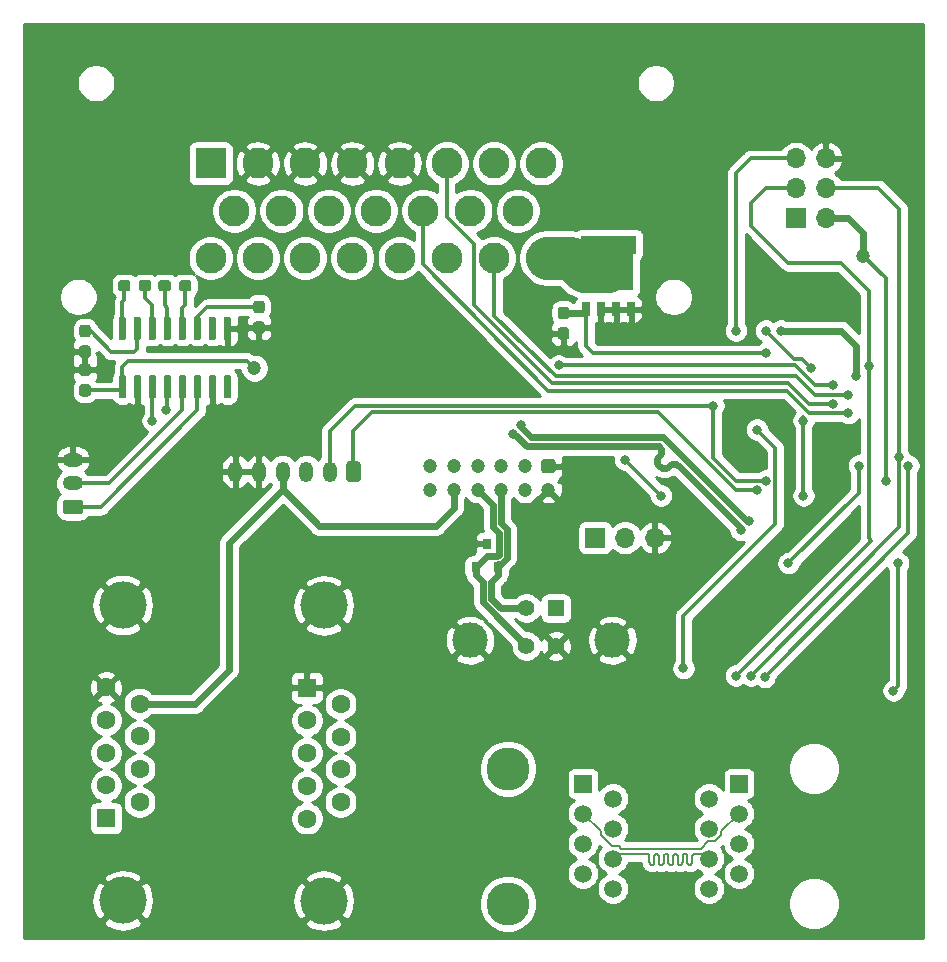
<source format=gbr>
G04 #@! TF.GenerationSoftware,KiCad,Pcbnew,5.1.5-52549c5~84~ubuntu18.04.1*
G04 #@! TF.CreationDate,2020-03-01T21:30:35-05:00*
G04 #@! TF.ProjectId,Port_Panel,506f7274-5f50-4616-9e65-6c2e6b696361,rev?*
G04 #@! TF.SameCoordinates,Original*
G04 #@! TF.FileFunction,Copper,L2,Bot*
G04 #@! TF.FilePolarity,Positive*
%FSLAX46Y46*%
G04 Gerber Fmt 4.6, Leading zero omitted, Abs format (unit mm)*
G04 Created by KiCad (PCBNEW 5.1.5-52549c5~84~ubuntu18.04.1) date 2020-03-01 21:30:35*
%MOMM*%
%LPD*%
G04 APERTURE LIST*
%ADD10O,1.700000X1.700000*%
%ADD11R,1.700000X1.700000*%
%ADD12C,0.100000*%
%ADD13C,1.500000*%
%ADD14R,1.500000X1.500000*%
%ADD15C,3.650000*%
%ADD16C,1.200000*%
%ADD17C,2.625000*%
%ADD18R,2.625000X2.625000*%
%ADD19R,0.700000X1.150000*%
%ADD20C,1.400000*%
%ADD21C,3.000000*%
%ADD22R,1.400000X1.400000*%
%ADD23O,1.200000X1.750000*%
%ADD24R,1.600000X1.600000*%
%ADD25C,1.600000*%
%ADD26C,4.000000*%
%ADD27O,1.750000X1.200000*%
%ADD28R,0.800000X0.900000*%
%ADD29C,0.800000*%
%ADD30C,0.612500*%
%ADD31C,0.360000*%
%ADD32C,0.570000*%
%ADD33C,0.600000*%
%ADD34C,3.600000*%
%ADD35C,0.200000*%
%ADD36C,0.254000*%
G04 APERTURE END LIST*
D10*
X151892000Y-82296000D03*
X149352000Y-82296000D03*
D11*
X146812000Y-82296000D03*
G04 #@! TA.AperFunction,SMDPad,CuDef*
D12*
G36*
X103892779Y-67548144D02*
G01*
X103915834Y-67551563D01*
X103938443Y-67557227D01*
X103960387Y-67565079D01*
X103981457Y-67575044D01*
X104001448Y-67587026D01*
X104020168Y-67600910D01*
X104037438Y-67616562D01*
X104053090Y-67633832D01*
X104066974Y-67652552D01*
X104078956Y-67672543D01*
X104088921Y-67693613D01*
X104096773Y-67715557D01*
X104102437Y-67738166D01*
X104105856Y-67761221D01*
X104107000Y-67784500D01*
X104107000Y-68359500D01*
X104105856Y-68382779D01*
X104102437Y-68405834D01*
X104096773Y-68428443D01*
X104088921Y-68450387D01*
X104078956Y-68471457D01*
X104066974Y-68491448D01*
X104053090Y-68510168D01*
X104037438Y-68527438D01*
X104020168Y-68543090D01*
X104001448Y-68556974D01*
X103981457Y-68568956D01*
X103960387Y-68578921D01*
X103938443Y-68586773D01*
X103915834Y-68592437D01*
X103892779Y-68595856D01*
X103869500Y-68597000D01*
X103394500Y-68597000D01*
X103371221Y-68595856D01*
X103348166Y-68592437D01*
X103325557Y-68586773D01*
X103303613Y-68578921D01*
X103282543Y-68568956D01*
X103262552Y-68556974D01*
X103243832Y-68543090D01*
X103226562Y-68527438D01*
X103210910Y-68510168D01*
X103197026Y-68491448D01*
X103185044Y-68471457D01*
X103175079Y-68450387D01*
X103167227Y-68428443D01*
X103161563Y-68405834D01*
X103158144Y-68382779D01*
X103157000Y-68359500D01*
X103157000Y-67784500D01*
X103158144Y-67761221D01*
X103161563Y-67738166D01*
X103167227Y-67715557D01*
X103175079Y-67693613D01*
X103185044Y-67672543D01*
X103197026Y-67652552D01*
X103210910Y-67633832D01*
X103226562Y-67616562D01*
X103243832Y-67600910D01*
X103262552Y-67587026D01*
X103282543Y-67575044D01*
X103303613Y-67565079D01*
X103325557Y-67557227D01*
X103348166Y-67551563D01*
X103371221Y-67548144D01*
X103394500Y-67547000D01*
X103869500Y-67547000D01*
X103892779Y-67548144D01*
G37*
G04 #@! TD.AperFunction*
G04 #@! TA.AperFunction,SMDPad,CuDef*
G36*
X103892779Y-69298144D02*
G01*
X103915834Y-69301563D01*
X103938443Y-69307227D01*
X103960387Y-69315079D01*
X103981457Y-69325044D01*
X104001448Y-69337026D01*
X104020168Y-69350910D01*
X104037438Y-69366562D01*
X104053090Y-69383832D01*
X104066974Y-69402552D01*
X104078956Y-69422543D01*
X104088921Y-69443613D01*
X104096773Y-69465557D01*
X104102437Y-69488166D01*
X104105856Y-69511221D01*
X104107000Y-69534500D01*
X104107000Y-70109500D01*
X104105856Y-70132779D01*
X104102437Y-70155834D01*
X104096773Y-70178443D01*
X104088921Y-70200387D01*
X104078956Y-70221457D01*
X104066974Y-70241448D01*
X104053090Y-70260168D01*
X104037438Y-70277438D01*
X104020168Y-70293090D01*
X104001448Y-70306974D01*
X103981457Y-70318956D01*
X103960387Y-70328921D01*
X103938443Y-70336773D01*
X103915834Y-70342437D01*
X103892779Y-70345856D01*
X103869500Y-70347000D01*
X103394500Y-70347000D01*
X103371221Y-70345856D01*
X103348166Y-70342437D01*
X103325557Y-70336773D01*
X103303613Y-70328921D01*
X103282543Y-70318956D01*
X103262552Y-70306974D01*
X103243832Y-70293090D01*
X103226562Y-70277438D01*
X103210910Y-70260168D01*
X103197026Y-70241448D01*
X103185044Y-70221457D01*
X103175079Y-70200387D01*
X103167227Y-70178443D01*
X103161563Y-70155834D01*
X103158144Y-70132779D01*
X103157000Y-70109500D01*
X103157000Y-69534500D01*
X103158144Y-69511221D01*
X103161563Y-69488166D01*
X103167227Y-69465557D01*
X103175079Y-69443613D01*
X103185044Y-69422543D01*
X103197026Y-69402552D01*
X103210910Y-69383832D01*
X103226562Y-69366562D01*
X103243832Y-69350910D01*
X103262552Y-69337026D01*
X103282543Y-69325044D01*
X103303613Y-69315079D01*
X103325557Y-69307227D01*
X103348166Y-69301563D01*
X103371221Y-69298144D01*
X103394500Y-69297000D01*
X103869500Y-69297000D01*
X103892779Y-69298144D01*
G37*
G04 #@! TD.AperFunction*
G04 #@! TA.AperFunction,SMDPad,CuDef*
G36*
X112437779Y-60486144D02*
G01*
X112460834Y-60489563D01*
X112483443Y-60495227D01*
X112505387Y-60503079D01*
X112526457Y-60513044D01*
X112546448Y-60525026D01*
X112565168Y-60538910D01*
X112582438Y-60554562D01*
X112598090Y-60571832D01*
X112611974Y-60590552D01*
X112623956Y-60610543D01*
X112633921Y-60631613D01*
X112641773Y-60653557D01*
X112647437Y-60676166D01*
X112650856Y-60699221D01*
X112652000Y-60722500D01*
X112652000Y-61197500D01*
X112650856Y-61220779D01*
X112647437Y-61243834D01*
X112641773Y-61266443D01*
X112633921Y-61288387D01*
X112623956Y-61309457D01*
X112611974Y-61329448D01*
X112598090Y-61348168D01*
X112582438Y-61365438D01*
X112565168Y-61381090D01*
X112546448Y-61394974D01*
X112526457Y-61406956D01*
X112505387Y-61416921D01*
X112483443Y-61424773D01*
X112460834Y-61430437D01*
X112437779Y-61433856D01*
X112414500Y-61435000D01*
X111839500Y-61435000D01*
X111816221Y-61433856D01*
X111793166Y-61430437D01*
X111770557Y-61424773D01*
X111748613Y-61416921D01*
X111727543Y-61406956D01*
X111707552Y-61394974D01*
X111688832Y-61381090D01*
X111671562Y-61365438D01*
X111655910Y-61348168D01*
X111642026Y-61329448D01*
X111630044Y-61309457D01*
X111620079Y-61288387D01*
X111612227Y-61266443D01*
X111606563Y-61243834D01*
X111603144Y-61220779D01*
X111602000Y-61197500D01*
X111602000Y-60722500D01*
X111603144Y-60699221D01*
X111606563Y-60676166D01*
X111612227Y-60653557D01*
X111620079Y-60631613D01*
X111630044Y-60610543D01*
X111642026Y-60590552D01*
X111655910Y-60571832D01*
X111671562Y-60554562D01*
X111688832Y-60538910D01*
X111707552Y-60525026D01*
X111727543Y-60513044D01*
X111748613Y-60503079D01*
X111770557Y-60495227D01*
X111793166Y-60489563D01*
X111816221Y-60486144D01*
X111839500Y-60485000D01*
X112414500Y-60485000D01*
X112437779Y-60486144D01*
G37*
G04 #@! TD.AperFunction*
G04 #@! TA.AperFunction,SMDPad,CuDef*
G36*
X110687779Y-60486144D02*
G01*
X110710834Y-60489563D01*
X110733443Y-60495227D01*
X110755387Y-60503079D01*
X110776457Y-60513044D01*
X110796448Y-60525026D01*
X110815168Y-60538910D01*
X110832438Y-60554562D01*
X110848090Y-60571832D01*
X110861974Y-60590552D01*
X110873956Y-60610543D01*
X110883921Y-60631613D01*
X110891773Y-60653557D01*
X110897437Y-60676166D01*
X110900856Y-60699221D01*
X110902000Y-60722500D01*
X110902000Y-61197500D01*
X110900856Y-61220779D01*
X110897437Y-61243834D01*
X110891773Y-61266443D01*
X110883921Y-61288387D01*
X110873956Y-61309457D01*
X110861974Y-61329448D01*
X110848090Y-61348168D01*
X110832438Y-61365438D01*
X110815168Y-61381090D01*
X110796448Y-61394974D01*
X110776457Y-61406956D01*
X110755387Y-61416921D01*
X110733443Y-61424773D01*
X110710834Y-61430437D01*
X110687779Y-61433856D01*
X110664500Y-61435000D01*
X110089500Y-61435000D01*
X110066221Y-61433856D01*
X110043166Y-61430437D01*
X110020557Y-61424773D01*
X109998613Y-61416921D01*
X109977543Y-61406956D01*
X109957552Y-61394974D01*
X109938832Y-61381090D01*
X109921562Y-61365438D01*
X109905910Y-61348168D01*
X109892026Y-61329448D01*
X109880044Y-61309457D01*
X109870079Y-61288387D01*
X109862227Y-61266443D01*
X109856563Y-61243834D01*
X109853144Y-61220779D01*
X109852000Y-61197500D01*
X109852000Y-60722500D01*
X109853144Y-60699221D01*
X109856563Y-60676166D01*
X109862227Y-60653557D01*
X109870079Y-60631613D01*
X109880044Y-60610543D01*
X109892026Y-60590552D01*
X109905910Y-60571832D01*
X109921562Y-60554562D01*
X109938832Y-60538910D01*
X109957552Y-60525026D01*
X109977543Y-60513044D01*
X109998613Y-60503079D01*
X110020557Y-60495227D01*
X110043166Y-60489563D01*
X110066221Y-60486144D01*
X110089500Y-60485000D01*
X110664500Y-60485000D01*
X110687779Y-60486144D01*
G37*
G04 #@! TD.AperFunction*
G04 #@! TA.AperFunction,SMDPad,CuDef*
G36*
X109022779Y-60486144D02*
G01*
X109045834Y-60489563D01*
X109068443Y-60495227D01*
X109090387Y-60503079D01*
X109111457Y-60513044D01*
X109131448Y-60525026D01*
X109150168Y-60538910D01*
X109167438Y-60554562D01*
X109183090Y-60571832D01*
X109196974Y-60590552D01*
X109208956Y-60610543D01*
X109218921Y-60631613D01*
X109226773Y-60653557D01*
X109232437Y-60676166D01*
X109235856Y-60699221D01*
X109237000Y-60722500D01*
X109237000Y-61197500D01*
X109235856Y-61220779D01*
X109232437Y-61243834D01*
X109226773Y-61266443D01*
X109218921Y-61288387D01*
X109208956Y-61309457D01*
X109196974Y-61329448D01*
X109183090Y-61348168D01*
X109167438Y-61365438D01*
X109150168Y-61381090D01*
X109131448Y-61394974D01*
X109111457Y-61406956D01*
X109090387Y-61416921D01*
X109068443Y-61424773D01*
X109045834Y-61430437D01*
X109022779Y-61433856D01*
X108999500Y-61435000D01*
X108424500Y-61435000D01*
X108401221Y-61433856D01*
X108378166Y-61430437D01*
X108355557Y-61424773D01*
X108333613Y-61416921D01*
X108312543Y-61406956D01*
X108292552Y-61394974D01*
X108273832Y-61381090D01*
X108256562Y-61365438D01*
X108240910Y-61348168D01*
X108227026Y-61329448D01*
X108215044Y-61309457D01*
X108205079Y-61288387D01*
X108197227Y-61266443D01*
X108191563Y-61243834D01*
X108188144Y-61220779D01*
X108187000Y-61197500D01*
X108187000Y-60722500D01*
X108188144Y-60699221D01*
X108191563Y-60676166D01*
X108197227Y-60653557D01*
X108205079Y-60631613D01*
X108215044Y-60610543D01*
X108227026Y-60590552D01*
X108240910Y-60571832D01*
X108256562Y-60554562D01*
X108273832Y-60538910D01*
X108292552Y-60525026D01*
X108312543Y-60513044D01*
X108333613Y-60503079D01*
X108355557Y-60495227D01*
X108378166Y-60489563D01*
X108401221Y-60486144D01*
X108424500Y-60485000D01*
X108999500Y-60485000D01*
X109022779Y-60486144D01*
G37*
G04 #@! TD.AperFunction*
G04 #@! TA.AperFunction,SMDPad,CuDef*
G36*
X107272779Y-60486144D02*
G01*
X107295834Y-60489563D01*
X107318443Y-60495227D01*
X107340387Y-60503079D01*
X107361457Y-60513044D01*
X107381448Y-60525026D01*
X107400168Y-60538910D01*
X107417438Y-60554562D01*
X107433090Y-60571832D01*
X107446974Y-60590552D01*
X107458956Y-60610543D01*
X107468921Y-60631613D01*
X107476773Y-60653557D01*
X107482437Y-60676166D01*
X107485856Y-60699221D01*
X107487000Y-60722500D01*
X107487000Y-61197500D01*
X107485856Y-61220779D01*
X107482437Y-61243834D01*
X107476773Y-61266443D01*
X107468921Y-61288387D01*
X107458956Y-61309457D01*
X107446974Y-61329448D01*
X107433090Y-61348168D01*
X107417438Y-61365438D01*
X107400168Y-61381090D01*
X107381448Y-61394974D01*
X107361457Y-61406956D01*
X107340387Y-61416921D01*
X107318443Y-61424773D01*
X107295834Y-61430437D01*
X107272779Y-61433856D01*
X107249500Y-61435000D01*
X106674500Y-61435000D01*
X106651221Y-61433856D01*
X106628166Y-61430437D01*
X106605557Y-61424773D01*
X106583613Y-61416921D01*
X106562543Y-61406956D01*
X106542552Y-61394974D01*
X106523832Y-61381090D01*
X106506562Y-61365438D01*
X106490910Y-61348168D01*
X106477026Y-61329448D01*
X106465044Y-61309457D01*
X106455079Y-61288387D01*
X106447227Y-61266443D01*
X106441563Y-61243834D01*
X106438144Y-61220779D01*
X106437000Y-61197500D01*
X106437000Y-60722500D01*
X106438144Y-60699221D01*
X106441563Y-60676166D01*
X106447227Y-60653557D01*
X106455079Y-60631613D01*
X106465044Y-60610543D01*
X106477026Y-60590552D01*
X106490910Y-60571832D01*
X106506562Y-60554562D01*
X106523832Y-60538910D01*
X106542552Y-60525026D01*
X106562543Y-60513044D01*
X106583613Y-60503079D01*
X106605557Y-60495227D01*
X106628166Y-60489563D01*
X106651221Y-60486144D01*
X106674500Y-60485000D01*
X107249500Y-60485000D01*
X107272779Y-60486144D01*
G37*
G04 #@! TD.AperFunction*
G04 #@! TA.AperFunction,SMDPad,CuDef*
G36*
X103892779Y-66024144D02*
G01*
X103915834Y-66027563D01*
X103938443Y-66033227D01*
X103960387Y-66041079D01*
X103981457Y-66051044D01*
X104001448Y-66063026D01*
X104020168Y-66076910D01*
X104037438Y-66092562D01*
X104053090Y-66109832D01*
X104066974Y-66128552D01*
X104078956Y-66148543D01*
X104088921Y-66169613D01*
X104096773Y-66191557D01*
X104102437Y-66214166D01*
X104105856Y-66237221D01*
X104107000Y-66260500D01*
X104107000Y-66835500D01*
X104105856Y-66858779D01*
X104102437Y-66881834D01*
X104096773Y-66904443D01*
X104088921Y-66926387D01*
X104078956Y-66947457D01*
X104066974Y-66967448D01*
X104053090Y-66986168D01*
X104037438Y-67003438D01*
X104020168Y-67019090D01*
X104001448Y-67032974D01*
X103981457Y-67044956D01*
X103960387Y-67054921D01*
X103938443Y-67062773D01*
X103915834Y-67068437D01*
X103892779Y-67071856D01*
X103869500Y-67073000D01*
X103394500Y-67073000D01*
X103371221Y-67071856D01*
X103348166Y-67068437D01*
X103325557Y-67062773D01*
X103303613Y-67054921D01*
X103282543Y-67044956D01*
X103262552Y-67032974D01*
X103243832Y-67019090D01*
X103226562Y-67003438D01*
X103210910Y-66986168D01*
X103197026Y-66967448D01*
X103185044Y-66947457D01*
X103175079Y-66926387D01*
X103167227Y-66904443D01*
X103161563Y-66881834D01*
X103158144Y-66858779D01*
X103157000Y-66835500D01*
X103157000Y-66260500D01*
X103158144Y-66237221D01*
X103161563Y-66214166D01*
X103167227Y-66191557D01*
X103175079Y-66169613D01*
X103185044Y-66148543D01*
X103197026Y-66128552D01*
X103210910Y-66109832D01*
X103226562Y-66092562D01*
X103243832Y-66076910D01*
X103262552Y-66063026D01*
X103282543Y-66051044D01*
X103303613Y-66041079D01*
X103325557Y-66033227D01*
X103348166Y-66027563D01*
X103371221Y-66024144D01*
X103394500Y-66023000D01*
X103869500Y-66023000D01*
X103892779Y-66024144D01*
G37*
G04 #@! TD.AperFunction*
G04 #@! TA.AperFunction,SMDPad,CuDef*
G36*
X103892779Y-64274144D02*
G01*
X103915834Y-64277563D01*
X103938443Y-64283227D01*
X103960387Y-64291079D01*
X103981457Y-64301044D01*
X104001448Y-64313026D01*
X104020168Y-64326910D01*
X104037438Y-64342562D01*
X104053090Y-64359832D01*
X104066974Y-64378552D01*
X104078956Y-64398543D01*
X104088921Y-64419613D01*
X104096773Y-64441557D01*
X104102437Y-64464166D01*
X104105856Y-64487221D01*
X104107000Y-64510500D01*
X104107000Y-65085500D01*
X104105856Y-65108779D01*
X104102437Y-65131834D01*
X104096773Y-65154443D01*
X104088921Y-65176387D01*
X104078956Y-65197457D01*
X104066974Y-65217448D01*
X104053090Y-65236168D01*
X104037438Y-65253438D01*
X104020168Y-65269090D01*
X104001448Y-65282974D01*
X103981457Y-65294956D01*
X103960387Y-65304921D01*
X103938443Y-65312773D01*
X103915834Y-65318437D01*
X103892779Y-65321856D01*
X103869500Y-65323000D01*
X103394500Y-65323000D01*
X103371221Y-65321856D01*
X103348166Y-65318437D01*
X103325557Y-65312773D01*
X103303613Y-65304921D01*
X103282543Y-65294956D01*
X103262552Y-65282974D01*
X103243832Y-65269090D01*
X103226562Y-65253438D01*
X103210910Y-65236168D01*
X103197026Y-65217448D01*
X103185044Y-65197457D01*
X103175079Y-65176387D01*
X103167227Y-65154443D01*
X103161563Y-65131834D01*
X103158144Y-65108779D01*
X103157000Y-65085500D01*
X103157000Y-64510500D01*
X103158144Y-64487221D01*
X103161563Y-64464166D01*
X103167227Y-64441557D01*
X103175079Y-64419613D01*
X103185044Y-64398543D01*
X103197026Y-64378552D01*
X103210910Y-64359832D01*
X103226562Y-64342562D01*
X103243832Y-64326910D01*
X103262552Y-64313026D01*
X103282543Y-64301044D01*
X103303613Y-64291079D01*
X103325557Y-64283227D01*
X103348166Y-64277563D01*
X103371221Y-64274144D01*
X103394500Y-64273000D01*
X103869500Y-64273000D01*
X103892779Y-64274144D01*
G37*
G04 #@! TD.AperFunction*
G04 #@! TA.AperFunction,SMDPad,CuDef*
G36*
X118624779Y-63992144D02*
G01*
X118647834Y-63995563D01*
X118670443Y-64001227D01*
X118692387Y-64009079D01*
X118713457Y-64019044D01*
X118733448Y-64031026D01*
X118752168Y-64044910D01*
X118769438Y-64060562D01*
X118785090Y-64077832D01*
X118798974Y-64096552D01*
X118810956Y-64116543D01*
X118820921Y-64137613D01*
X118828773Y-64159557D01*
X118834437Y-64182166D01*
X118837856Y-64205221D01*
X118839000Y-64228500D01*
X118839000Y-64803500D01*
X118837856Y-64826779D01*
X118834437Y-64849834D01*
X118828773Y-64872443D01*
X118820921Y-64894387D01*
X118810956Y-64915457D01*
X118798974Y-64935448D01*
X118785090Y-64954168D01*
X118769438Y-64971438D01*
X118752168Y-64987090D01*
X118733448Y-65000974D01*
X118713457Y-65012956D01*
X118692387Y-65022921D01*
X118670443Y-65030773D01*
X118647834Y-65036437D01*
X118624779Y-65039856D01*
X118601500Y-65041000D01*
X118126500Y-65041000D01*
X118103221Y-65039856D01*
X118080166Y-65036437D01*
X118057557Y-65030773D01*
X118035613Y-65022921D01*
X118014543Y-65012956D01*
X117994552Y-65000974D01*
X117975832Y-64987090D01*
X117958562Y-64971438D01*
X117942910Y-64954168D01*
X117929026Y-64935448D01*
X117917044Y-64915457D01*
X117907079Y-64894387D01*
X117899227Y-64872443D01*
X117893563Y-64849834D01*
X117890144Y-64826779D01*
X117889000Y-64803500D01*
X117889000Y-64228500D01*
X117890144Y-64205221D01*
X117893563Y-64182166D01*
X117899227Y-64159557D01*
X117907079Y-64137613D01*
X117917044Y-64116543D01*
X117929026Y-64096552D01*
X117942910Y-64077832D01*
X117958562Y-64060562D01*
X117975832Y-64044910D01*
X117994552Y-64031026D01*
X118014543Y-64019044D01*
X118035613Y-64009079D01*
X118057557Y-64001227D01*
X118080166Y-63995563D01*
X118103221Y-63992144D01*
X118126500Y-63991000D01*
X118601500Y-63991000D01*
X118624779Y-63992144D01*
G37*
G04 #@! TD.AperFunction*
G04 #@! TA.AperFunction,SMDPad,CuDef*
G36*
X118624779Y-62242144D02*
G01*
X118647834Y-62245563D01*
X118670443Y-62251227D01*
X118692387Y-62259079D01*
X118713457Y-62269044D01*
X118733448Y-62281026D01*
X118752168Y-62294910D01*
X118769438Y-62310562D01*
X118785090Y-62327832D01*
X118798974Y-62346552D01*
X118810956Y-62366543D01*
X118820921Y-62387613D01*
X118828773Y-62409557D01*
X118834437Y-62432166D01*
X118837856Y-62455221D01*
X118839000Y-62478500D01*
X118839000Y-63053500D01*
X118837856Y-63076779D01*
X118834437Y-63099834D01*
X118828773Y-63122443D01*
X118820921Y-63144387D01*
X118810956Y-63165457D01*
X118798974Y-63185448D01*
X118785090Y-63204168D01*
X118769438Y-63221438D01*
X118752168Y-63237090D01*
X118733448Y-63250974D01*
X118713457Y-63262956D01*
X118692387Y-63272921D01*
X118670443Y-63280773D01*
X118647834Y-63286437D01*
X118624779Y-63289856D01*
X118601500Y-63291000D01*
X118126500Y-63291000D01*
X118103221Y-63289856D01*
X118080166Y-63286437D01*
X118057557Y-63280773D01*
X118035613Y-63272921D01*
X118014543Y-63262956D01*
X117994552Y-63250974D01*
X117975832Y-63237090D01*
X117958562Y-63221438D01*
X117942910Y-63204168D01*
X117929026Y-63185448D01*
X117917044Y-63165457D01*
X117907079Y-63144387D01*
X117899227Y-63122443D01*
X117893563Y-63099834D01*
X117890144Y-63076779D01*
X117889000Y-63053500D01*
X117889000Y-62478500D01*
X117890144Y-62455221D01*
X117893563Y-62432166D01*
X117899227Y-62409557D01*
X117907079Y-62387613D01*
X117917044Y-62366543D01*
X117929026Y-62346552D01*
X117942910Y-62327832D01*
X117958562Y-62310562D01*
X117975832Y-62294910D01*
X117994552Y-62281026D01*
X118014543Y-62269044D01*
X118035613Y-62259079D01*
X118057557Y-62251227D01*
X118080166Y-62245563D01*
X118103221Y-62242144D01*
X118126500Y-62241000D01*
X118601500Y-62241000D01*
X118624779Y-62242144D01*
G37*
G04 #@! TD.AperFunction*
G04 #@! TA.AperFunction,SMDPad,CuDef*
G36*
X106971703Y-68556722D02*
G01*
X106986264Y-68558882D01*
X107000543Y-68562459D01*
X107014403Y-68567418D01*
X107027710Y-68573712D01*
X107040336Y-68581280D01*
X107052159Y-68590048D01*
X107063066Y-68599934D01*
X107072952Y-68610841D01*
X107081720Y-68622664D01*
X107089288Y-68635290D01*
X107095582Y-68648597D01*
X107100541Y-68662457D01*
X107104118Y-68676736D01*
X107106278Y-68691297D01*
X107107000Y-68706000D01*
X107107000Y-70356000D01*
X107106278Y-70370703D01*
X107104118Y-70385264D01*
X107100541Y-70399543D01*
X107095582Y-70413403D01*
X107089288Y-70426710D01*
X107081720Y-70439336D01*
X107072952Y-70451159D01*
X107063066Y-70462066D01*
X107052159Y-70471952D01*
X107040336Y-70480720D01*
X107027710Y-70488288D01*
X107014403Y-70494582D01*
X107000543Y-70499541D01*
X106986264Y-70503118D01*
X106971703Y-70505278D01*
X106957000Y-70506000D01*
X106657000Y-70506000D01*
X106642297Y-70505278D01*
X106627736Y-70503118D01*
X106613457Y-70499541D01*
X106599597Y-70494582D01*
X106586290Y-70488288D01*
X106573664Y-70480720D01*
X106561841Y-70471952D01*
X106550934Y-70462066D01*
X106541048Y-70451159D01*
X106532280Y-70439336D01*
X106524712Y-70426710D01*
X106518418Y-70413403D01*
X106513459Y-70399543D01*
X106509882Y-70385264D01*
X106507722Y-70370703D01*
X106507000Y-70356000D01*
X106507000Y-68706000D01*
X106507722Y-68691297D01*
X106509882Y-68676736D01*
X106513459Y-68662457D01*
X106518418Y-68648597D01*
X106524712Y-68635290D01*
X106532280Y-68622664D01*
X106541048Y-68610841D01*
X106550934Y-68599934D01*
X106561841Y-68590048D01*
X106573664Y-68581280D01*
X106586290Y-68573712D01*
X106599597Y-68567418D01*
X106613457Y-68562459D01*
X106627736Y-68558882D01*
X106642297Y-68556722D01*
X106657000Y-68556000D01*
X106957000Y-68556000D01*
X106971703Y-68556722D01*
G37*
G04 #@! TD.AperFunction*
G04 #@! TA.AperFunction,SMDPad,CuDef*
G36*
X108241703Y-68556722D02*
G01*
X108256264Y-68558882D01*
X108270543Y-68562459D01*
X108284403Y-68567418D01*
X108297710Y-68573712D01*
X108310336Y-68581280D01*
X108322159Y-68590048D01*
X108333066Y-68599934D01*
X108342952Y-68610841D01*
X108351720Y-68622664D01*
X108359288Y-68635290D01*
X108365582Y-68648597D01*
X108370541Y-68662457D01*
X108374118Y-68676736D01*
X108376278Y-68691297D01*
X108377000Y-68706000D01*
X108377000Y-70356000D01*
X108376278Y-70370703D01*
X108374118Y-70385264D01*
X108370541Y-70399543D01*
X108365582Y-70413403D01*
X108359288Y-70426710D01*
X108351720Y-70439336D01*
X108342952Y-70451159D01*
X108333066Y-70462066D01*
X108322159Y-70471952D01*
X108310336Y-70480720D01*
X108297710Y-70488288D01*
X108284403Y-70494582D01*
X108270543Y-70499541D01*
X108256264Y-70503118D01*
X108241703Y-70505278D01*
X108227000Y-70506000D01*
X107927000Y-70506000D01*
X107912297Y-70505278D01*
X107897736Y-70503118D01*
X107883457Y-70499541D01*
X107869597Y-70494582D01*
X107856290Y-70488288D01*
X107843664Y-70480720D01*
X107831841Y-70471952D01*
X107820934Y-70462066D01*
X107811048Y-70451159D01*
X107802280Y-70439336D01*
X107794712Y-70426710D01*
X107788418Y-70413403D01*
X107783459Y-70399543D01*
X107779882Y-70385264D01*
X107777722Y-70370703D01*
X107777000Y-70356000D01*
X107777000Y-68706000D01*
X107777722Y-68691297D01*
X107779882Y-68676736D01*
X107783459Y-68662457D01*
X107788418Y-68648597D01*
X107794712Y-68635290D01*
X107802280Y-68622664D01*
X107811048Y-68610841D01*
X107820934Y-68599934D01*
X107831841Y-68590048D01*
X107843664Y-68581280D01*
X107856290Y-68573712D01*
X107869597Y-68567418D01*
X107883457Y-68562459D01*
X107897736Y-68558882D01*
X107912297Y-68556722D01*
X107927000Y-68556000D01*
X108227000Y-68556000D01*
X108241703Y-68556722D01*
G37*
G04 #@! TD.AperFunction*
G04 #@! TA.AperFunction,SMDPad,CuDef*
G36*
X109511703Y-68556722D02*
G01*
X109526264Y-68558882D01*
X109540543Y-68562459D01*
X109554403Y-68567418D01*
X109567710Y-68573712D01*
X109580336Y-68581280D01*
X109592159Y-68590048D01*
X109603066Y-68599934D01*
X109612952Y-68610841D01*
X109621720Y-68622664D01*
X109629288Y-68635290D01*
X109635582Y-68648597D01*
X109640541Y-68662457D01*
X109644118Y-68676736D01*
X109646278Y-68691297D01*
X109647000Y-68706000D01*
X109647000Y-70356000D01*
X109646278Y-70370703D01*
X109644118Y-70385264D01*
X109640541Y-70399543D01*
X109635582Y-70413403D01*
X109629288Y-70426710D01*
X109621720Y-70439336D01*
X109612952Y-70451159D01*
X109603066Y-70462066D01*
X109592159Y-70471952D01*
X109580336Y-70480720D01*
X109567710Y-70488288D01*
X109554403Y-70494582D01*
X109540543Y-70499541D01*
X109526264Y-70503118D01*
X109511703Y-70505278D01*
X109497000Y-70506000D01*
X109197000Y-70506000D01*
X109182297Y-70505278D01*
X109167736Y-70503118D01*
X109153457Y-70499541D01*
X109139597Y-70494582D01*
X109126290Y-70488288D01*
X109113664Y-70480720D01*
X109101841Y-70471952D01*
X109090934Y-70462066D01*
X109081048Y-70451159D01*
X109072280Y-70439336D01*
X109064712Y-70426710D01*
X109058418Y-70413403D01*
X109053459Y-70399543D01*
X109049882Y-70385264D01*
X109047722Y-70370703D01*
X109047000Y-70356000D01*
X109047000Y-68706000D01*
X109047722Y-68691297D01*
X109049882Y-68676736D01*
X109053459Y-68662457D01*
X109058418Y-68648597D01*
X109064712Y-68635290D01*
X109072280Y-68622664D01*
X109081048Y-68610841D01*
X109090934Y-68599934D01*
X109101841Y-68590048D01*
X109113664Y-68581280D01*
X109126290Y-68573712D01*
X109139597Y-68567418D01*
X109153457Y-68562459D01*
X109167736Y-68558882D01*
X109182297Y-68556722D01*
X109197000Y-68556000D01*
X109497000Y-68556000D01*
X109511703Y-68556722D01*
G37*
G04 #@! TD.AperFunction*
G04 #@! TA.AperFunction,SMDPad,CuDef*
G36*
X110781703Y-68556722D02*
G01*
X110796264Y-68558882D01*
X110810543Y-68562459D01*
X110824403Y-68567418D01*
X110837710Y-68573712D01*
X110850336Y-68581280D01*
X110862159Y-68590048D01*
X110873066Y-68599934D01*
X110882952Y-68610841D01*
X110891720Y-68622664D01*
X110899288Y-68635290D01*
X110905582Y-68648597D01*
X110910541Y-68662457D01*
X110914118Y-68676736D01*
X110916278Y-68691297D01*
X110917000Y-68706000D01*
X110917000Y-70356000D01*
X110916278Y-70370703D01*
X110914118Y-70385264D01*
X110910541Y-70399543D01*
X110905582Y-70413403D01*
X110899288Y-70426710D01*
X110891720Y-70439336D01*
X110882952Y-70451159D01*
X110873066Y-70462066D01*
X110862159Y-70471952D01*
X110850336Y-70480720D01*
X110837710Y-70488288D01*
X110824403Y-70494582D01*
X110810543Y-70499541D01*
X110796264Y-70503118D01*
X110781703Y-70505278D01*
X110767000Y-70506000D01*
X110467000Y-70506000D01*
X110452297Y-70505278D01*
X110437736Y-70503118D01*
X110423457Y-70499541D01*
X110409597Y-70494582D01*
X110396290Y-70488288D01*
X110383664Y-70480720D01*
X110371841Y-70471952D01*
X110360934Y-70462066D01*
X110351048Y-70451159D01*
X110342280Y-70439336D01*
X110334712Y-70426710D01*
X110328418Y-70413403D01*
X110323459Y-70399543D01*
X110319882Y-70385264D01*
X110317722Y-70370703D01*
X110317000Y-70356000D01*
X110317000Y-68706000D01*
X110317722Y-68691297D01*
X110319882Y-68676736D01*
X110323459Y-68662457D01*
X110328418Y-68648597D01*
X110334712Y-68635290D01*
X110342280Y-68622664D01*
X110351048Y-68610841D01*
X110360934Y-68599934D01*
X110371841Y-68590048D01*
X110383664Y-68581280D01*
X110396290Y-68573712D01*
X110409597Y-68567418D01*
X110423457Y-68562459D01*
X110437736Y-68558882D01*
X110452297Y-68556722D01*
X110467000Y-68556000D01*
X110767000Y-68556000D01*
X110781703Y-68556722D01*
G37*
G04 #@! TD.AperFunction*
G04 #@! TA.AperFunction,SMDPad,CuDef*
G36*
X112051703Y-68556722D02*
G01*
X112066264Y-68558882D01*
X112080543Y-68562459D01*
X112094403Y-68567418D01*
X112107710Y-68573712D01*
X112120336Y-68581280D01*
X112132159Y-68590048D01*
X112143066Y-68599934D01*
X112152952Y-68610841D01*
X112161720Y-68622664D01*
X112169288Y-68635290D01*
X112175582Y-68648597D01*
X112180541Y-68662457D01*
X112184118Y-68676736D01*
X112186278Y-68691297D01*
X112187000Y-68706000D01*
X112187000Y-70356000D01*
X112186278Y-70370703D01*
X112184118Y-70385264D01*
X112180541Y-70399543D01*
X112175582Y-70413403D01*
X112169288Y-70426710D01*
X112161720Y-70439336D01*
X112152952Y-70451159D01*
X112143066Y-70462066D01*
X112132159Y-70471952D01*
X112120336Y-70480720D01*
X112107710Y-70488288D01*
X112094403Y-70494582D01*
X112080543Y-70499541D01*
X112066264Y-70503118D01*
X112051703Y-70505278D01*
X112037000Y-70506000D01*
X111737000Y-70506000D01*
X111722297Y-70505278D01*
X111707736Y-70503118D01*
X111693457Y-70499541D01*
X111679597Y-70494582D01*
X111666290Y-70488288D01*
X111653664Y-70480720D01*
X111641841Y-70471952D01*
X111630934Y-70462066D01*
X111621048Y-70451159D01*
X111612280Y-70439336D01*
X111604712Y-70426710D01*
X111598418Y-70413403D01*
X111593459Y-70399543D01*
X111589882Y-70385264D01*
X111587722Y-70370703D01*
X111587000Y-70356000D01*
X111587000Y-68706000D01*
X111587722Y-68691297D01*
X111589882Y-68676736D01*
X111593459Y-68662457D01*
X111598418Y-68648597D01*
X111604712Y-68635290D01*
X111612280Y-68622664D01*
X111621048Y-68610841D01*
X111630934Y-68599934D01*
X111641841Y-68590048D01*
X111653664Y-68581280D01*
X111666290Y-68573712D01*
X111679597Y-68567418D01*
X111693457Y-68562459D01*
X111707736Y-68558882D01*
X111722297Y-68556722D01*
X111737000Y-68556000D01*
X112037000Y-68556000D01*
X112051703Y-68556722D01*
G37*
G04 #@! TD.AperFunction*
G04 #@! TA.AperFunction,SMDPad,CuDef*
G36*
X113321703Y-68556722D02*
G01*
X113336264Y-68558882D01*
X113350543Y-68562459D01*
X113364403Y-68567418D01*
X113377710Y-68573712D01*
X113390336Y-68581280D01*
X113402159Y-68590048D01*
X113413066Y-68599934D01*
X113422952Y-68610841D01*
X113431720Y-68622664D01*
X113439288Y-68635290D01*
X113445582Y-68648597D01*
X113450541Y-68662457D01*
X113454118Y-68676736D01*
X113456278Y-68691297D01*
X113457000Y-68706000D01*
X113457000Y-70356000D01*
X113456278Y-70370703D01*
X113454118Y-70385264D01*
X113450541Y-70399543D01*
X113445582Y-70413403D01*
X113439288Y-70426710D01*
X113431720Y-70439336D01*
X113422952Y-70451159D01*
X113413066Y-70462066D01*
X113402159Y-70471952D01*
X113390336Y-70480720D01*
X113377710Y-70488288D01*
X113364403Y-70494582D01*
X113350543Y-70499541D01*
X113336264Y-70503118D01*
X113321703Y-70505278D01*
X113307000Y-70506000D01*
X113007000Y-70506000D01*
X112992297Y-70505278D01*
X112977736Y-70503118D01*
X112963457Y-70499541D01*
X112949597Y-70494582D01*
X112936290Y-70488288D01*
X112923664Y-70480720D01*
X112911841Y-70471952D01*
X112900934Y-70462066D01*
X112891048Y-70451159D01*
X112882280Y-70439336D01*
X112874712Y-70426710D01*
X112868418Y-70413403D01*
X112863459Y-70399543D01*
X112859882Y-70385264D01*
X112857722Y-70370703D01*
X112857000Y-70356000D01*
X112857000Y-68706000D01*
X112857722Y-68691297D01*
X112859882Y-68676736D01*
X112863459Y-68662457D01*
X112868418Y-68648597D01*
X112874712Y-68635290D01*
X112882280Y-68622664D01*
X112891048Y-68610841D01*
X112900934Y-68599934D01*
X112911841Y-68590048D01*
X112923664Y-68581280D01*
X112936290Y-68573712D01*
X112949597Y-68567418D01*
X112963457Y-68562459D01*
X112977736Y-68558882D01*
X112992297Y-68556722D01*
X113007000Y-68556000D01*
X113307000Y-68556000D01*
X113321703Y-68556722D01*
G37*
G04 #@! TD.AperFunction*
G04 #@! TA.AperFunction,SMDPad,CuDef*
G36*
X114591703Y-68556722D02*
G01*
X114606264Y-68558882D01*
X114620543Y-68562459D01*
X114634403Y-68567418D01*
X114647710Y-68573712D01*
X114660336Y-68581280D01*
X114672159Y-68590048D01*
X114683066Y-68599934D01*
X114692952Y-68610841D01*
X114701720Y-68622664D01*
X114709288Y-68635290D01*
X114715582Y-68648597D01*
X114720541Y-68662457D01*
X114724118Y-68676736D01*
X114726278Y-68691297D01*
X114727000Y-68706000D01*
X114727000Y-70356000D01*
X114726278Y-70370703D01*
X114724118Y-70385264D01*
X114720541Y-70399543D01*
X114715582Y-70413403D01*
X114709288Y-70426710D01*
X114701720Y-70439336D01*
X114692952Y-70451159D01*
X114683066Y-70462066D01*
X114672159Y-70471952D01*
X114660336Y-70480720D01*
X114647710Y-70488288D01*
X114634403Y-70494582D01*
X114620543Y-70499541D01*
X114606264Y-70503118D01*
X114591703Y-70505278D01*
X114577000Y-70506000D01*
X114277000Y-70506000D01*
X114262297Y-70505278D01*
X114247736Y-70503118D01*
X114233457Y-70499541D01*
X114219597Y-70494582D01*
X114206290Y-70488288D01*
X114193664Y-70480720D01*
X114181841Y-70471952D01*
X114170934Y-70462066D01*
X114161048Y-70451159D01*
X114152280Y-70439336D01*
X114144712Y-70426710D01*
X114138418Y-70413403D01*
X114133459Y-70399543D01*
X114129882Y-70385264D01*
X114127722Y-70370703D01*
X114127000Y-70356000D01*
X114127000Y-68706000D01*
X114127722Y-68691297D01*
X114129882Y-68676736D01*
X114133459Y-68662457D01*
X114138418Y-68648597D01*
X114144712Y-68635290D01*
X114152280Y-68622664D01*
X114161048Y-68610841D01*
X114170934Y-68599934D01*
X114181841Y-68590048D01*
X114193664Y-68581280D01*
X114206290Y-68573712D01*
X114219597Y-68567418D01*
X114233457Y-68562459D01*
X114247736Y-68558882D01*
X114262297Y-68556722D01*
X114277000Y-68556000D01*
X114577000Y-68556000D01*
X114591703Y-68556722D01*
G37*
G04 #@! TD.AperFunction*
G04 #@! TA.AperFunction,SMDPad,CuDef*
G36*
X115861703Y-68556722D02*
G01*
X115876264Y-68558882D01*
X115890543Y-68562459D01*
X115904403Y-68567418D01*
X115917710Y-68573712D01*
X115930336Y-68581280D01*
X115942159Y-68590048D01*
X115953066Y-68599934D01*
X115962952Y-68610841D01*
X115971720Y-68622664D01*
X115979288Y-68635290D01*
X115985582Y-68648597D01*
X115990541Y-68662457D01*
X115994118Y-68676736D01*
X115996278Y-68691297D01*
X115997000Y-68706000D01*
X115997000Y-70356000D01*
X115996278Y-70370703D01*
X115994118Y-70385264D01*
X115990541Y-70399543D01*
X115985582Y-70413403D01*
X115979288Y-70426710D01*
X115971720Y-70439336D01*
X115962952Y-70451159D01*
X115953066Y-70462066D01*
X115942159Y-70471952D01*
X115930336Y-70480720D01*
X115917710Y-70488288D01*
X115904403Y-70494582D01*
X115890543Y-70499541D01*
X115876264Y-70503118D01*
X115861703Y-70505278D01*
X115847000Y-70506000D01*
X115547000Y-70506000D01*
X115532297Y-70505278D01*
X115517736Y-70503118D01*
X115503457Y-70499541D01*
X115489597Y-70494582D01*
X115476290Y-70488288D01*
X115463664Y-70480720D01*
X115451841Y-70471952D01*
X115440934Y-70462066D01*
X115431048Y-70451159D01*
X115422280Y-70439336D01*
X115414712Y-70426710D01*
X115408418Y-70413403D01*
X115403459Y-70399543D01*
X115399882Y-70385264D01*
X115397722Y-70370703D01*
X115397000Y-70356000D01*
X115397000Y-68706000D01*
X115397722Y-68691297D01*
X115399882Y-68676736D01*
X115403459Y-68662457D01*
X115408418Y-68648597D01*
X115414712Y-68635290D01*
X115422280Y-68622664D01*
X115431048Y-68610841D01*
X115440934Y-68599934D01*
X115451841Y-68590048D01*
X115463664Y-68581280D01*
X115476290Y-68573712D01*
X115489597Y-68567418D01*
X115503457Y-68562459D01*
X115517736Y-68558882D01*
X115532297Y-68556722D01*
X115547000Y-68556000D01*
X115847000Y-68556000D01*
X115861703Y-68556722D01*
G37*
G04 #@! TD.AperFunction*
G04 #@! TA.AperFunction,SMDPad,CuDef*
G36*
X115861703Y-63606722D02*
G01*
X115876264Y-63608882D01*
X115890543Y-63612459D01*
X115904403Y-63617418D01*
X115917710Y-63623712D01*
X115930336Y-63631280D01*
X115942159Y-63640048D01*
X115953066Y-63649934D01*
X115962952Y-63660841D01*
X115971720Y-63672664D01*
X115979288Y-63685290D01*
X115985582Y-63698597D01*
X115990541Y-63712457D01*
X115994118Y-63726736D01*
X115996278Y-63741297D01*
X115997000Y-63756000D01*
X115997000Y-65406000D01*
X115996278Y-65420703D01*
X115994118Y-65435264D01*
X115990541Y-65449543D01*
X115985582Y-65463403D01*
X115979288Y-65476710D01*
X115971720Y-65489336D01*
X115962952Y-65501159D01*
X115953066Y-65512066D01*
X115942159Y-65521952D01*
X115930336Y-65530720D01*
X115917710Y-65538288D01*
X115904403Y-65544582D01*
X115890543Y-65549541D01*
X115876264Y-65553118D01*
X115861703Y-65555278D01*
X115847000Y-65556000D01*
X115547000Y-65556000D01*
X115532297Y-65555278D01*
X115517736Y-65553118D01*
X115503457Y-65549541D01*
X115489597Y-65544582D01*
X115476290Y-65538288D01*
X115463664Y-65530720D01*
X115451841Y-65521952D01*
X115440934Y-65512066D01*
X115431048Y-65501159D01*
X115422280Y-65489336D01*
X115414712Y-65476710D01*
X115408418Y-65463403D01*
X115403459Y-65449543D01*
X115399882Y-65435264D01*
X115397722Y-65420703D01*
X115397000Y-65406000D01*
X115397000Y-63756000D01*
X115397722Y-63741297D01*
X115399882Y-63726736D01*
X115403459Y-63712457D01*
X115408418Y-63698597D01*
X115414712Y-63685290D01*
X115422280Y-63672664D01*
X115431048Y-63660841D01*
X115440934Y-63649934D01*
X115451841Y-63640048D01*
X115463664Y-63631280D01*
X115476290Y-63623712D01*
X115489597Y-63617418D01*
X115503457Y-63612459D01*
X115517736Y-63608882D01*
X115532297Y-63606722D01*
X115547000Y-63606000D01*
X115847000Y-63606000D01*
X115861703Y-63606722D01*
G37*
G04 #@! TD.AperFunction*
G04 #@! TA.AperFunction,SMDPad,CuDef*
G36*
X114591703Y-63606722D02*
G01*
X114606264Y-63608882D01*
X114620543Y-63612459D01*
X114634403Y-63617418D01*
X114647710Y-63623712D01*
X114660336Y-63631280D01*
X114672159Y-63640048D01*
X114683066Y-63649934D01*
X114692952Y-63660841D01*
X114701720Y-63672664D01*
X114709288Y-63685290D01*
X114715582Y-63698597D01*
X114720541Y-63712457D01*
X114724118Y-63726736D01*
X114726278Y-63741297D01*
X114727000Y-63756000D01*
X114727000Y-65406000D01*
X114726278Y-65420703D01*
X114724118Y-65435264D01*
X114720541Y-65449543D01*
X114715582Y-65463403D01*
X114709288Y-65476710D01*
X114701720Y-65489336D01*
X114692952Y-65501159D01*
X114683066Y-65512066D01*
X114672159Y-65521952D01*
X114660336Y-65530720D01*
X114647710Y-65538288D01*
X114634403Y-65544582D01*
X114620543Y-65549541D01*
X114606264Y-65553118D01*
X114591703Y-65555278D01*
X114577000Y-65556000D01*
X114277000Y-65556000D01*
X114262297Y-65555278D01*
X114247736Y-65553118D01*
X114233457Y-65549541D01*
X114219597Y-65544582D01*
X114206290Y-65538288D01*
X114193664Y-65530720D01*
X114181841Y-65521952D01*
X114170934Y-65512066D01*
X114161048Y-65501159D01*
X114152280Y-65489336D01*
X114144712Y-65476710D01*
X114138418Y-65463403D01*
X114133459Y-65449543D01*
X114129882Y-65435264D01*
X114127722Y-65420703D01*
X114127000Y-65406000D01*
X114127000Y-63756000D01*
X114127722Y-63741297D01*
X114129882Y-63726736D01*
X114133459Y-63712457D01*
X114138418Y-63698597D01*
X114144712Y-63685290D01*
X114152280Y-63672664D01*
X114161048Y-63660841D01*
X114170934Y-63649934D01*
X114181841Y-63640048D01*
X114193664Y-63631280D01*
X114206290Y-63623712D01*
X114219597Y-63617418D01*
X114233457Y-63612459D01*
X114247736Y-63608882D01*
X114262297Y-63606722D01*
X114277000Y-63606000D01*
X114577000Y-63606000D01*
X114591703Y-63606722D01*
G37*
G04 #@! TD.AperFunction*
G04 #@! TA.AperFunction,SMDPad,CuDef*
G36*
X113321703Y-63606722D02*
G01*
X113336264Y-63608882D01*
X113350543Y-63612459D01*
X113364403Y-63617418D01*
X113377710Y-63623712D01*
X113390336Y-63631280D01*
X113402159Y-63640048D01*
X113413066Y-63649934D01*
X113422952Y-63660841D01*
X113431720Y-63672664D01*
X113439288Y-63685290D01*
X113445582Y-63698597D01*
X113450541Y-63712457D01*
X113454118Y-63726736D01*
X113456278Y-63741297D01*
X113457000Y-63756000D01*
X113457000Y-65406000D01*
X113456278Y-65420703D01*
X113454118Y-65435264D01*
X113450541Y-65449543D01*
X113445582Y-65463403D01*
X113439288Y-65476710D01*
X113431720Y-65489336D01*
X113422952Y-65501159D01*
X113413066Y-65512066D01*
X113402159Y-65521952D01*
X113390336Y-65530720D01*
X113377710Y-65538288D01*
X113364403Y-65544582D01*
X113350543Y-65549541D01*
X113336264Y-65553118D01*
X113321703Y-65555278D01*
X113307000Y-65556000D01*
X113007000Y-65556000D01*
X112992297Y-65555278D01*
X112977736Y-65553118D01*
X112963457Y-65549541D01*
X112949597Y-65544582D01*
X112936290Y-65538288D01*
X112923664Y-65530720D01*
X112911841Y-65521952D01*
X112900934Y-65512066D01*
X112891048Y-65501159D01*
X112882280Y-65489336D01*
X112874712Y-65476710D01*
X112868418Y-65463403D01*
X112863459Y-65449543D01*
X112859882Y-65435264D01*
X112857722Y-65420703D01*
X112857000Y-65406000D01*
X112857000Y-63756000D01*
X112857722Y-63741297D01*
X112859882Y-63726736D01*
X112863459Y-63712457D01*
X112868418Y-63698597D01*
X112874712Y-63685290D01*
X112882280Y-63672664D01*
X112891048Y-63660841D01*
X112900934Y-63649934D01*
X112911841Y-63640048D01*
X112923664Y-63631280D01*
X112936290Y-63623712D01*
X112949597Y-63617418D01*
X112963457Y-63612459D01*
X112977736Y-63608882D01*
X112992297Y-63606722D01*
X113007000Y-63606000D01*
X113307000Y-63606000D01*
X113321703Y-63606722D01*
G37*
G04 #@! TD.AperFunction*
G04 #@! TA.AperFunction,SMDPad,CuDef*
G36*
X112051703Y-63606722D02*
G01*
X112066264Y-63608882D01*
X112080543Y-63612459D01*
X112094403Y-63617418D01*
X112107710Y-63623712D01*
X112120336Y-63631280D01*
X112132159Y-63640048D01*
X112143066Y-63649934D01*
X112152952Y-63660841D01*
X112161720Y-63672664D01*
X112169288Y-63685290D01*
X112175582Y-63698597D01*
X112180541Y-63712457D01*
X112184118Y-63726736D01*
X112186278Y-63741297D01*
X112187000Y-63756000D01*
X112187000Y-65406000D01*
X112186278Y-65420703D01*
X112184118Y-65435264D01*
X112180541Y-65449543D01*
X112175582Y-65463403D01*
X112169288Y-65476710D01*
X112161720Y-65489336D01*
X112152952Y-65501159D01*
X112143066Y-65512066D01*
X112132159Y-65521952D01*
X112120336Y-65530720D01*
X112107710Y-65538288D01*
X112094403Y-65544582D01*
X112080543Y-65549541D01*
X112066264Y-65553118D01*
X112051703Y-65555278D01*
X112037000Y-65556000D01*
X111737000Y-65556000D01*
X111722297Y-65555278D01*
X111707736Y-65553118D01*
X111693457Y-65549541D01*
X111679597Y-65544582D01*
X111666290Y-65538288D01*
X111653664Y-65530720D01*
X111641841Y-65521952D01*
X111630934Y-65512066D01*
X111621048Y-65501159D01*
X111612280Y-65489336D01*
X111604712Y-65476710D01*
X111598418Y-65463403D01*
X111593459Y-65449543D01*
X111589882Y-65435264D01*
X111587722Y-65420703D01*
X111587000Y-65406000D01*
X111587000Y-63756000D01*
X111587722Y-63741297D01*
X111589882Y-63726736D01*
X111593459Y-63712457D01*
X111598418Y-63698597D01*
X111604712Y-63685290D01*
X111612280Y-63672664D01*
X111621048Y-63660841D01*
X111630934Y-63649934D01*
X111641841Y-63640048D01*
X111653664Y-63631280D01*
X111666290Y-63623712D01*
X111679597Y-63617418D01*
X111693457Y-63612459D01*
X111707736Y-63608882D01*
X111722297Y-63606722D01*
X111737000Y-63606000D01*
X112037000Y-63606000D01*
X112051703Y-63606722D01*
G37*
G04 #@! TD.AperFunction*
G04 #@! TA.AperFunction,SMDPad,CuDef*
G36*
X110781703Y-63606722D02*
G01*
X110796264Y-63608882D01*
X110810543Y-63612459D01*
X110824403Y-63617418D01*
X110837710Y-63623712D01*
X110850336Y-63631280D01*
X110862159Y-63640048D01*
X110873066Y-63649934D01*
X110882952Y-63660841D01*
X110891720Y-63672664D01*
X110899288Y-63685290D01*
X110905582Y-63698597D01*
X110910541Y-63712457D01*
X110914118Y-63726736D01*
X110916278Y-63741297D01*
X110917000Y-63756000D01*
X110917000Y-65406000D01*
X110916278Y-65420703D01*
X110914118Y-65435264D01*
X110910541Y-65449543D01*
X110905582Y-65463403D01*
X110899288Y-65476710D01*
X110891720Y-65489336D01*
X110882952Y-65501159D01*
X110873066Y-65512066D01*
X110862159Y-65521952D01*
X110850336Y-65530720D01*
X110837710Y-65538288D01*
X110824403Y-65544582D01*
X110810543Y-65549541D01*
X110796264Y-65553118D01*
X110781703Y-65555278D01*
X110767000Y-65556000D01*
X110467000Y-65556000D01*
X110452297Y-65555278D01*
X110437736Y-65553118D01*
X110423457Y-65549541D01*
X110409597Y-65544582D01*
X110396290Y-65538288D01*
X110383664Y-65530720D01*
X110371841Y-65521952D01*
X110360934Y-65512066D01*
X110351048Y-65501159D01*
X110342280Y-65489336D01*
X110334712Y-65476710D01*
X110328418Y-65463403D01*
X110323459Y-65449543D01*
X110319882Y-65435264D01*
X110317722Y-65420703D01*
X110317000Y-65406000D01*
X110317000Y-63756000D01*
X110317722Y-63741297D01*
X110319882Y-63726736D01*
X110323459Y-63712457D01*
X110328418Y-63698597D01*
X110334712Y-63685290D01*
X110342280Y-63672664D01*
X110351048Y-63660841D01*
X110360934Y-63649934D01*
X110371841Y-63640048D01*
X110383664Y-63631280D01*
X110396290Y-63623712D01*
X110409597Y-63617418D01*
X110423457Y-63612459D01*
X110437736Y-63608882D01*
X110452297Y-63606722D01*
X110467000Y-63606000D01*
X110767000Y-63606000D01*
X110781703Y-63606722D01*
G37*
G04 #@! TD.AperFunction*
G04 #@! TA.AperFunction,SMDPad,CuDef*
G36*
X109511703Y-63606722D02*
G01*
X109526264Y-63608882D01*
X109540543Y-63612459D01*
X109554403Y-63617418D01*
X109567710Y-63623712D01*
X109580336Y-63631280D01*
X109592159Y-63640048D01*
X109603066Y-63649934D01*
X109612952Y-63660841D01*
X109621720Y-63672664D01*
X109629288Y-63685290D01*
X109635582Y-63698597D01*
X109640541Y-63712457D01*
X109644118Y-63726736D01*
X109646278Y-63741297D01*
X109647000Y-63756000D01*
X109647000Y-65406000D01*
X109646278Y-65420703D01*
X109644118Y-65435264D01*
X109640541Y-65449543D01*
X109635582Y-65463403D01*
X109629288Y-65476710D01*
X109621720Y-65489336D01*
X109612952Y-65501159D01*
X109603066Y-65512066D01*
X109592159Y-65521952D01*
X109580336Y-65530720D01*
X109567710Y-65538288D01*
X109554403Y-65544582D01*
X109540543Y-65549541D01*
X109526264Y-65553118D01*
X109511703Y-65555278D01*
X109497000Y-65556000D01*
X109197000Y-65556000D01*
X109182297Y-65555278D01*
X109167736Y-65553118D01*
X109153457Y-65549541D01*
X109139597Y-65544582D01*
X109126290Y-65538288D01*
X109113664Y-65530720D01*
X109101841Y-65521952D01*
X109090934Y-65512066D01*
X109081048Y-65501159D01*
X109072280Y-65489336D01*
X109064712Y-65476710D01*
X109058418Y-65463403D01*
X109053459Y-65449543D01*
X109049882Y-65435264D01*
X109047722Y-65420703D01*
X109047000Y-65406000D01*
X109047000Y-63756000D01*
X109047722Y-63741297D01*
X109049882Y-63726736D01*
X109053459Y-63712457D01*
X109058418Y-63698597D01*
X109064712Y-63685290D01*
X109072280Y-63672664D01*
X109081048Y-63660841D01*
X109090934Y-63649934D01*
X109101841Y-63640048D01*
X109113664Y-63631280D01*
X109126290Y-63623712D01*
X109139597Y-63617418D01*
X109153457Y-63612459D01*
X109167736Y-63608882D01*
X109182297Y-63606722D01*
X109197000Y-63606000D01*
X109497000Y-63606000D01*
X109511703Y-63606722D01*
G37*
G04 #@! TD.AperFunction*
G04 #@! TA.AperFunction,SMDPad,CuDef*
G36*
X108241703Y-63606722D02*
G01*
X108256264Y-63608882D01*
X108270543Y-63612459D01*
X108284403Y-63617418D01*
X108297710Y-63623712D01*
X108310336Y-63631280D01*
X108322159Y-63640048D01*
X108333066Y-63649934D01*
X108342952Y-63660841D01*
X108351720Y-63672664D01*
X108359288Y-63685290D01*
X108365582Y-63698597D01*
X108370541Y-63712457D01*
X108374118Y-63726736D01*
X108376278Y-63741297D01*
X108377000Y-63756000D01*
X108377000Y-65406000D01*
X108376278Y-65420703D01*
X108374118Y-65435264D01*
X108370541Y-65449543D01*
X108365582Y-65463403D01*
X108359288Y-65476710D01*
X108351720Y-65489336D01*
X108342952Y-65501159D01*
X108333066Y-65512066D01*
X108322159Y-65521952D01*
X108310336Y-65530720D01*
X108297710Y-65538288D01*
X108284403Y-65544582D01*
X108270543Y-65549541D01*
X108256264Y-65553118D01*
X108241703Y-65555278D01*
X108227000Y-65556000D01*
X107927000Y-65556000D01*
X107912297Y-65555278D01*
X107897736Y-65553118D01*
X107883457Y-65549541D01*
X107869597Y-65544582D01*
X107856290Y-65538288D01*
X107843664Y-65530720D01*
X107831841Y-65521952D01*
X107820934Y-65512066D01*
X107811048Y-65501159D01*
X107802280Y-65489336D01*
X107794712Y-65476710D01*
X107788418Y-65463403D01*
X107783459Y-65449543D01*
X107779882Y-65435264D01*
X107777722Y-65420703D01*
X107777000Y-65406000D01*
X107777000Y-63756000D01*
X107777722Y-63741297D01*
X107779882Y-63726736D01*
X107783459Y-63712457D01*
X107788418Y-63698597D01*
X107794712Y-63685290D01*
X107802280Y-63672664D01*
X107811048Y-63660841D01*
X107820934Y-63649934D01*
X107831841Y-63640048D01*
X107843664Y-63631280D01*
X107856290Y-63623712D01*
X107869597Y-63617418D01*
X107883457Y-63612459D01*
X107897736Y-63608882D01*
X107912297Y-63606722D01*
X107927000Y-63606000D01*
X108227000Y-63606000D01*
X108241703Y-63606722D01*
G37*
G04 #@! TD.AperFunction*
G04 #@! TA.AperFunction,SMDPad,CuDef*
G36*
X106971703Y-63606722D02*
G01*
X106986264Y-63608882D01*
X107000543Y-63612459D01*
X107014403Y-63617418D01*
X107027710Y-63623712D01*
X107040336Y-63631280D01*
X107052159Y-63640048D01*
X107063066Y-63649934D01*
X107072952Y-63660841D01*
X107081720Y-63672664D01*
X107089288Y-63685290D01*
X107095582Y-63698597D01*
X107100541Y-63712457D01*
X107104118Y-63726736D01*
X107106278Y-63741297D01*
X107107000Y-63756000D01*
X107107000Y-65406000D01*
X107106278Y-65420703D01*
X107104118Y-65435264D01*
X107100541Y-65449543D01*
X107095582Y-65463403D01*
X107089288Y-65476710D01*
X107081720Y-65489336D01*
X107072952Y-65501159D01*
X107063066Y-65512066D01*
X107052159Y-65521952D01*
X107040336Y-65530720D01*
X107027710Y-65538288D01*
X107014403Y-65544582D01*
X107000543Y-65549541D01*
X106986264Y-65553118D01*
X106971703Y-65555278D01*
X106957000Y-65556000D01*
X106657000Y-65556000D01*
X106642297Y-65555278D01*
X106627736Y-65553118D01*
X106613457Y-65549541D01*
X106599597Y-65544582D01*
X106586290Y-65538288D01*
X106573664Y-65530720D01*
X106561841Y-65521952D01*
X106550934Y-65512066D01*
X106541048Y-65501159D01*
X106532280Y-65489336D01*
X106524712Y-65476710D01*
X106518418Y-65463403D01*
X106513459Y-65449543D01*
X106509882Y-65435264D01*
X106507722Y-65420703D01*
X106507000Y-65406000D01*
X106507000Y-63756000D01*
X106507722Y-63741297D01*
X106509882Y-63726736D01*
X106513459Y-63712457D01*
X106518418Y-63698597D01*
X106524712Y-63685290D01*
X106532280Y-63672664D01*
X106541048Y-63660841D01*
X106550934Y-63649934D01*
X106561841Y-63640048D01*
X106573664Y-63631280D01*
X106586290Y-63623712D01*
X106599597Y-63617418D01*
X106613457Y-63612459D01*
X106627736Y-63608882D01*
X106642297Y-63606722D01*
X106657000Y-63606000D01*
X106957000Y-63606000D01*
X106971703Y-63606722D01*
G37*
G04 #@! TD.AperFunction*
D13*
X148336000Y-112014000D03*
X145796000Y-110744000D03*
X148336000Y-109474000D03*
X145796000Y-108204000D03*
X148336000Y-106934000D03*
X145796000Y-105664000D03*
X148336000Y-104394000D03*
D14*
X145796000Y-103124000D03*
D15*
X139446000Y-101854000D03*
X139446000Y-113284000D03*
D16*
X132875000Y-78232000D03*
X134875000Y-78232000D03*
X136875000Y-78232000D03*
X138875000Y-78232000D03*
X140875000Y-78232000D03*
X142875000Y-78232000D03*
X132875000Y-76232000D03*
X134875000Y-76232000D03*
X136875000Y-76232000D03*
X138875000Y-76232000D03*
X140875000Y-76232000D03*
G04 #@! TA.AperFunction,ComponentPad*
D12*
G36*
X143249505Y-75633204D02*
G01*
X143273773Y-75636804D01*
X143297572Y-75642765D01*
X143320671Y-75651030D01*
X143342850Y-75661520D01*
X143363893Y-75674132D01*
X143383599Y-75688747D01*
X143401777Y-75705223D01*
X143418253Y-75723401D01*
X143432868Y-75743107D01*
X143445480Y-75764150D01*
X143455970Y-75786329D01*
X143464235Y-75809428D01*
X143470196Y-75833227D01*
X143473796Y-75857495D01*
X143475000Y-75881999D01*
X143475000Y-76582001D01*
X143473796Y-76606505D01*
X143470196Y-76630773D01*
X143464235Y-76654572D01*
X143455970Y-76677671D01*
X143445480Y-76699850D01*
X143432868Y-76720893D01*
X143418253Y-76740599D01*
X143401777Y-76758777D01*
X143383599Y-76775253D01*
X143363893Y-76789868D01*
X143342850Y-76802480D01*
X143320671Y-76812970D01*
X143297572Y-76821235D01*
X143273773Y-76827196D01*
X143249505Y-76830796D01*
X143225001Y-76832000D01*
X142524999Y-76832000D01*
X142500495Y-76830796D01*
X142476227Y-76827196D01*
X142452428Y-76821235D01*
X142429329Y-76812970D01*
X142407150Y-76802480D01*
X142386107Y-76789868D01*
X142366401Y-76775253D01*
X142348223Y-76758777D01*
X142331747Y-76740599D01*
X142317132Y-76720893D01*
X142304520Y-76699850D01*
X142294030Y-76677671D01*
X142285765Y-76654572D01*
X142279804Y-76630773D01*
X142276204Y-76606505D01*
X142275000Y-76582001D01*
X142275000Y-75881999D01*
X142276204Y-75857495D01*
X142279804Y-75833227D01*
X142285765Y-75809428D01*
X142294030Y-75786329D01*
X142304520Y-75764150D01*
X142317132Y-75743107D01*
X142331747Y-75723401D01*
X142348223Y-75705223D01*
X142366401Y-75688747D01*
X142386107Y-75674132D01*
X142407150Y-75661520D01*
X142429329Y-75651030D01*
X142452428Y-75642765D01*
X142476227Y-75636804D01*
X142500495Y-75633204D01*
X142524999Y-75632000D01*
X143225001Y-75632000D01*
X143249505Y-75633204D01*
G37*
G04 #@! TD.AperFunction*
D17*
X142270000Y-58610000D03*
X138270000Y-58610000D03*
X134270000Y-58610000D03*
X130270000Y-58610000D03*
X126270000Y-58610000D03*
X122270000Y-58610000D03*
X118270000Y-58610000D03*
X114270000Y-58610000D03*
X140270000Y-54610000D03*
X136270000Y-54610000D03*
X132270000Y-54610000D03*
X128270000Y-54610000D03*
X124270000Y-54610000D03*
X120270000Y-54610000D03*
X116270000Y-54610000D03*
X142270000Y-50610000D03*
X138270000Y-50610000D03*
X134270000Y-50610000D03*
X130270000Y-50610000D03*
X126270000Y-50610000D03*
X122270000Y-50610000D03*
X118270000Y-50610000D03*
D18*
X114270000Y-50610000D03*
D10*
X166370000Y-50165000D03*
X163830000Y-50165000D03*
X166370000Y-52705000D03*
X163830000Y-52705000D03*
X166370000Y-55245000D03*
D11*
X163830000Y-55245000D03*
G04 #@! TA.AperFunction,SMDPad,CuDef*
D12*
G36*
X144405779Y-64486144D02*
G01*
X144428834Y-64489563D01*
X144451443Y-64495227D01*
X144473387Y-64503079D01*
X144494457Y-64513044D01*
X144514448Y-64525026D01*
X144533168Y-64538910D01*
X144550438Y-64554562D01*
X144566090Y-64571832D01*
X144579974Y-64590552D01*
X144591956Y-64610543D01*
X144601921Y-64631613D01*
X144609773Y-64653557D01*
X144615437Y-64676166D01*
X144618856Y-64699221D01*
X144620000Y-64722500D01*
X144620000Y-65297500D01*
X144618856Y-65320779D01*
X144615437Y-65343834D01*
X144609773Y-65366443D01*
X144601921Y-65388387D01*
X144591956Y-65409457D01*
X144579974Y-65429448D01*
X144566090Y-65448168D01*
X144550438Y-65465438D01*
X144533168Y-65481090D01*
X144514448Y-65494974D01*
X144494457Y-65506956D01*
X144473387Y-65516921D01*
X144451443Y-65524773D01*
X144428834Y-65530437D01*
X144405779Y-65533856D01*
X144382500Y-65535000D01*
X143907500Y-65535000D01*
X143884221Y-65533856D01*
X143861166Y-65530437D01*
X143838557Y-65524773D01*
X143816613Y-65516921D01*
X143795543Y-65506956D01*
X143775552Y-65494974D01*
X143756832Y-65481090D01*
X143739562Y-65465438D01*
X143723910Y-65448168D01*
X143710026Y-65429448D01*
X143698044Y-65409457D01*
X143688079Y-65388387D01*
X143680227Y-65366443D01*
X143674563Y-65343834D01*
X143671144Y-65320779D01*
X143670000Y-65297500D01*
X143670000Y-64722500D01*
X143671144Y-64699221D01*
X143674563Y-64676166D01*
X143680227Y-64653557D01*
X143688079Y-64631613D01*
X143698044Y-64610543D01*
X143710026Y-64590552D01*
X143723910Y-64571832D01*
X143739562Y-64554562D01*
X143756832Y-64538910D01*
X143775552Y-64525026D01*
X143795543Y-64513044D01*
X143816613Y-64503079D01*
X143838557Y-64495227D01*
X143861166Y-64489563D01*
X143884221Y-64486144D01*
X143907500Y-64485000D01*
X144382500Y-64485000D01*
X144405779Y-64486144D01*
G37*
G04 #@! TD.AperFunction*
G04 #@! TA.AperFunction,SMDPad,CuDef*
G36*
X144405779Y-62736144D02*
G01*
X144428834Y-62739563D01*
X144451443Y-62745227D01*
X144473387Y-62753079D01*
X144494457Y-62763044D01*
X144514448Y-62775026D01*
X144533168Y-62788910D01*
X144550438Y-62804562D01*
X144566090Y-62821832D01*
X144579974Y-62840552D01*
X144591956Y-62860543D01*
X144601921Y-62881613D01*
X144609773Y-62903557D01*
X144615437Y-62926166D01*
X144618856Y-62949221D01*
X144620000Y-62972500D01*
X144620000Y-63547500D01*
X144618856Y-63570779D01*
X144615437Y-63593834D01*
X144609773Y-63616443D01*
X144601921Y-63638387D01*
X144591956Y-63659457D01*
X144579974Y-63679448D01*
X144566090Y-63698168D01*
X144550438Y-63715438D01*
X144533168Y-63731090D01*
X144514448Y-63744974D01*
X144494457Y-63756956D01*
X144473387Y-63766921D01*
X144451443Y-63774773D01*
X144428834Y-63780437D01*
X144405779Y-63783856D01*
X144382500Y-63785000D01*
X143907500Y-63785000D01*
X143884221Y-63783856D01*
X143861166Y-63780437D01*
X143838557Y-63774773D01*
X143816613Y-63766921D01*
X143795543Y-63756956D01*
X143775552Y-63744974D01*
X143756832Y-63731090D01*
X143739562Y-63715438D01*
X143723910Y-63698168D01*
X143710026Y-63679448D01*
X143698044Y-63659457D01*
X143688079Y-63638387D01*
X143680227Y-63616443D01*
X143674563Y-63593834D01*
X143671144Y-63570779D01*
X143670000Y-63547500D01*
X143670000Y-62972500D01*
X143671144Y-62949221D01*
X143674563Y-62926166D01*
X143680227Y-62903557D01*
X143688079Y-62881613D01*
X143698044Y-62860543D01*
X143710026Y-62840552D01*
X143723910Y-62821832D01*
X143739562Y-62804562D01*
X143756832Y-62788910D01*
X143775552Y-62775026D01*
X143795543Y-62763044D01*
X143816613Y-62753079D01*
X143838557Y-62745227D01*
X143861166Y-62739563D01*
X143884221Y-62736144D01*
X143907500Y-62735000D01*
X144382500Y-62735000D01*
X144405779Y-62736144D01*
G37*
G04 #@! TD.AperFunction*
D19*
X148595000Y-62960000D03*
X149865000Y-62960000D03*
X147315000Y-62960000D03*
X146045000Y-62960000D03*
G04 #@! TA.AperFunction,SMDPad,CuDef*
D12*
G36*
X150305000Y-56715000D02*
G01*
X150305000Y-58265000D01*
X150055000Y-58265000D01*
X150055000Y-61340000D01*
X145855000Y-61340000D01*
X145855000Y-58265000D01*
X145605000Y-58265000D01*
X145605000Y-56715000D01*
X150305000Y-56715000D01*
G37*
G04 #@! TD.AperFunction*
D20*
X141010000Y-88265000D03*
D21*
X136240000Y-90975000D03*
D22*
X143510000Y-88265000D03*
D20*
X141010000Y-91465000D03*
X143510000Y-91465000D03*
D21*
X148280000Y-90975000D03*
D14*
X159004000Y-103124000D03*
D13*
X156464000Y-104394000D03*
X159004000Y-105664000D03*
X156464000Y-106934000D03*
X159004000Y-108204000D03*
X156464000Y-109474000D03*
X159004000Y-110744000D03*
X156464000Y-112014000D03*
D23*
X116365000Y-76708000D03*
X118365000Y-76708000D03*
X120365000Y-76708000D03*
X122365000Y-76708000D03*
X124365000Y-76708000D03*
G04 #@! TA.AperFunction,ComponentPad*
D12*
G36*
X126739505Y-75834204D02*
G01*
X126763773Y-75837804D01*
X126787572Y-75843765D01*
X126810671Y-75852030D01*
X126832850Y-75862520D01*
X126853893Y-75875132D01*
X126873599Y-75889747D01*
X126891777Y-75906223D01*
X126908253Y-75924401D01*
X126922868Y-75944107D01*
X126935480Y-75965150D01*
X126945970Y-75987329D01*
X126954235Y-76010428D01*
X126960196Y-76034227D01*
X126963796Y-76058495D01*
X126965000Y-76082999D01*
X126965000Y-77333001D01*
X126963796Y-77357505D01*
X126960196Y-77381773D01*
X126954235Y-77405572D01*
X126945970Y-77428671D01*
X126935480Y-77450850D01*
X126922868Y-77471893D01*
X126908253Y-77491599D01*
X126891777Y-77509777D01*
X126873599Y-77526253D01*
X126853893Y-77540868D01*
X126832850Y-77553480D01*
X126810671Y-77563970D01*
X126787572Y-77572235D01*
X126763773Y-77578196D01*
X126739505Y-77581796D01*
X126715001Y-77583000D01*
X126014999Y-77583000D01*
X125990495Y-77581796D01*
X125966227Y-77578196D01*
X125942428Y-77572235D01*
X125919329Y-77563970D01*
X125897150Y-77553480D01*
X125876107Y-77540868D01*
X125856401Y-77526253D01*
X125838223Y-77509777D01*
X125821747Y-77491599D01*
X125807132Y-77471893D01*
X125794520Y-77450850D01*
X125784030Y-77428671D01*
X125775765Y-77405572D01*
X125769804Y-77381773D01*
X125766204Y-77357505D01*
X125765000Y-77333001D01*
X125765000Y-76082999D01*
X125766204Y-76058495D01*
X125769804Y-76034227D01*
X125775765Y-76010428D01*
X125784030Y-75987329D01*
X125794520Y-75965150D01*
X125807132Y-75944107D01*
X125821747Y-75924401D01*
X125838223Y-75906223D01*
X125856401Y-75889747D01*
X125876107Y-75875132D01*
X125897150Y-75862520D01*
X125919329Y-75852030D01*
X125942428Y-75843765D01*
X125966227Y-75837804D01*
X125990495Y-75834204D01*
X126014999Y-75833000D01*
X126715001Y-75833000D01*
X126739505Y-75834204D01*
G37*
G04 #@! TD.AperFunction*
D24*
X122428000Y-94996000D03*
D25*
X122428000Y-97766000D03*
X122428000Y-100536000D03*
X122428000Y-103306000D03*
X122428000Y-106076000D03*
X125268000Y-96381000D03*
X125268000Y-99151000D03*
X125268000Y-101921000D03*
X125268000Y-104691000D03*
D26*
X123848000Y-113036000D03*
X123848000Y-88036000D03*
G04 #@! TA.AperFunction,ComponentPad*
D12*
G36*
X103265505Y-79093204D02*
G01*
X103289773Y-79096804D01*
X103313572Y-79102765D01*
X103336671Y-79111030D01*
X103358850Y-79121520D01*
X103379893Y-79134132D01*
X103399599Y-79148747D01*
X103417777Y-79165223D01*
X103434253Y-79183401D01*
X103448868Y-79203107D01*
X103461480Y-79224150D01*
X103471970Y-79246329D01*
X103480235Y-79269428D01*
X103486196Y-79293227D01*
X103489796Y-79317495D01*
X103491000Y-79341999D01*
X103491000Y-80042001D01*
X103489796Y-80066505D01*
X103486196Y-80090773D01*
X103480235Y-80114572D01*
X103471970Y-80137671D01*
X103461480Y-80159850D01*
X103448868Y-80180893D01*
X103434253Y-80200599D01*
X103417777Y-80218777D01*
X103399599Y-80235253D01*
X103379893Y-80249868D01*
X103358850Y-80262480D01*
X103336671Y-80272970D01*
X103313572Y-80281235D01*
X103289773Y-80287196D01*
X103265505Y-80290796D01*
X103241001Y-80292000D01*
X101990999Y-80292000D01*
X101966495Y-80290796D01*
X101942227Y-80287196D01*
X101918428Y-80281235D01*
X101895329Y-80272970D01*
X101873150Y-80262480D01*
X101852107Y-80249868D01*
X101832401Y-80235253D01*
X101814223Y-80218777D01*
X101797747Y-80200599D01*
X101783132Y-80180893D01*
X101770520Y-80159850D01*
X101760030Y-80137671D01*
X101751765Y-80114572D01*
X101745804Y-80090773D01*
X101742204Y-80066505D01*
X101741000Y-80042001D01*
X101741000Y-79341999D01*
X101742204Y-79317495D01*
X101745804Y-79293227D01*
X101751765Y-79269428D01*
X101760030Y-79246329D01*
X101770520Y-79224150D01*
X101783132Y-79203107D01*
X101797747Y-79183401D01*
X101814223Y-79165223D01*
X101832401Y-79148747D01*
X101852107Y-79134132D01*
X101873150Y-79121520D01*
X101895329Y-79111030D01*
X101918428Y-79102765D01*
X101942227Y-79096804D01*
X101966495Y-79093204D01*
X101990999Y-79092000D01*
X103241001Y-79092000D01*
X103265505Y-79093204D01*
G37*
G04 #@! TD.AperFunction*
D27*
X102616000Y-77692000D03*
X102616000Y-75692000D03*
D24*
X105410000Y-106045000D03*
D25*
X105410000Y-103275000D03*
X105410000Y-100505000D03*
X105410000Y-97735000D03*
X105410000Y-94965000D03*
X108250000Y-104660000D03*
X108250000Y-101890000D03*
X108250000Y-99120000D03*
X108250000Y-96350000D03*
D26*
X106830000Y-113005000D03*
X106830000Y-88005000D03*
D28*
X138618000Y-84804000D03*
X136718000Y-84804000D03*
X137668000Y-82804000D03*
D29*
X147320000Y-64770000D03*
X148590000Y-64770000D03*
X142240000Y-62230000D03*
X149860000Y-64770000D03*
X151130000Y-64770000D03*
X167005000Y-76200000D03*
X156210000Y-83820000D03*
X167005000Y-95885000D03*
X163195000Y-60325000D03*
X165735000Y-60325000D03*
X166116000Y-84836000D03*
X158496000Y-92075000D03*
X171450000Y-77470000D03*
X172475000Y-84455000D03*
X172085000Y-95250000D03*
D16*
X169545000Y-58420000D03*
X117983000Y-67945000D03*
D29*
X158750000Y-64770000D03*
X160020000Y-93980000D03*
X172575000Y-75492892D03*
X158750000Y-93980000D03*
X169981998Y-67800000D03*
X161185933Y-94084067D03*
X173355000Y-76200000D03*
X161290000Y-77470000D03*
X156845000Y-71120000D03*
X164465000Y-78740000D03*
X164465000Y-72390000D03*
X160528000Y-78250000D03*
X140561554Y-72798446D03*
X159865554Y-80926446D03*
X139854446Y-73505554D03*
X159158446Y-81633554D03*
X149352000Y-75692000D03*
X152400000Y-78740000D03*
X161290000Y-64770000D03*
X165100000Y-67945000D03*
X168275000Y-71755000D03*
X167005000Y-70975000D03*
X168275000Y-70195000D03*
X167005000Y-69360000D03*
X143733933Y-67712598D03*
X162560000Y-64770000D03*
X168910000Y-68580000D03*
X154305000Y-93345000D03*
X160528000Y-73152000D03*
X163195000Y-84455000D03*
X169155000Y-76200000D03*
X161290000Y-66675000D03*
X110490000Y-71501000D03*
X109347000Y-72390000D03*
D30*
X169545000Y-58420000D02*
X169545000Y-56515000D01*
X168275000Y-55245000D02*
X166370000Y-55245000D01*
X169545000Y-56515000D02*
X168275000Y-55245000D01*
D31*
X169545000Y-58420000D02*
X171450000Y-60325000D01*
X171450000Y-60325000D02*
X171450000Y-77470000D01*
X172475000Y-84455000D02*
X172475000Y-94860000D01*
X172475000Y-94860000D02*
X172085000Y-95250000D01*
X106516000Y-69822000D02*
X106807000Y-69531000D01*
X103632000Y-69822000D02*
X106516000Y-69822000D01*
X106807000Y-69531000D02*
X106807000Y-68072000D01*
X106807000Y-68072000D02*
X106807000Y-67818000D01*
X106807000Y-67818000D02*
X107315000Y-67310000D01*
X107315000Y-67310000D02*
X117348000Y-67310000D01*
X117348000Y-67310000D02*
X117983000Y-67945000D01*
D32*
X137682999Y-83839001D02*
X136718000Y-84804000D01*
X138159000Y-79516000D02*
X138159000Y-81391998D01*
X136875000Y-78232000D02*
X138159000Y-79516000D01*
X138159000Y-81391998D02*
X138653001Y-81885999D01*
X138653001Y-81885999D02*
X138653001Y-83722001D01*
X138653001Y-83722001D02*
X138536001Y-83839001D01*
X138536001Y-83839001D02*
X137682999Y-83839001D01*
X136718000Y-85479001D02*
X137310000Y-86071001D01*
X136718000Y-84804000D02*
X136718000Y-85479001D01*
X137310000Y-86071001D02*
X137310000Y-87765000D01*
X137310000Y-87765000D02*
X138316288Y-88771288D01*
X138316288Y-88771288D02*
X141010000Y-91465000D01*
X139368991Y-84018575D02*
X138832574Y-84554992D01*
X139368992Y-81589426D02*
X139368991Y-84018575D01*
X138875000Y-81095434D02*
X139368992Y-81589426D01*
X138875000Y-78232000D02*
X138875000Y-81095434D01*
X138618000Y-84554992D02*
X138618000Y-84804000D01*
X138832574Y-84554992D02*
X138618000Y-84554992D01*
X138822577Y-88265000D02*
X141010000Y-88265000D01*
X138026000Y-87468423D02*
X138822577Y-88265000D01*
X138618000Y-85479001D02*
X138026000Y-86071001D01*
X138026000Y-86071001D02*
X138026000Y-87468423D01*
X138618000Y-84804000D02*
X138618000Y-85479001D01*
D31*
X158750000Y-64625000D02*
X158750000Y-51435000D01*
X160020000Y-50165000D02*
X163830000Y-50165000D01*
X158750000Y-51435000D02*
X160020000Y-50165000D01*
X160020000Y-93980000D02*
X172575000Y-81425000D01*
X172575000Y-81425000D02*
X172575000Y-75492892D01*
X170815000Y-52705000D02*
X166370000Y-52705000D01*
X172575000Y-75492892D02*
X172575000Y-54465000D01*
X172575000Y-54465000D02*
X170815000Y-52705000D01*
X158750000Y-93980000D02*
X170180000Y-82550000D01*
X170180000Y-82550000D02*
X169981998Y-82351998D01*
X169981998Y-82351998D02*
X169981998Y-67800000D01*
X169981998Y-67800000D02*
X169981998Y-61396998D01*
X169981998Y-61396998D02*
X167640000Y-59055000D01*
X167640000Y-59055000D02*
X163195000Y-59055000D01*
X163195000Y-59055000D02*
X160020000Y-55880000D01*
X160020000Y-55880000D02*
X160020000Y-53975000D01*
X161290000Y-52705000D02*
X163830000Y-52705000D01*
X160020000Y-53975000D02*
X161290000Y-52705000D01*
X161185933Y-94084067D02*
X173355000Y-81915000D01*
X173355000Y-81915000D02*
X173355000Y-76200000D01*
D30*
X120365000Y-78195500D02*
X123449500Y-81280000D01*
X120365000Y-76708000D02*
X120365000Y-78195500D01*
X123449500Y-81280000D02*
X133350000Y-81280000D01*
X134875000Y-79755000D02*
X134875000Y-78232000D01*
X133350000Y-81280000D02*
X134875000Y-79755000D01*
X115824000Y-93472000D02*
X112946000Y-96350000D01*
X112946000Y-96350000D02*
X108250000Y-96350000D01*
X120365000Y-78195500D02*
X115824000Y-82736500D01*
X115824000Y-82736500D02*
X115824000Y-93472000D01*
D31*
X156845000Y-75565000D02*
X156845000Y-71120000D01*
X161290000Y-77470000D02*
X158750000Y-77470000D01*
X158750000Y-77470000D02*
X156845000Y-75565000D01*
X124365000Y-76708000D02*
X124365000Y-73247000D01*
X126492000Y-71120000D02*
X156845000Y-71120000D01*
X124365000Y-73247000D02*
X126492000Y-71120000D01*
X164465000Y-72064998D02*
X164465000Y-78740000D01*
X126365000Y-76708000D02*
X126365000Y-73279000D01*
X126365000Y-73279000D02*
X127963990Y-71680010D01*
X152168037Y-71680010D02*
X158720027Y-78232000D01*
X127963990Y-71680010D02*
X152168037Y-71680010D01*
X158720027Y-78232000D02*
X160510000Y-78232000D01*
X160510000Y-78232000D02*
X160528000Y-78250000D01*
D33*
X140561554Y-72798446D02*
X140561554Y-72939868D01*
X140561554Y-72939868D02*
X141389686Y-73768000D01*
X159724132Y-80926446D02*
X159865554Y-80926446D01*
X141389686Y-73768000D02*
X152565686Y-73768000D01*
X152565686Y-73768000D02*
X159724132Y-80926446D01*
X159158446Y-81492132D02*
X159158446Y-81633554D01*
X153931370Y-76265056D02*
X159158446Y-81492132D01*
X153901250Y-76234935D02*
X153931370Y-76265056D01*
X153300912Y-76097911D02*
X153427252Y-76069075D01*
X153184158Y-76154138D02*
X153300912Y-76097911D01*
X152264433Y-76234935D02*
X152365750Y-76315732D01*
X152153517Y-76103500D02*
X152234314Y-76204816D01*
X152315110Y-74669316D02*
X152371337Y-74786070D01*
X152608843Y-76400795D02*
X152738432Y-76400795D01*
X152234314Y-74568000D02*
X152315110Y-74669316D01*
X141058314Y-74568000D02*
X152234314Y-74568000D01*
X153799934Y-76154138D02*
X153901250Y-76234935D01*
X139854446Y-73505554D02*
X139995868Y-73505554D01*
X153683179Y-76097911D02*
X153799934Y-76154138D01*
X139995868Y-73505554D02*
X141058314Y-74568000D01*
X152400173Y-74912410D02*
X152400173Y-75041998D01*
X152365750Y-76315732D02*
X152482504Y-76371958D01*
X152400173Y-75041998D02*
X152371337Y-75168337D01*
X152981526Y-76315732D02*
X153184158Y-76154138D01*
X152371337Y-75168337D02*
X152315110Y-75285092D01*
X152482504Y-76371958D02*
X152608843Y-76400795D01*
X152315110Y-75285092D02*
X152153517Y-75487724D01*
X153556840Y-76069075D02*
X153683179Y-76097911D01*
X152234314Y-76204816D02*
X152264433Y-76234935D01*
X152371337Y-74786070D02*
X152400173Y-74912410D01*
X152153517Y-75487724D02*
X152097290Y-75604478D01*
X152864771Y-76371958D02*
X152981526Y-76315732D01*
X152068454Y-75860406D02*
X152097290Y-75986745D01*
X153427252Y-76069075D02*
X153556840Y-76069075D01*
X152097290Y-75604478D02*
X152068454Y-75730818D01*
X152738432Y-76400795D02*
X152864771Y-76371958D01*
X152068454Y-75730818D02*
X152068454Y-75860406D01*
X152097290Y-75986745D02*
X152153517Y-76103500D01*
D31*
X149352000Y-75692000D02*
X152400000Y-78740000D01*
X164307588Y-67152588D02*
X165100000Y-67945000D01*
X161290000Y-64770000D02*
X163672588Y-67152588D01*
X163672588Y-67152588D02*
X164307588Y-67152588D01*
X132270000Y-54610000D02*
X132270000Y-59114902D01*
X168275000Y-71755000D02*
X164943028Y-71755000D01*
X164943028Y-71755000D02*
X163038028Y-69850000D01*
X163038028Y-69850000D02*
X142875000Y-69850000D01*
X132270000Y-59114902D02*
X142875000Y-69850000D01*
X136577499Y-57422401D02*
X136577499Y-62630429D01*
X134270000Y-50610000D02*
X134270000Y-55114902D01*
X134270000Y-55114902D02*
X136577499Y-57422401D01*
X143162070Y-69215000D02*
X143018535Y-69071465D01*
X163195000Y-69215000D02*
X143162070Y-69215000D01*
X167005000Y-70975000D02*
X164955000Y-70975000D01*
X136577499Y-62630429D02*
X143018535Y-69071465D01*
X164955000Y-70975000D02*
X163195000Y-69215000D01*
X138270000Y-63530958D02*
X143510000Y-68580000D01*
X138270000Y-58610000D02*
X138270000Y-63530958D01*
X167709315Y-70195000D02*
X168275000Y-70195000D01*
X163830000Y-68580000D02*
X165444999Y-70194999D01*
X165444999Y-70194999D02*
X167709315Y-70195000D01*
X143510000Y-68580000D02*
X163830000Y-68580000D01*
X166950000Y-69415000D02*
X167005000Y-69360000D01*
X166439315Y-69360000D02*
X167005000Y-69360000D01*
X165401972Y-69360000D02*
X166439315Y-69360000D01*
X143733933Y-67712598D02*
X163754570Y-67712598D01*
X163754570Y-67712598D02*
X165401972Y-69360000D01*
D30*
X162560000Y-64770000D02*
X167640000Y-64770000D01*
X168910000Y-66040000D02*
X168910000Y-68580000D01*
X167640000Y-64770000D02*
X168910000Y-66040000D01*
D31*
X162070001Y-81134999D02*
X154305000Y-88900000D01*
X154305000Y-88900000D02*
X154305000Y-93345000D01*
X162070001Y-81134999D02*
X162070001Y-74694001D01*
X162070001Y-74694001D02*
X160528000Y-73152000D01*
X163195000Y-84455000D02*
X169155000Y-78495000D01*
X169155000Y-78495000D02*
X169155000Y-76200000D01*
D34*
X144775000Y-58610000D02*
X142757509Y-58610000D01*
X147955000Y-59690000D02*
X145855000Y-59690000D01*
X145855000Y-59690000D02*
X144775000Y-58610000D01*
D30*
X145745000Y-63260000D02*
X146045000Y-62960000D01*
X144145000Y-63260000D02*
X145745000Y-63260000D01*
D31*
X146045000Y-66035000D02*
X146045000Y-62960000D01*
X161290000Y-66675000D02*
X146685000Y-66675000D01*
X146685000Y-66675000D02*
X146045000Y-66035000D01*
D35*
X156442905Y-109452905D02*
X156464000Y-109474000D01*
X155141223Y-109083806D02*
X155183495Y-109069014D01*
X155103302Y-109107633D02*
X155141223Y-109083806D01*
X155047806Y-109177223D02*
X155071633Y-109139302D01*
X155033014Y-109219495D02*
X155047806Y-109177223D01*
X154984366Y-109913438D02*
X155008193Y-109875517D01*
X154952697Y-109945107D02*
X154984366Y-109913438D01*
X154828000Y-109988741D02*
X154872504Y-109983726D01*
X154783495Y-109983726D02*
X154828000Y-109988741D01*
X154647806Y-109875517D02*
X154671633Y-109913438D01*
X154628000Y-109788741D02*
X154633014Y-109833245D01*
X154628000Y-109264000D02*
X154628000Y-109788741D01*
X154622985Y-109219495D02*
X154628000Y-109264000D01*
X154608193Y-109177223D02*
X154622985Y-109219495D01*
X156054000Y-109064000D02*
X156442905Y-109452905D01*
X154552697Y-109107633D02*
X154584366Y-109139302D01*
X154514776Y-109083806D02*
X154552697Y-109107633D01*
X154428000Y-109064000D02*
X154472504Y-109069014D01*
X154383495Y-109069014D02*
X154428000Y-109064000D01*
X154303302Y-109107633D02*
X154341223Y-109083806D01*
X154247806Y-109177223D02*
X154271633Y-109139302D01*
X154228000Y-109264000D02*
X154233014Y-109219495D01*
X154228000Y-109788741D02*
X154228000Y-109264000D01*
X154222985Y-109833245D02*
X154228000Y-109788741D01*
X154208193Y-109875517D02*
X154222985Y-109833245D01*
X154184366Y-109913438D02*
X154208193Y-109875517D01*
X154114776Y-109968934D02*
X154152697Y-109945107D01*
X154072504Y-109983726D02*
X154114776Y-109968934D01*
X154028000Y-109988741D02*
X154072504Y-109983726D01*
X153983495Y-109983726D02*
X154028000Y-109988741D01*
X153941223Y-109968934D02*
X153983495Y-109983726D01*
X153903302Y-109945107D02*
X153941223Y-109968934D01*
X153871633Y-109913438D02*
X153903302Y-109945107D01*
X153847806Y-109875517D02*
X153871633Y-109913438D01*
X155028000Y-109788741D02*
X155028000Y-109264000D01*
X153822985Y-109219495D02*
X153828000Y-109264000D01*
X153714776Y-109083806D02*
X153752697Y-109107633D01*
X154914776Y-109968934D02*
X154952697Y-109945107D01*
X153672504Y-109069014D02*
X153714776Y-109083806D01*
X154872504Y-109983726D02*
X154914776Y-109968934D01*
X153628000Y-109064000D02*
X153672504Y-109069014D01*
X153583495Y-109069014D02*
X153628000Y-109064000D01*
X153541223Y-109083806D02*
X153583495Y-109069014D01*
X154703302Y-109945107D02*
X154741223Y-109968934D01*
X153471633Y-109139302D02*
X153503302Y-109107633D01*
X153433014Y-109219495D02*
X153447806Y-109177223D01*
X153428000Y-109264000D02*
X153433014Y-109219495D01*
X153428000Y-109788741D02*
X153428000Y-109264000D01*
X153422985Y-109833245D02*
X153428000Y-109788741D01*
X153408193Y-109875517D02*
X153422985Y-109833245D01*
X153272504Y-109983726D02*
X153314776Y-109968934D01*
X154584366Y-109139302D02*
X154608193Y-109177223D01*
X152114776Y-109083806D02*
X152152697Y-109107633D01*
X153828000Y-109264000D02*
X153828000Y-109788741D01*
X153228000Y-109988741D02*
X153272504Y-109983726D01*
X155183495Y-109069014D02*
X155228000Y-109064000D01*
X151784366Y-109913438D02*
X151808193Y-109875517D01*
X153828000Y-109788741D02*
X153833014Y-109833245D01*
X151983495Y-109069014D02*
X152028000Y-109064000D01*
X152914776Y-109083806D02*
X152952697Y-109107633D01*
X152152697Y-109107633D02*
X152184366Y-109139302D01*
X151847806Y-109177223D02*
X151871633Y-109139302D01*
X154341223Y-109083806D02*
X154383495Y-109069014D01*
X151833014Y-109219495D02*
X151847806Y-109177223D01*
X154741223Y-109968934D02*
X154783495Y-109983726D01*
X151941223Y-109083806D02*
X151983495Y-109069014D01*
X152472504Y-109983726D02*
X152514776Y-109968934D01*
X153352697Y-109945107D02*
X153384366Y-109913438D01*
X152383495Y-109983726D02*
X152428000Y-109988741D01*
X151822985Y-109833245D02*
X151828000Y-109788741D01*
X151871633Y-109139302D02*
X151903302Y-109107633D01*
X153752697Y-109107633D02*
X153784366Y-109139302D01*
X152628000Y-109788741D02*
X152628000Y-109264000D01*
X155008193Y-109875517D02*
X155022985Y-109833245D01*
X153784366Y-109139302D02*
X153808193Y-109177223D01*
X151828000Y-109788741D02*
X151828000Y-109264000D01*
X153047806Y-109875517D02*
X153071633Y-109913438D01*
X151672504Y-109983726D02*
X151714776Y-109968934D01*
X154633014Y-109833245D02*
X154647806Y-109875517D01*
X151628000Y-109988741D02*
X151672504Y-109983726D01*
X151428000Y-109264000D02*
X151428000Y-109788741D01*
X151228000Y-109064000D02*
X151272504Y-109069014D01*
X154152697Y-109945107D02*
X154184366Y-109913438D01*
X151828000Y-109264000D02*
X151833014Y-109219495D01*
X148746000Y-109064000D02*
X151228000Y-109064000D01*
X155228000Y-109064000D02*
X156054000Y-109064000D01*
X152072504Y-109069014D02*
X152114776Y-109083806D01*
X151808193Y-109875517D02*
X151822985Y-109833245D01*
X148336000Y-109474000D02*
X148746000Y-109064000D01*
X152952697Y-109107633D02*
X152984366Y-109139302D01*
X155028000Y-109264000D02*
X155033014Y-109219495D01*
X151272504Y-109069014D02*
X151314776Y-109083806D01*
X155022985Y-109833245D02*
X155028000Y-109788741D01*
X153808193Y-109177223D02*
X153822985Y-109219495D01*
X151583495Y-109983726D02*
X151628000Y-109988741D01*
X151541223Y-109968934D02*
X151583495Y-109983726D01*
X152208193Y-109177223D02*
X152222985Y-109219495D01*
X153071633Y-109913438D02*
X153103302Y-109945107D01*
X151471633Y-109913438D02*
X151503302Y-109945107D01*
X152633014Y-109219495D02*
X152647806Y-109177223D01*
X152514776Y-109968934D02*
X152552697Y-109945107D01*
X153022985Y-109219495D02*
X153028000Y-109264000D01*
X155071633Y-109139302D02*
X155103302Y-109107633D01*
X151433014Y-109833245D02*
X151447806Y-109875517D01*
X152228000Y-109264000D02*
X152228000Y-109788741D01*
X154233014Y-109219495D02*
X154247806Y-109177223D01*
X151714776Y-109968934D02*
X151752697Y-109945107D01*
X151408193Y-109177223D02*
X151422985Y-109219495D01*
X151422985Y-109219495D02*
X151428000Y-109264000D01*
X152341223Y-109968934D02*
X152383495Y-109983726D01*
X151314776Y-109083806D02*
X151352697Y-109107633D01*
X151503302Y-109945107D02*
X151541223Y-109968934D01*
X151352697Y-109107633D02*
X151384366Y-109139302D01*
X152552697Y-109945107D02*
X152584366Y-109913438D01*
X154271633Y-109139302D02*
X154303302Y-109107633D01*
X151447806Y-109875517D02*
X151471633Y-109913438D01*
X152584366Y-109913438D02*
X152608193Y-109875517D01*
X151903302Y-109107633D02*
X151941223Y-109083806D01*
X152228000Y-109788741D02*
X152233014Y-109833245D01*
X153833014Y-109833245D02*
X153847806Y-109875517D01*
X152028000Y-109064000D02*
X152072504Y-109069014D01*
X152233014Y-109833245D02*
X152247806Y-109875517D01*
X153028000Y-109788741D02*
X153033014Y-109833245D01*
X153103302Y-109945107D02*
X153141223Y-109968934D01*
X152428000Y-109988741D02*
X152472504Y-109983726D01*
X153503302Y-109107633D02*
X153541223Y-109083806D01*
X152271633Y-109913438D02*
X152303302Y-109945107D01*
X152984366Y-109139302D02*
X153008193Y-109177223D01*
X152647806Y-109177223D02*
X152671633Y-109139302D01*
X151428000Y-109788741D02*
X151433014Y-109833245D01*
X152303302Y-109945107D02*
X152341223Y-109968934D01*
X152608193Y-109875517D02*
X152622985Y-109833245D01*
X154472504Y-109069014D02*
X154514776Y-109083806D01*
X151752697Y-109945107D02*
X151784366Y-109913438D01*
X152247806Y-109875517D02*
X152271633Y-109913438D01*
X152828000Y-109064000D02*
X152872504Y-109069014D01*
X152184366Y-109139302D02*
X152208193Y-109177223D01*
X152628000Y-109264000D02*
X152633014Y-109219495D01*
X153384366Y-109913438D02*
X153408193Y-109875517D01*
X152671633Y-109139302D02*
X152703302Y-109107633D01*
X153314776Y-109968934D02*
X153352697Y-109945107D01*
X152703302Y-109107633D02*
X152741223Y-109083806D01*
X152741223Y-109083806D02*
X152783495Y-109069014D01*
X154671633Y-109913438D02*
X154703302Y-109945107D01*
X153447806Y-109177223D02*
X153471633Y-109139302D01*
X152783495Y-109069014D02*
X152828000Y-109064000D01*
X152872504Y-109069014D02*
X152914776Y-109083806D01*
X153008193Y-109177223D02*
X153022985Y-109219495D01*
X153028000Y-109264000D02*
X153028000Y-109788741D01*
X153033014Y-109833245D02*
X153047806Y-109875517D01*
X153141223Y-109968934D02*
X153183495Y-109983726D01*
X151384366Y-109139302D02*
X151408193Y-109177223D01*
X152222985Y-109219495D02*
X152228000Y-109264000D01*
X152622985Y-109833245D02*
X152628000Y-109788741D01*
X153183495Y-109983726D02*
X153228000Y-109988741D01*
X148271997Y-108423999D02*
X148840001Y-108423999D01*
X157514001Y-107438001D02*
X157514001Y-107153999D01*
X149030002Y-108614000D02*
X155769998Y-108614000D01*
X156399997Y-107984001D02*
X156968001Y-107984001D01*
X156968001Y-107984001D02*
X157514001Y-107438001D01*
X145796000Y-105664000D02*
X147285999Y-107153999D01*
X148840001Y-108423999D02*
X149030002Y-108614000D01*
X147285999Y-107438001D02*
X148271997Y-108423999D01*
X147285999Y-107153999D02*
X147285999Y-107438001D01*
X155769998Y-108614000D02*
X156399997Y-107984001D01*
X157514001Y-107153999D02*
X159004000Y-105664000D01*
D31*
X113157000Y-63606000D02*
X113157000Y-64581000D01*
X118364000Y-62766000D02*
X113997000Y-62766000D01*
X113997000Y-62766000D02*
X113157000Y-63606000D01*
X104107000Y-64798000D02*
X105857000Y-66548000D01*
X103632000Y-64798000D02*
X104107000Y-64798000D01*
X105857000Y-66548000D02*
X107823000Y-66548000D01*
X108077000Y-66294000D02*
X108077000Y-64581000D01*
X107823000Y-66548000D02*
X108077000Y-66294000D01*
X108712000Y-60960000D02*
X108712000Y-61976000D01*
X109347000Y-62611000D02*
X109347000Y-64581000D01*
X108712000Y-61976000D02*
X109347000Y-62611000D01*
X106962000Y-60960000D02*
X106962000Y-62202000D01*
X106807000Y-62357000D02*
X106807000Y-64581000D01*
X106962000Y-62202000D02*
X106807000Y-62357000D01*
X111887000Y-62865000D02*
X111887000Y-64581000D01*
X112127000Y-60960000D02*
X112127000Y-62625000D01*
X112127000Y-62625000D02*
X111887000Y-62865000D01*
X110377000Y-60960000D02*
X110377000Y-62625000D01*
X110617000Y-62865000D02*
X110617000Y-64581000D01*
X110377000Y-62625000D02*
X110617000Y-62865000D01*
X110617000Y-69531000D02*
X110617000Y-71374000D01*
X110617000Y-71374000D02*
X110490000Y-71501000D01*
X109347000Y-69531000D02*
X109347000Y-72390000D01*
X113157000Y-69531000D02*
X113157000Y-71501000D01*
X104966000Y-79692000D02*
X102616000Y-79692000D01*
X113157000Y-71501000D02*
X104966000Y-79692000D01*
X111887000Y-69531000D02*
X111887000Y-71501000D01*
X105696000Y-77692000D02*
X102616000Y-77692000D01*
X111887000Y-71501000D02*
X105696000Y-77692000D01*
D36*
G36*
X174575001Y-116155000D02*
G01*
X98475000Y-116155000D01*
X98475000Y-114852499D01*
X105162106Y-114852499D01*
X105378228Y-115219258D01*
X105838105Y-115459938D01*
X106336098Y-115606275D01*
X106853071Y-115652648D01*
X107369159Y-115597273D01*
X107864526Y-115442279D01*
X108281772Y-115219258D01*
X108479626Y-114883499D01*
X122180106Y-114883499D01*
X122396228Y-115250258D01*
X122856105Y-115490938D01*
X123354098Y-115637275D01*
X123871071Y-115683648D01*
X124387159Y-115628273D01*
X124882526Y-115473279D01*
X125299772Y-115250258D01*
X125515894Y-114883499D01*
X123848000Y-113215605D01*
X122180106Y-114883499D01*
X108479626Y-114883499D01*
X108497894Y-114852499D01*
X106830000Y-113184605D01*
X105162106Y-114852499D01*
X98475000Y-114852499D01*
X98475000Y-113028071D01*
X104182352Y-113028071D01*
X104237727Y-113544159D01*
X104392721Y-114039526D01*
X104615742Y-114456772D01*
X104982501Y-114672894D01*
X106650395Y-113005000D01*
X107009605Y-113005000D01*
X108677499Y-114672894D01*
X109044258Y-114456772D01*
X109284938Y-113996895D01*
X109431275Y-113498902D01*
X109470728Y-113059071D01*
X121200352Y-113059071D01*
X121255727Y-113575159D01*
X121410721Y-114070526D01*
X121633742Y-114487772D01*
X122000501Y-114703894D01*
X123668395Y-113036000D01*
X124027605Y-113036000D01*
X125695499Y-114703894D01*
X126062258Y-114487772D01*
X126302938Y-114027895D01*
X126449275Y-113529902D01*
X126493066Y-113041711D01*
X136986000Y-113041711D01*
X136986000Y-113526289D01*
X137080536Y-114001556D01*
X137265976Y-114449247D01*
X137535193Y-114852159D01*
X137877841Y-115194807D01*
X138280753Y-115464024D01*
X138728444Y-115649464D01*
X139203711Y-115744000D01*
X139688289Y-115744000D01*
X140163556Y-115649464D01*
X140611247Y-115464024D01*
X141014159Y-115194807D01*
X141356807Y-114852159D01*
X141626024Y-114449247D01*
X141811464Y-114001556D01*
X141906000Y-113526289D01*
X141906000Y-113041711D01*
X141811464Y-112566444D01*
X141626024Y-112118753D01*
X141356807Y-111715841D01*
X141014159Y-111373193D01*
X140611247Y-111103976D01*
X140163556Y-110918536D01*
X139688289Y-110824000D01*
X139203711Y-110824000D01*
X138728444Y-110918536D01*
X138280753Y-111103976D01*
X137877841Y-111373193D01*
X137535193Y-111715841D01*
X137265976Y-112118753D01*
X137080536Y-112566444D01*
X136986000Y-113041711D01*
X126493066Y-113041711D01*
X126495648Y-113012929D01*
X126440273Y-112496841D01*
X126285279Y-112001474D01*
X126062258Y-111584228D01*
X125695499Y-111368106D01*
X124027605Y-113036000D01*
X123668395Y-113036000D01*
X122000501Y-111368106D01*
X121633742Y-111584228D01*
X121393062Y-112044105D01*
X121246725Y-112542098D01*
X121200352Y-113059071D01*
X109470728Y-113059071D01*
X109477648Y-112981929D01*
X109422273Y-112465841D01*
X109267279Y-111970474D01*
X109044258Y-111553228D01*
X108677499Y-111337106D01*
X107009605Y-113005000D01*
X106650395Y-113005000D01*
X104982501Y-111337106D01*
X104615742Y-111553228D01*
X104375062Y-112013105D01*
X104228725Y-112511098D01*
X104182352Y-113028071D01*
X98475000Y-113028071D01*
X98475000Y-111157501D01*
X105162106Y-111157501D01*
X106830000Y-112825395D01*
X108466894Y-111188501D01*
X122180106Y-111188501D01*
X123848000Y-112856395D01*
X125515894Y-111188501D01*
X125299772Y-110821742D01*
X124839895Y-110581062D01*
X124341902Y-110434725D01*
X123824929Y-110388352D01*
X123308841Y-110443727D01*
X122813474Y-110598721D01*
X122396228Y-110821742D01*
X122180106Y-111188501D01*
X108466894Y-111188501D01*
X108497894Y-111157501D01*
X108281772Y-110790742D01*
X107821895Y-110550062D01*
X107323902Y-110403725D01*
X106806929Y-110357352D01*
X106290841Y-110412727D01*
X105795474Y-110567721D01*
X105378228Y-110790742D01*
X105162106Y-111157501D01*
X98475000Y-111157501D01*
X98475000Y-105245000D01*
X103971928Y-105245000D01*
X103971928Y-106845000D01*
X103984188Y-106969482D01*
X104020498Y-107089180D01*
X104079463Y-107199494D01*
X104158815Y-107296185D01*
X104255506Y-107375537D01*
X104365820Y-107434502D01*
X104485518Y-107470812D01*
X104610000Y-107483072D01*
X106210000Y-107483072D01*
X106334482Y-107470812D01*
X106454180Y-107434502D01*
X106564494Y-107375537D01*
X106661185Y-107296185D01*
X106740537Y-107199494D01*
X106799502Y-107089180D01*
X106835812Y-106969482D01*
X106848072Y-106845000D01*
X106848072Y-105245000D01*
X106835812Y-105120518D01*
X106799502Y-105000820D01*
X106740537Y-104890506D01*
X106661185Y-104793815D01*
X106564494Y-104714463D01*
X106454180Y-104655498D01*
X106334482Y-104619188D01*
X106210000Y-104606928D01*
X105944275Y-104606928D01*
X106089727Y-104546680D01*
X106324759Y-104389637D01*
X106524637Y-104189759D01*
X106681680Y-103954727D01*
X106789853Y-103693574D01*
X106845000Y-103416335D01*
X106845000Y-103133665D01*
X106789853Y-102856426D01*
X106681680Y-102595273D01*
X106524637Y-102360241D01*
X106324759Y-102160363D01*
X106089727Y-102003320D01*
X105828574Y-101895147D01*
X105802699Y-101890000D01*
X105828574Y-101884853D01*
X106089727Y-101776680D01*
X106324759Y-101619637D01*
X106524637Y-101419759D01*
X106681680Y-101184727D01*
X106789853Y-100923574D01*
X106845000Y-100646335D01*
X106845000Y-100363665D01*
X106789853Y-100086426D01*
X106681680Y-99825273D01*
X106524637Y-99590241D01*
X106324759Y-99390363D01*
X106089727Y-99233320D01*
X105828574Y-99125147D01*
X105802699Y-99120000D01*
X105828574Y-99114853D01*
X106089727Y-99006680D01*
X106324759Y-98849637D01*
X106524637Y-98649759D01*
X106681680Y-98414727D01*
X106789853Y-98153574D01*
X106845000Y-97876335D01*
X106845000Y-97593665D01*
X106789853Y-97316426D01*
X106681680Y-97055273D01*
X106524637Y-96820241D01*
X106324759Y-96620363D01*
X106089727Y-96463320D01*
X105828574Y-96355147D01*
X105800118Y-96349487D01*
X106026292Y-96268603D01*
X106138429Y-96208665D01*
X106815000Y-96208665D01*
X106815000Y-96491335D01*
X106870147Y-96768574D01*
X106978320Y-97029727D01*
X107135363Y-97264759D01*
X107335241Y-97464637D01*
X107570273Y-97621680D01*
X107831426Y-97729853D01*
X107857301Y-97735000D01*
X107831426Y-97740147D01*
X107570273Y-97848320D01*
X107335241Y-98005363D01*
X107135363Y-98205241D01*
X106978320Y-98440273D01*
X106870147Y-98701426D01*
X106815000Y-98978665D01*
X106815000Y-99261335D01*
X106870147Y-99538574D01*
X106978320Y-99799727D01*
X107135363Y-100034759D01*
X107335241Y-100234637D01*
X107570273Y-100391680D01*
X107831426Y-100499853D01*
X107857301Y-100505000D01*
X107831426Y-100510147D01*
X107570273Y-100618320D01*
X107335241Y-100775363D01*
X107135363Y-100975241D01*
X106978320Y-101210273D01*
X106870147Y-101471426D01*
X106815000Y-101748665D01*
X106815000Y-102031335D01*
X106870147Y-102308574D01*
X106978320Y-102569727D01*
X107135363Y-102804759D01*
X107335241Y-103004637D01*
X107570273Y-103161680D01*
X107831426Y-103269853D01*
X107857301Y-103275000D01*
X107831426Y-103280147D01*
X107570273Y-103388320D01*
X107335241Y-103545363D01*
X107135363Y-103745241D01*
X106978320Y-103980273D01*
X106870147Y-104241426D01*
X106815000Y-104518665D01*
X106815000Y-104801335D01*
X106870147Y-105078574D01*
X106978320Y-105339727D01*
X107135363Y-105574759D01*
X107335241Y-105774637D01*
X107570273Y-105931680D01*
X107831426Y-106039853D01*
X108108665Y-106095000D01*
X108391335Y-106095000D01*
X108668574Y-106039853D01*
X108929727Y-105931680D01*
X109164759Y-105774637D01*
X109364637Y-105574759D01*
X109521680Y-105339727D01*
X109629853Y-105078574D01*
X109685000Y-104801335D01*
X109685000Y-104518665D01*
X109629853Y-104241426D01*
X109521680Y-103980273D01*
X109364637Y-103745241D01*
X109164759Y-103545363D01*
X108929727Y-103388320D01*
X108668574Y-103280147D01*
X108642699Y-103275000D01*
X108668574Y-103269853D01*
X108929727Y-103161680D01*
X109164759Y-103004637D01*
X109364637Y-102804759D01*
X109521680Y-102569727D01*
X109629853Y-102308574D01*
X109685000Y-102031335D01*
X109685000Y-101748665D01*
X109629853Y-101471426D01*
X109521680Y-101210273D01*
X109364637Y-100975241D01*
X109164759Y-100775363D01*
X108929727Y-100618320D01*
X108668574Y-100510147D01*
X108642699Y-100505000D01*
X108668574Y-100499853D01*
X108929727Y-100391680D01*
X109164759Y-100234637D01*
X109364637Y-100034759D01*
X109521680Y-99799727D01*
X109629853Y-99538574D01*
X109685000Y-99261335D01*
X109685000Y-98978665D01*
X109629853Y-98701426D01*
X109521680Y-98440273D01*
X109364637Y-98205241D01*
X109164759Y-98005363D01*
X108929727Y-97848320D01*
X108668574Y-97740147D01*
X108642699Y-97735000D01*
X108668574Y-97729853D01*
X108929727Y-97621680D01*
X109164759Y-97464637D01*
X109338146Y-97291250D01*
X112899772Y-97291250D01*
X112946000Y-97295803D01*
X112992228Y-97291250D01*
X112992238Y-97291250D01*
X113130517Y-97277631D01*
X113307944Y-97223809D01*
X113471461Y-97136407D01*
X113614784Y-97018784D01*
X113644258Y-96982870D01*
X114831128Y-95796000D01*
X120989928Y-95796000D01*
X121002188Y-95920482D01*
X121038498Y-96040180D01*
X121097463Y-96150494D01*
X121176815Y-96247185D01*
X121273506Y-96326537D01*
X121383820Y-96385502D01*
X121503518Y-96421812D01*
X121628000Y-96434072D01*
X121897613Y-96432461D01*
X121748273Y-96494320D01*
X121513241Y-96651363D01*
X121313363Y-96851241D01*
X121156320Y-97086273D01*
X121048147Y-97347426D01*
X120993000Y-97624665D01*
X120993000Y-97907335D01*
X121048147Y-98184574D01*
X121156320Y-98445727D01*
X121313363Y-98680759D01*
X121513241Y-98880637D01*
X121748273Y-99037680D01*
X122009426Y-99145853D01*
X122035301Y-99151000D01*
X122009426Y-99156147D01*
X121748273Y-99264320D01*
X121513241Y-99421363D01*
X121313363Y-99621241D01*
X121156320Y-99856273D01*
X121048147Y-100117426D01*
X120993000Y-100394665D01*
X120993000Y-100677335D01*
X121048147Y-100954574D01*
X121156320Y-101215727D01*
X121313363Y-101450759D01*
X121513241Y-101650637D01*
X121748273Y-101807680D01*
X122009426Y-101915853D01*
X122035301Y-101921000D01*
X122009426Y-101926147D01*
X121748273Y-102034320D01*
X121513241Y-102191363D01*
X121313363Y-102391241D01*
X121156320Y-102626273D01*
X121048147Y-102887426D01*
X120993000Y-103164665D01*
X120993000Y-103447335D01*
X121048147Y-103724574D01*
X121156320Y-103985727D01*
X121313363Y-104220759D01*
X121513241Y-104420637D01*
X121748273Y-104577680D01*
X122009426Y-104685853D01*
X122035301Y-104691000D01*
X122009426Y-104696147D01*
X121748273Y-104804320D01*
X121513241Y-104961363D01*
X121313363Y-105161241D01*
X121156320Y-105396273D01*
X121048147Y-105657426D01*
X120993000Y-105934665D01*
X120993000Y-106217335D01*
X121048147Y-106494574D01*
X121156320Y-106755727D01*
X121313363Y-106990759D01*
X121513241Y-107190637D01*
X121748273Y-107347680D01*
X122009426Y-107455853D01*
X122286665Y-107511000D01*
X122569335Y-107511000D01*
X122846574Y-107455853D01*
X123107727Y-107347680D01*
X123342759Y-107190637D01*
X123542637Y-106990759D01*
X123699680Y-106755727D01*
X123807853Y-106494574D01*
X123863000Y-106217335D01*
X123863000Y-105934665D01*
X123807853Y-105657426D01*
X123699680Y-105396273D01*
X123542637Y-105161241D01*
X123342759Y-104961363D01*
X123107727Y-104804320D01*
X122846574Y-104696147D01*
X122820699Y-104691000D01*
X122846574Y-104685853D01*
X123107727Y-104577680D01*
X123342759Y-104420637D01*
X123542637Y-104220759D01*
X123699680Y-103985727D01*
X123807853Y-103724574D01*
X123863000Y-103447335D01*
X123863000Y-103164665D01*
X123807853Y-102887426D01*
X123699680Y-102626273D01*
X123542637Y-102391241D01*
X123342759Y-102191363D01*
X123107727Y-102034320D01*
X122846574Y-101926147D01*
X122820699Y-101921000D01*
X122846574Y-101915853D01*
X123107727Y-101807680D01*
X123342759Y-101650637D01*
X123542637Y-101450759D01*
X123699680Y-101215727D01*
X123807853Y-100954574D01*
X123863000Y-100677335D01*
X123863000Y-100394665D01*
X123807853Y-100117426D01*
X123699680Y-99856273D01*
X123542637Y-99621241D01*
X123342759Y-99421363D01*
X123107727Y-99264320D01*
X122846574Y-99156147D01*
X122820699Y-99151000D01*
X122846574Y-99145853D01*
X123107727Y-99037680D01*
X123342759Y-98880637D01*
X123542637Y-98680759D01*
X123699680Y-98445727D01*
X123807853Y-98184574D01*
X123863000Y-97907335D01*
X123863000Y-97624665D01*
X123807853Y-97347426D01*
X123699680Y-97086273D01*
X123542637Y-96851241D01*
X123342759Y-96651363D01*
X123107727Y-96494320D01*
X122958387Y-96432461D01*
X123228000Y-96434072D01*
X123352482Y-96421812D01*
X123472180Y-96385502D01*
X123582494Y-96326537D01*
X123679185Y-96247185D01*
X123685356Y-96239665D01*
X123833000Y-96239665D01*
X123833000Y-96522335D01*
X123888147Y-96799574D01*
X123996320Y-97060727D01*
X124153363Y-97295759D01*
X124353241Y-97495637D01*
X124588273Y-97652680D01*
X124849426Y-97760853D01*
X124875301Y-97766000D01*
X124849426Y-97771147D01*
X124588273Y-97879320D01*
X124353241Y-98036363D01*
X124153363Y-98236241D01*
X123996320Y-98471273D01*
X123888147Y-98732426D01*
X123833000Y-99009665D01*
X123833000Y-99292335D01*
X123888147Y-99569574D01*
X123996320Y-99830727D01*
X124153363Y-100065759D01*
X124353241Y-100265637D01*
X124588273Y-100422680D01*
X124849426Y-100530853D01*
X124875301Y-100536000D01*
X124849426Y-100541147D01*
X124588273Y-100649320D01*
X124353241Y-100806363D01*
X124153363Y-101006241D01*
X123996320Y-101241273D01*
X123888147Y-101502426D01*
X123833000Y-101779665D01*
X123833000Y-102062335D01*
X123888147Y-102339574D01*
X123996320Y-102600727D01*
X124153363Y-102835759D01*
X124353241Y-103035637D01*
X124588273Y-103192680D01*
X124849426Y-103300853D01*
X124875301Y-103306000D01*
X124849426Y-103311147D01*
X124588273Y-103419320D01*
X124353241Y-103576363D01*
X124153363Y-103776241D01*
X123996320Y-104011273D01*
X123888147Y-104272426D01*
X123833000Y-104549665D01*
X123833000Y-104832335D01*
X123888147Y-105109574D01*
X123996320Y-105370727D01*
X124153363Y-105605759D01*
X124353241Y-105805637D01*
X124588273Y-105962680D01*
X124849426Y-106070853D01*
X125126665Y-106126000D01*
X125409335Y-106126000D01*
X125686574Y-106070853D01*
X125947727Y-105962680D01*
X126182759Y-105805637D01*
X126382637Y-105605759D01*
X126539680Y-105370727D01*
X126647853Y-105109574D01*
X126703000Y-104832335D01*
X126703000Y-104549665D01*
X126647853Y-104272426D01*
X126539680Y-104011273D01*
X126382637Y-103776241D01*
X126182759Y-103576363D01*
X125947727Y-103419320D01*
X125686574Y-103311147D01*
X125660699Y-103306000D01*
X125686574Y-103300853D01*
X125947727Y-103192680D01*
X126182759Y-103035637D01*
X126382637Y-102835759D01*
X126539680Y-102600727D01*
X126647853Y-102339574D01*
X126703000Y-102062335D01*
X126703000Y-101779665D01*
X126669592Y-101611711D01*
X136986000Y-101611711D01*
X136986000Y-102096289D01*
X137080536Y-102571556D01*
X137265976Y-103019247D01*
X137535193Y-103422159D01*
X137877841Y-103764807D01*
X138280753Y-104034024D01*
X138728444Y-104219464D01*
X139203711Y-104314000D01*
X139688289Y-104314000D01*
X140163556Y-104219464D01*
X140611247Y-104034024D01*
X141014159Y-103764807D01*
X141356807Y-103422159D01*
X141626024Y-103019247D01*
X141811464Y-102571556D01*
X141850760Y-102374000D01*
X144407928Y-102374000D01*
X144407928Y-103874000D01*
X144420188Y-103998482D01*
X144456498Y-104118180D01*
X144515463Y-104228494D01*
X144594815Y-104325185D01*
X144691506Y-104404537D01*
X144801820Y-104463502D01*
X144921518Y-104499812D01*
X145029483Y-104510445D01*
X144913114Y-104588201D01*
X144720201Y-104781114D01*
X144568629Y-105007957D01*
X144464225Y-105260011D01*
X144411000Y-105527589D01*
X144411000Y-105800411D01*
X144464225Y-106067989D01*
X144568629Y-106320043D01*
X144720201Y-106546886D01*
X144913114Y-106739799D01*
X145139957Y-106891371D01*
X145242873Y-106934000D01*
X145139957Y-106976629D01*
X144913114Y-107128201D01*
X144720201Y-107321114D01*
X144568629Y-107547957D01*
X144464225Y-107800011D01*
X144411000Y-108067589D01*
X144411000Y-108340411D01*
X144464225Y-108607989D01*
X144568629Y-108860043D01*
X144720201Y-109086886D01*
X144913114Y-109279799D01*
X145139957Y-109431371D01*
X145242873Y-109474000D01*
X145139957Y-109516629D01*
X144913114Y-109668201D01*
X144720201Y-109861114D01*
X144568629Y-110087957D01*
X144464225Y-110340011D01*
X144411000Y-110607589D01*
X144411000Y-110880411D01*
X144464225Y-111147989D01*
X144568629Y-111400043D01*
X144720201Y-111626886D01*
X144913114Y-111819799D01*
X145139957Y-111971371D01*
X145392011Y-112075775D01*
X145659589Y-112129000D01*
X145932411Y-112129000D01*
X146199989Y-112075775D01*
X146452043Y-111971371D01*
X146678886Y-111819799D01*
X146871799Y-111626886D01*
X147023371Y-111400043D01*
X147127775Y-111147989D01*
X147181000Y-110880411D01*
X147181000Y-110607589D01*
X147127775Y-110340011D01*
X147023371Y-110087957D01*
X146871799Y-109861114D01*
X146678886Y-109668201D01*
X146452043Y-109516629D01*
X146349127Y-109474000D01*
X146452043Y-109431371D01*
X146678886Y-109279799D01*
X146871799Y-109086886D01*
X147023371Y-108860043D01*
X147127775Y-108607989D01*
X147175685Y-108367133D01*
X147329933Y-108521382D01*
X147260201Y-108591114D01*
X147108629Y-108817957D01*
X147004225Y-109070011D01*
X146951000Y-109337589D01*
X146951000Y-109610411D01*
X147004225Y-109877989D01*
X147108629Y-110130043D01*
X147260201Y-110356886D01*
X147453114Y-110549799D01*
X147679957Y-110701371D01*
X147782873Y-110744000D01*
X147679957Y-110786629D01*
X147453114Y-110938201D01*
X147260201Y-111131114D01*
X147108629Y-111357957D01*
X147004225Y-111610011D01*
X146951000Y-111877589D01*
X146951000Y-112150411D01*
X147004225Y-112417989D01*
X147108629Y-112670043D01*
X147260201Y-112896886D01*
X147453114Y-113089799D01*
X147679957Y-113241371D01*
X147932011Y-113345775D01*
X148199589Y-113399000D01*
X148472411Y-113399000D01*
X148739989Y-113345775D01*
X148992043Y-113241371D01*
X149218886Y-113089799D01*
X149411799Y-112896886D01*
X149563371Y-112670043D01*
X149667775Y-112417989D01*
X149721000Y-112150411D01*
X149721000Y-111877589D01*
X149667775Y-111610011D01*
X149563371Y-111357957D01*
X149411799Y-111131114D01*
X149218886Y-110938201D01*
X148992043Y-110786629D01*
X148889127Y-110744000D01*
X148992043Y-110701371D01*
X149218886Y-110549799D01*
X149411799Y-110356886D01*
X149563371Y-110130043D01*
X149667775Y-109877989D01*
X149683487Y-109799000D01*
X150693000Y-109799000D01*
X150693000Y-109824846D01*
X150693507Y-109829990D01*
X150693579Y-109835150D01*
X150697042Y-109865888D01*
X150700004Y-109895963D01*
X150701711Y-109936494D01*
X150716377Y-109996832D01*
X150729335Y-110057521D01*
X150746433Y-110097215D01*
X150757810Y-110138897D01*
X150785528Y-110194448D01*
X150811682Y-110250763D01*
X150837176Y-110285646D01*
X150857547Y-110323757D01*
X150896919Y-110371733D01*
X150934950Y-110420819D01*
X150967576Y-110449163D01*
X150995920Y-110481789D01*
X151044996Y-110519812D01*
X151092983Y-110559194D01*
X151131096Y-110579566D01*
X151165976Y-110605058D01*
X151222298Y-110631215D01*
X151277843Y-110658930D01*
X151319521Y-110670306D01*
X151359206Y-110687401D01*
X151419905Y-110700363D01*
X151480246Y-110715029D01*
X151523425Y-110716847D01*
X151565934Y-110724684D01*
X151628001Y-110723813D01*
X151690068Y-110724684D01*
X151732576Y-110716847D01*
X151775753Y-110715029D01*
X151836090Y-110700364D01*
X151896795Y-110687400D01*
X151936477Y-110670307D01*
X151978156Y-110658930D01*
X152028000Y-110634060D01*
X152077843Y-110658930D01*
X152119521Y-110670306D01*
X152159206Y-110687401D01*
X152219905Y-110700363D01*
X152280246Y-110715029D01*
X152323425Y-110716847D01*
X152365934Y-110724684D01*
X152428001Y-110723813D01*
X152490068Y-110724684D01*
X152532576Y-110716847D01*
X152575753Y-110715029D01*
X152636090Y-110700364D01*
X152696795Y-110687400D01*
X152736477Y-110670307D01*
X152778156Y-110658930D01*
X152828000Y-110634060D01*
X152877843Y-110658930D01*
X152919521Y-110670306D01*
X152959206Y-110687401D01*
X153019905Y-110700363D01*
X153080246Y-110715029D01*
X153123425Y-110716847D01*
X153165934Y-110724684D01*
X153228001Y-110723813D01*
X153290068Y-110724684D01*
X153332576Y-110716847D01*
X153375753Y-110715029D01*
X153436090Y-110700364D01*
X153496795Y-110687400D01*
X153536477Y-110670307D01*
X153578156Y-110658930D01*
X153628000Y-110634060D01*
X153677843Y-110658930D01*
X153719521Y-110670306D01*
X153759206Y-110687401D01*
X153819905Y-110700363D01*
X153880246Y-110715029D01*
X153923425Y-110716847D01*
X153965934Y-110724684D01*
X154028001Y-110723813D01*
X154090068Y-110724684D01*
X154132576Y-110716847D01*
X154175753Y-110715029D01*
X154236090Y-110700364D01*
X154296795Y-110687400D01*
X154336477Y-110670307D01*
X154378156Y-110658930D01*
X154428000Y-110634060D01*
X154477843Y-110658930D01*
X154519521Y-110670306D01*
X154559206Y-110687401D01*
X154619905Y-110700363D01*
X154680246Y-110715029D01*
X154723425Y-110716847D01*
X154765934Y-110724684D01*
X154828001Y-110723813D01*
X154890068Y-110724684D01*
X154932576Y-110716847D01*
X154975753Y-110715029D01*
X155036090Y-110700364D01*
X155096795Y-110687400D01*
X155136477Y-110670307D01*
X155178156Y-110658930D01*
X155233707Y-110631212D01*
X155290022Y-110605058D01*
X155324905Y-110579564D01*
X155363016Y-110559193D01*
X155410992Y-110519821D01*
X155460078Y-110481790D01*
X155484729Y-110453414D01*
X155581114Y-110549799D01*
X155807957Y-110701371D01*
X155910873Y-110744000D01*
X155807957Y-110786629D01*
X155581114Y-110938201D01*
X155388201Y-111131114D01*
X155236629Y-111357957D01*
X155132225Y-111610011D01*
X155079000Y-111877589D01*
X155079000Y-112150411D01*
X155132225Y-112417989D01*
X155236629Y-112670043D01*
X155388201Y-112896886D01*
X155581114Y-113089799D01*
X155807957Y-113241371D01*
X156060011Y-113345775D01*
X156327589Y-113399000D01*
X156600411Y-113399000D01*
X156867989Y-113345775D01*
X157120043Y-113241371D01*
X157346886Y-113089799D01*
X157372813Y-113063872D01*
X163119000Y-113063872D01*
X163119000Y-113504128D01*
X163204890Y-113935925D01*
X163373369Y-114342669D01*
X163617962Y-114708729D01*
X163929271Y-115020038D01*
X164295331Y-115264631D01*
X164702075Y-115433110D01*
X165133872Y-115519000D01*
X165574128Y-115519000D01*
X166005925Y-115433110D01*
X166412669Y-115264631D01*
X166778729Y-115020038D01*
X167090038Y-114708729D01*
X167334631Y-114342669D01*
X167503110Y-113935925D01*
X167589000Y-113504128D01*
X167589000Y-113063872D01*
X167503110Y-112632075D01*
X167334631Y-112225331D01*
X167090038Y-111859271D01*
X166778729Y-111547962D01*
X166412669Y-111303369D01*
X166005925Y-111134890D01*
X165574128Y-111049000D01*
X165133872Y-111049000D01*
X164702075Y-111134890D01*
X164295331Y-111303369D01*
X163929271Y-111547962D01*
X163617962Y-111859271D01*
X163373369Y-112225331D01*
X163204890Y-112632075D01*
X163119000Y-113063872D01*
X157372813Y-113063872D01*
X157539799Y-112896886D01*
X157691371Y-112670043D01*
X157795775Y-112417989D01*
X157849000Y-112150411D01*
X157849000Y-111877589D01*
X157795775Y-111610011D01*
X157691371Y-111357957D01*
X157539799Y-111131114D01*
X157346886Y-110938201D01*
X157120043Y-110786629D01*
X157017127Y-110744000D01*
X157120043Y-110701371D01*
X157346886Y-110549799D01*
X157539799Y-110356886D01*
X157691371Y-110130043D01*
X157795775Y-109877989D01*
X157849000Y-109610411D01*
X157849000Y-109337589D01*
X157795775Y-109070011D01*
X157691371Y-108817957D01*
X157539799Y-108591114D01*
X157470842Y-108522157D01*
X157490239Y-108506239D01*
X157513259Y-108478189D01*
X157624315Y-108367133D01*
X157672225Y-108607989D01*
X157776629Y-108860043D01*
X157928201Y-109086886D01*
X158121114Y-109279799D01*
X158347957Y-109431371D01*
X158450873Y-109474000D01*
X158347957Y-109516629D01*
X158121114Y-109668201D01*
X157928201Y-109861114D01*
X157776629Y-110087957D01*
X157672225Y-110340011D01*
X157619000Y-110607589D01*
X157619000Y-110880411D01*
X157672225Y-111147989D01*
X157776629Y-111400043D01*
X157928201Y-111626886D01*
X158121114Y-111819799D01*
X158347957Y-111971371D01*
X158600011Y-112075775D01*
X158867589Y-112129000D01*
X159140411Y-112129000D01*
X159407989Y-112075775D01*
X159660043Y-111971371D01*
X159886886Y-111819799D01*
X160079799Y-111626886D01*
X160231371Y-111400043D01*
X160335775Y-111147989D01*
X160389000Y-110880411D01*
X160389000Y-110607589D01*
X160335775Y-110340011D01*
X160231371Y-110087957D01*
X160079799Y-109861114D01*
X159886886Y-109668201D01*
X159660043Y-109516629D01*
X159557127Y-109474000D01*
X159660043Y-109431371D01*
X159886886Y-109279799D01*
X160079799Y-109086886D01*
X160231371Y-108860043D01*
X160335775Y-108607989D01*
X160389000Y-108340411D01*
X160389000Y-108067589D01*
X160335775Y-107800011D01*
X160231371Y-107547957D01*
X160079799Y-107321114D01*
X159886886Y-107128201D01*
X159660043Y-106976629D01*
X159557127Y-106934000D01*
X159660043Y-106891371D01*
X159886886Y-106739799D01*
X160079799Y-106546886D01*
X160231371Y-106320043D01*
X160335775Y-106067989D01*
X160389000Y-105800411D01*
X160389000Y-105527589D01*
X160335775Y-105260011D01*
X160231371Y-105007957D01*
X160079799Y-104781114D01*
X159886886Y-104588201D01*
X159770517Y-104510445D01*
X159878482Y-104499812D01*
X159998180Y-104463502D01*
X160108494Y-104404537D01*
X160205185Y-104325185D01*
X160284537Y-104228494D01*
X160343502Y-104118180D01*
X160379812Y-103998482D01*
X160392072Y-103874000D01*
X160392072Y-102374000D01*
X160379812Y-102249518D01*
X160343502Y-102129820D01*
X160284537Y-102019506D01*
X160205185Y-101922815D01*
X160108494Y-101843463D01*
X159998180Y-101784498D01*
X159878482Y-101748188D01*
X159754000Y-101735928D01*
X158254000Y-101735928D01*
X158129518Y-101748188D01*
X158009820Y-101784498D01*
X157899506Y-101843463D01*
X157802815Y-101922815D01*
X157723463Y-102019506D01*
X157664498Y-102129820D01*
X157628188Y-102249518D01*
X157615928Y-102374000D01*
X157615928Y-103625049D01*
X157539799Y-103511114D01*
X157346886Y-103318201D01*
X157120043Y-103166629D01*
X156867989Y-103062225D01*
X156600411Y-103009000D01*
X156327589Y-103009000D01*
X156060011Y-103062225D01*
X155807957Y-103166629D01*
X155581114Y-103318201D01*
X155388201Y-103511114D01*
X155236629Y-103737957D01*
X155132225Y-103990011D01*
X155079000Y-104257589D01*
X155079000Y-104530411D01*
X155132225Y-104797989D01*
X155236629Y-105050043D01*
X155388201Y-105276886D01*
X155581114Y-105469799D01*
X155807957Y-105621371D01*
X155910873Y-105664000D01*
X155807957Y-105706629D01*
X155581114Y-105858201D01*
X155388201Y-106051114D01*
X155236629Y-106277957D01*
X155132225Y-106530011D01*
X155079000Y-106797589D01*
X155079000Y-107070411D01*
X155132225Y-107337989D01*
X155236629Y-107590043D01*
X155388201Y-107816886D01*
X155450315Y-107879000D01*
X149349685Y-107879000D01*
X149411799Y-107816886D01*
X149563371Y-107590043D01*
X149667775Y-107337989D01*
X149721000Y-107070411D01*
X149721000Y-106797589D01*
X149667775Y-106530011D01*
X149563371Y-106277957D01*
X149411799Y-106051114D01*
X149218886Y-105858201D01*
X148992043Y-105706629D01*
X148889127Y-105664000D01*
X148992043Y-105621371D01*
X149218886Y-105469799D01*
X149411799Y-105276886D01*
X149563371Y-105050043D01*
X149667775Y-104797989D01*
X149721000Y-104530411D01*
X149721000Y-104257589D01*
X149667775Y-103990011D01*
X149563371Y-103737957D01*
X149411799Y-103511114D01*
X149218886Y-103318201D01*
X148992043Y-103166629D01*
X148739989Y-103062225D01*
X148472411Y-103009000D01*
X148199589Y-103009000D01*
X147932011Y-103062225D01*
X147679957Y-103166629D01*
X147453114Y-103318201D01*
X147260201Y-103511114D01*
X147184072Y-103625049D01*
X147184072Y-102374000D01*
X147171812Y-102249518D01*
X147135502Y-102129820D01*
X147076537Y-102019506D01*
X146997185Y-101922815D01*
X146900494Y-101843463D01*
X146790180Y-101784498D01*
X146670482Y-101748188D01*
X146546000Y-101735928D01*
X145046000Y-101735928D01*
X144921518Y-101748188D01*
X144801820Y-101784498D01*
X144691506Y-101843463D01*
X144594815Y-101922815D01*
X144515463Y-102019506D01*
X144456498Y-102129820D01*
X144420188Y-102249518D01*
X144407928Y-102374000D01*
X141850760Y-102374000D01*
X141906000Y-102096289D01*
X141906000Y-101633872D01*
X163119000Y-101633872D01*
X163119000Y-102074128D01*
X163204890Y-102505925D01*
X163373369Y-102912669D01*
X163617962Y-103278729D01*
X163929271Y-103590038D01*
X164295331Y-103834631D01*
X164702075Y-104003110D01*
X165133872Y-104089000D01*
X165574128Y-104089000D01*
X166005925Y-104003110D01*
X166412669Y-103834631D01*
X166778729Y-103590038D01*
X167090038Y-103278729D01*
X167334631Y-102912669D01*
X167503110Y-102505925D01*
X167589000Y-102074128D01*
X167589000Y-101633872D01*
X167503110Y-101202075D01*
X167334631Y-100795331D01*
X167090038Y-100429271D01*
X166778729Y-100117962D01*
X166412669Y-99873369D01*
X166005925Y-99704890D01*
X165574128Y-99619000D01*
X165133872Y-99619000D01*
X164702075Y-99704890D01*
X164295331Y-99873369D01*
X163929271Y-100117962D01*
X163617962Y-100429271D01*
X163373369Y-100795331D01*
X163204890Y-101202075D01*
X163119000Y-101633872D01*
X141906000Y-101633872D01*
X141906000Y-101611711D01*
X141811464Y-101136444D01*
X141626024Y-100688753D01*
X141356807Y-100285841D01*
X141014159Y-99943193D01*
X140611247Y-99673976D01*
X140163556Y-99488536D01*
X139688289Y-99394000D01*
X139203711Y-99394000D01*
X138728444Y-99488536D01*
X138280753Y-99673976D01*
X137877841Y-99943193D01*
X137535193Y-100285841D01*
X137265976Y-100688753D01*
X137080536Y-101136444D01*
X136986000Y-101611711D01*
X126669592Y-101611711D01*
X126647853Y-101502426D01*
X126539680Y-101241273D01*
X126382637Y-101006241D01*
X126182759Y-100806363D01*
X125947727Y-100649320D01*
X125686574Y-100541147D01*
X125660699Y-100536000D01*
X125686574Y-100530853D01*
X125947727Y-100422680D01*
X126182759Y-100265637D01*
X126382637Y-100065759D01*
X126539680Y-99830727D01*
X126647853Y-99569574D01*
X126703000Y-99292335D01*
X126703000Y-99009665D01*
X126647853Y-98732426D01*
X126539680Y-98471273D01*
X126382637Y-98236241D01*
X126182759Y-98036363D01*
X125947727Y-97879320D01*
X125686574Y-97771147D01*
X125660699Y-97766000D01*
X125686574Y-97760853D01*
X125947727Y-97652680D01*
X126182759Y-97495637D01*
X126382637Y-97295759D01*
X126539680Y-97060727D01*
X126647853Y-96799574D01*
X126703000Y-96522335D01*
X126703000Y-96239665D01*
X126647853Y-95962426D01*
X126539680Y-95701273D01*
X126382637Y-95466241D01*
X126182759Y-95266363D01*
X125947727Y-95109320D01*
X125686574Y-95001147D01*
X125409335Y-94946000D01*
X125126665Y-94946000D01*
X124849426Y-95001147D01*
X124588273Y-95109320D01*
X124353241Y-95266363D01*
X124153363Y-95466241D01*
X123996320Y-95701273D01*
X123888147Y-95962426D01*
X123833000Y-96239665D01*
X123685356Y-96239665D01*
X123758537Y-96150494D01*
X123817502Y-96040180D01*
X123853812Y-95920482D01*
X123866072Y-95796000D01*
X123863000Y-95281750D01*
X123704250Y-95123000D01*
X122555000Y-95123000D01*
X122555000Y-95143000D01*
X122301000Y-95143000D01*
X122301000Y-95123000D01*
X121151750Y-95123000D01*
X120993000Y-95281750D01*
X120989928Y-95796000D01*
X114831128Y-95796000D01*
X116431128Y-94196000D01*
X120989928Y-94196000D01*
X120993000Y-94710250D01*
X121151750Y-94869000D01*
X122301000Y-94869000D01*
X122301000Y-93719750D01*
X122555000Y-93719750D01*
X122555000Y-94869000D01*
X123704250Y-94869000D01*
X123863000Y-94710250D01*
X123866072Y-94196000D01*
X123853812Y-94071518D01*
X123817502Y-93951820D01*
X123758537Y-93841506D01*
X123679185Y-93744815D01*
X123582494Y-93665463D01*
X123472180Y-93606498D01*
X123352482Y-93570188D01*
X123228000Y-93557928D01*
X122713750Y-93561000D01*
X122555000Y-93719750D01*
X122301000Y-93719750D01*
X122142250Y-93561000D01*
X121628000Y-93557928D01*
X121503518Y-93570188D01*
X121383820Y-93606498D01*
X121273506Y-93665463D01*
X121176815Y-93744815D01*
X121097463Y-93841506D01*
X121038498Y-93951820D01*
X121002188Y-94071518D01*
X120989928Y-94196000D01*
X116431128Y-94196000D01*
X116456870Y-94170258D01*
X116492784Y-94140784D01*
X116610407Y-93997461D01*
X116697809Y-93833944D01*
X116751631Y-93656517D01*
X116765250Y-93518238D01*
X116765250Y-93518231D01*
X116769803Y-93472000D01*
X116765250Y-93425769D01*
X116765250Y-92466653D01*
X134927952Y-92466653D01*
X135083962Y-92782214D01*
X135458745Y-92973020D01*
X135863551Y-93087044D01*
X136282824Y-93119902D01*
X136700451Y-93070334D01*
X137100383Y-92940243D01*
X137396038Y-92782214D01*
X137552048Y-92466653D01*
X136240000Y-91154605D01*
X134927952Y-92466653D01*
X116765250Y-92466653D01*
X116765250Y-91017824D01*
X134095098Y-91017824D01*
X134144666Y-91435451D01*
X134274757Y-91835383D01*
X134432786Y-92131038D01*
X134748347Y-92287048D01*
X136060395Y-90975000D01*
X134748347Y-89662952D01*
X134432786Y-89818962D01*
X134241980Y-90193745D01*
X134127956Y-90598551D01*
X134095098Y-91017824D01*
X116765250Y-91017824D01*
X116765250Y-89883499D01*
X122180106Y-89883499D01*
X122396228Y-90250258D01*
X122856105Y-90490938D01*
X123354098Y-90637275D01*
X123871071Y-90683648D01*
X124387159Y-90628273D01*
X124882526Y-90473279D01*
X125299772Y-90250258D01*
X125515894Y-89883499D01*
X123848000Y-88215605D01*
X122180106Y-89883499D01*
X116765250Y-89883499D01*
X116765250Y-88059071D01*
X121200352Y-88059071D01*
X121255727Y-88575159D01*
X121410721Y-89070526D01*
X121633742Y-89487772D01*
X122000501Y-89703894D01*
X123668395Y-88036000D01*
X124027605Y-88036000D01*
X125695499Y-89703894D01*
X126062258Y-89487772D01*
X126302938Y-89027895D01*
X126449275Y-88529902D01*
X126495648Y-88012929D01*
X126440273Y-87496841D01*
X126285279Y-87001474D01*
X126062258Y-86584228D01*
X125695499Y-86368106D01*
X124027605Y-88036000D01*
X123668395Y-88036000D01*
X122000501Y-86368106D01*
X121633742Y-86584228D01*
X121393062Y-87044105D01*
X121246725Y-87542098D01*
X121200352Y-88059071D01*
X116765250Y-88059071D01*
X116765250Y-86188501D01*
X122180106Y-86188501D01*
X123848000Y-87856395D01*
X125515894Y-86188501D01*
X125299772Y-85821742D01*
X124839895Y-85581062D01*
X124341902Y-85434725D01*
X123824929Y-85388352D01*
X123308841Y-85443727D01*
X122813474Y-85598721D01*
X122396228Y-85821742D01*
X122180106Y-86188501D01*
X116765250Y-86188501D01*
X116765250Y-83126378D01*
X120365000Y-79526628D01*
X122751242Y-81912870D01*
X122780716Y-81948784D01*
X122924039Y-82066407D01*
X123087556Y-82153809D01*
X123264983Y-82207631D01*
X123403262Y-82221250D01*
X123403272Y-82221250D01*
X123449500Y-82225803D01*
X123495728Y-82221250D01*
X133303772Y-82221250D01*
X133350000Y-82225803D01*
X133396228Y-82221250D01*
X133396238Y-82221250D01*
X133534517Y-82207631D01*
X133711944Y-82153809D01*
X133875461Y-82066407D01*
X134018784Y-81948784D01*
X134048258Y-81912870D01*
X135507870Y-80453258D01*
X135543784Y-80423784D01*
X135661407Y-80280461D01*
X135748809Y-80116944D01*
X135802631Y-79939517D01*
X135816250Y-79801238D01*
X135816250Y-79801228D01*
X135820803Y-79755000D01*
X135816250Y-79708772D01*
X135816250Y-79037304D01*
X135834287Y-79019267D01*
X135875000Y-78958336D01*
X135915713Y-79019267D01*
X136087733Y-79191287D01*
X136290008Y-79326443D01*
X136514764Y-79419540D01*
X136753363Y-79467000D01*
X136808925Y-79467000D01*
X137239000Y-79897076D01*
X137239001Y-81346799D01*
X137234549Y-81391998D01*
X137252313Y-81572349D01*
X137296096Y-81716683D01*
X137268000Y-81715928D01*
X137143518Y-81728188D01*
X137023820Y-81764498D01*
X136913506Y-81823463D01*
X136816815Y-81902815D01*
X136737463Y-81999506D01*
X136678498Y-82109820D01*
X136642188Y-82229518D01*
X136629928Y-82354000D01*
X136633000Y-82518250D01*
X136791750Y-82677000D01*
X137541000Y-82677000D01*
X137541000Y-82657000D01*
X137733002Y-82657000D01*
X137733002Y-82919001D01*
X137728189Y-82919001D01*
X137682999Y-82914550D01*
X137637809Y-82919001D01*
X137637807Y-82919001D01*
X137515979Y-82931000D01*
X136791750Y-82931000D01*
X136633000Y-83089750D01*
X136629928Y-83254000D01*
X136642188Y-83378482D01*
X136678498Y-83498180D01*
X136693910Y-83527014D01*
X136504996Y-83715928D01*
X136318000Y-83715928D01*
X136193518Y-83728188D01*
X136073820Y-83764498D01*
X135963506Y-83823463D01*
X135866815Y-83902815D01*
X135787463Y-83999506D01*
X135728498Y-84109820D01*
X135692188Y-84229518D01*
X135679928Y-84354000D01*
X135679928Y-85254000D01*
X135692188Y-85378482D01*
X135728498Y-85498180D01*
X135787463Y-85608494D01*
X135808872Y-85634581D01*
X135811312Y-85659352D01*
X135842319Y-85761565D01*
X135863919Y-85832772D01*
X135894856Y-85890650D01*
X135949348Y-85992598D01*
X136064315Y-86132687D01*
X136099424Y-86161500D01*
X136390000Y-86452076D01*
X136390001Y-87719801D01*
X136385549Y-87765000D01*
X136403313Y-87945351D01*
X136455919Y-88118771D01*
X136534080Y-88265000D01*
X136541348Y-88278597D01*
X136656315Y-88418686D01*
X136691423Y-88447498D01*
X137639658Y-89395734D01*
X137552047Y-89483345D01*
X137396038Y-89167786D01*
X137021255Y-88976980D01*
X136616449Y-88862956D01*
X136197176Y-88830098D01*
X135779549Y-88879666D01*
X135379617Y-89009757D01*
X135083962Y-89167786D01*
X134927952Y-89483347D01*
X136240000Y-90795395D01*
X136254143Y-90781253D01*
X136433748Y-90960858D01*
X136419605Y-90975000D01*
X137731653Y-92287048D01*
X138047214Y-92131038D01*
X138238020Y-91756255D01*
X138352044Y-91351449D01*
X138384902Y-90932176D01*
X138335334Y-90514549D01*
X138205243Y-90114617D01*
X138047214Y-89818962D01*
X137731655Y-89662953D01*
X137819266Y-89575342D01*
X139675000Y-91431076D01*
X139675000Y-91596486D01*
X139726304Y-91854405D01*
X139826939Y-92097359D01*
X139973038Y-92316013D01*
X140158987Y-92501962D01*
X140377641Y-92648061D01*
X140620595Y-92748696D01*
X140878514Y-92800000D01*
X141141486Y-92800000D01*
X141399405Y-92748696D01*
X141642359Y-92648061D01*
X141861013Y-92501962D01*
X141976706Y-92386269D01*
X142768336Y-92386269D01*
X142827797Y-92620037D01*
X143066242Y-92730934D01*
X143321740Y-92793183D01*
X143584473Y-92804390D01*
X143844344Y-92764125D01*
X144091366Y-92673935D01*
X144192203Y-92620037D01*
X144231217Y-92466653D01*
X146967952Y-92466653D01*
X147123962Y-92782214D01*
X147498745Y-92973020D01*
X147903551Y-93087044D01*
X148322824Y-93119902D01*
X148740451Y-93070334D01*
X149140383Y-92940243D01*
X149436038Y-92782214D01*
X149592048Y-92466653D01*
X148280000Y-91154605D01*
X146967952Y-92466653D01*
X144231217Y-92466653D01*
X144251664Y-92386269D01*
X143510000Y-91644605D01*
X142768336Y-92386269D01*
X141976706Y-92386269D01*
X142046962Y-92316013D01*
X142193061Y-92097359D01*
X142260361Y-91934882D01*
X142301065Y-92046366D01*
X142354963Y-92147203D01*
X142588731Y-92206664D01*
X143330395Y-91465000D01*
X143689605Y-91465000D01*
X144431269Y-92206664D01*
X144665037Y-92147203D01*
X144775934Y-91908758D01*
X144838183Y-91653260D01*
X144849390Y-91390527D01*
X144809125Y-91130656D01*
X144767930Y-91017824D01*
X146135098Y-91017824D01*
X146184666Y-91435451D01*
X146314757Y-91835383D01*
X146472786Y-92131038D01*
X146788347Y-92287048D01*
X148100395Y-90975000D01*
X148459605Y-90975000D01*
X149771653Y-92287048D01*
X150087214Y-92131038D01*
X150278020Y-91756255D01*
X150392044Y-91351449D01*
X150424902Y-90932176D01*
X150375334Y-90514549D01*
X150245243Y-90114617D01*
X150087214Y-89818962D01*
X149771653Y-89662952D01*
X148459605Y-90975000D01*
X148100395Y-90975000D01*
X146788347Y-89662952D01*
X146472786Y-89818962D01*
X146281980Y-90193745D01*
X146167956Y-90598551D01*
X146135098Y-91017824D01*
X144767930Y-91017824D01*
X144718935Y-90883634D01*
X144665037Y-90782797D01*
X144431269Y-90723336D01*
X143689605Y-91465000D01*
X143330395Y-91465000D01*
X142588731Y-90723336D01*
X142354963Y-90782797D01*
X142258408Y-90990404D01*
X142193061Y-90832641D01*
X142046962Y-90613987D01*
X141976706Y-90543731D01*
X142768336Y-90543731D01*
X143510000Y-91285395D01*
X144251664Y-90543731D01*
X144192203Y-90309963D01*
X143953758Y-90199066D01*
X143698260Y-90136817D01*
X143435527Y-90125610D01*
X143175656Y-90165875D01*
X142928634Y-90256065D01*
X142827797Y-90309963D01*
X142768336Y-90543731D01*
X141976706Y-90543731D01*
X141861013Y-90428038D01*
X141642359Y-90281939D01*
X141399405Y-90181304D01*
X141141486Y-90130000D01*
X140976076Y-90130000D01*
X140031075Y-89185000D01*
X140042025Y-89185000D01*
X140158987Y-89301962D01*
X140377641Y-89448061D01*
X140620595Y-89548696D01*
X140878514Y-89600000D01*
X141141486Y-89600000D01*
X141399405Y-89548696D01*
X141642359Y-89448061D01*
X141861013Y-89301962D01*
X142046962Y-89116013D01*
X142171928Y-88928987D01*
X142171928Y-88965000D01*
X142184188Y-89089482D01*
X142220498Y-89209180D01*
X142279463Y-89319494D01*
X142358815Y-89416185D01*
X142455506Y-89495537D01*
X142565820Y-89554502D01*
X142685518Y-89590812D01*
X142810000Y-89603072D01*
X144210000Y-89603072D01*
X144334482Y-89590812D01*
X144454180Y-89554502D01*
X144564494Y-89495537D01*
X144579347Y-89483347D01*
X146967952Y-89483347D01*
X148280000Y-90795395D01*
X149592048Y-89483347D01*
X149436038Y-89167786D01*
X149061255Y-88976980D01*
X148656449Y-88862956D01*
X148237176Y-88830098D01*
X147819549Y-88879666D01*
X147419617Y-89009757D01*
X147123962Y-89167786D01*
X146967952Y-89483347D01*
X144579347Y-89483347D01*
X144661185Y-89416185D01*
X144740537Y-89319494D01*
X144799502Y-89209180D01*
X144835812Y-89089482D01*
X144848072Y-88965000D01*
X144848072Y-87565000D01*
X144835812Y-87440518D01*
X144799502Y-87320820D01*
X144740537Y-87210506D01*
X144661185Y-87113815D01*
X144564494Y-87034463D01*
X144454180Y-86975498D01*
X144334482Y-86939188D01*
X144210000Y-86926928D01*
X142810000Y-86926928D01*
X142685518Y-86939188D01*
X142565820Y-86975498D01*
X142455506Y-87034463D01*
X142358815Y-87113815D01*
X142279463Y-87210506D01*
X142220498Y-87320820D01*
X142184188Y-87440518D01*
X142171928Y-87565000D01*
X142171928Y-87601013D01*
X142046962Y-87413987D01*
X141861013Y-87228038D01*
X141642359Y-87081939D01*
X141399405Y-86981304D01*
X141141486Y-86930000D01*
X140878514Y-86930000D01*
X140620595Y-86981304D01*
X140377641Y-87081939D01*
X140158987Y-87228038D01*
X140042025Y-87345000D01*
X139203653Y-87345000D01*
X138946000Y-87087348D01*
X138946000Y-86452076D01*
X139236572Y-86161504D01*
X139271686Y-86132687D01*
X139364382Y-86019736D01*
X139386652Y-85992600D01*
X139440385Y-85892072D01*
X139472081Y-85832773D01*
X139524688Y-85659352D01*
X139527128Y-85634581D01*
X139548537Y-85608494D01*
X139607502Y-85498180D01*
X139643812Y-85378482D01*
X139656072Y-85254000D01*
X139656072Y-85032569D01*
X139987567Y-84701074D01*
X140022676Y-84672261D01*
X140104700Y-84572314D01*
X140137643Y-84532173D01*
X140223071Y-84372348D01*
X140275678Y-84198927D01*
X140293442Y-84018576D01*
X140288990Y-83973377D01*
X140288992Y-81634615D01*
X140293443Y-81589425D01*
X140281140Y-81464516D01*
X140279317Y-81446000D01*
X145323928Y-81446000D01*
X145323928Y-83146000D01*
X145336188Y-83270482D01*
X145372498Y-83390180D01*
X145431463Y-83500494D01*
X145510815Y-83597185D01*
X145607506Y-83676537D01*
X145717820Y-83735502D01*
X145837518Y-83771812D01*
X145962000Y-83784072D01*
X147662000Y-83784072D01*
X147786482Y-83771812D01*
X147906180Y-83735502D01*
X148016494Y-83676537D01*
X148113185Y-83597185D01*
X148192537Y-83500494D01*
X148251502Y-83390180D01*
X148273513Y-83317620D01*
X148405368Y-83449475D01*
X148648589Y-83611990D01*
X148918842Y-83723932D01*
X149205740Y-83781000D01*
X149498260Y-83781000D01*
X149785158Y-83723932D01*
X150055411Y-83611990D01*
X150298632Y-83449475D01*
X150505475Y-83242632D01*
X150627195Y-83060466D01*
X150696822Y-83177355D01*
X150891731Y-83393588D01*
X151125080Y-83567641D01*
X151387901Y-83692825D01*
X151535110Y-83737476D01*
X151765000Y-83616155D01*
X151765000Y-82423000D01*
X152019000Y-82423000D01*
X152019000Y-83616155D01*
X152248890Y-83737476D01*
X152396099Y-83692825D01*
X152658920Y-83567641D01*
X152892269Y-83393588D01*
X153087178Y-83177355D01*
X153236157Y-82927252D01*
X153333481Y-82652891D01*
X153212814Y-82423000D01*
X152019000Y-82423000D01*
X151765000Y-82423000D01*
X151745000Y-82423000D01*
X151745000Y-82169000D01*
X151765000Y-82169000D01*
X151765000Y-80975845D01*
X152019000Y-80975845D01*
X152019000Y-82169000D01*
X153212814Y-82169000D01*
X153333481Y-81939109D01*
X153236157Y-81664748D01*
X153087178Y-81414645D01*
X152892269Y-81198412D01*
X152658920Y-81024359D01*
X152396099Y-80899175D01*
X152248890Y-80854524D01*
X152019000Y-80975845D01*
X151765000Y-80975845D01*
X151535110Y-80854524D01*
X151387901Y-80899175D01*
X151125080Y-81024359D01*
X150891731Y-81198412D01*
X150696822Y-81414645D01*
X150627195Y-81531534D01*
X150505475Y-81349368D01*
X150298632Y-81142525D01*
X150055411Y-80980010D01*
X149785158Y-80868068D01*
X149498260Y-80811000D01*
X149205740Y-80811000D01*
X148918842Y-80868068D01*
X148648589Y-80980010D01*
X148405368Y-81142525D01*
X148273513Y-81274380D01*
X148251502Y-81201820D01*
X148192537Y-81091506D01*
X148113185Y-80994815D01*
X148016494Y-80915463D01*
X147906180Y-80856498D01*
X147786482Y-80820188D01*
X147662000Y-80807928D01*
X145962000Y-80807928D01*
X145837518Y-80820188D01*
X145717820Y-80856498D01*
X145607506Y-80915463D01*
X145510815Y-80994815D01*
X145431463Y-81091506D01*
X145372498Y-81201820D01*
X145336188Y-81321518D01*
X145323928Y-81446000D01*
X140279317Y-81446000D01*
X140275680Y-81409076D01*
X140223073Y-81235655D01*
X140137645Y-81075830D01*
X140022678Y-80935741D01*
X139987569Y-80906928D01*
X139795000Y-80714359D01*
X139795000Y-79058554D01*
X139834287Y-79019267D01*
X139875000Y-78958336D01*
X139915713Y-79019267D01*
X140087733Y-79191287D01*
X140290008Y-79326443D01*
X140514764Y-79419540D01*
X140753363Y-79467000D01*
X140996637Y-79467000D01*
X141235236Y-79419540D01*
X141459992Y-79326443D01*
X141662267Y-79191287D01*
X141771790Y-79081764D01*
X142204841Y-79081764D01*
X142252148Y-79305348D01*
X142473516Y-79406237D01*
X142710313Y-79462000D01*
X142953438Y-79470495D01*
X143193549Y-79431395D01*
X143421418Y-79346202D01*
X143497852Y-79305348D01*
X143545159Y-79081764D01*
X142875000Y-78411605D01*
X142204841Y-79081764D01*
X141771790Y-79081764D01*
X141834287Y-79019267D01*
X141926496Y-78881267D01*
X142025236Y-78902159D01*
X142695395Y-78232000D01*
X142681253Y-78217858D01*
X142860858Y-78038253D01*
X142875000Y-78052395D01*
X142889143Y-78038253D01*
X143068748Y-78217858D01*
X143054605Y-78232000D01*
X143724764Y-78902159D01*
X143948348Y-78854852D01*
X144049237Y-78633484D01*
X144105000Y-78396687D01*
X144113495Y-78153562D01*
X144074395Y-77913451D01*
X143989202Y-77685582D01*
X143948348Y-77609148D01*
X143724766Y-77561842D01*
X143841872Y-77444736D01*
X143783994Y-77386858D01*
X143829494Y-77362537D01*
X143926185Y-77283185D01*
X144005537Y-77186494D01*
X144064502Y-77076180D01*
X144100812Y-76956482D01*
X144113072Y-76832000D01*
X144110000Y-76517750D01*
X143951250Y-76359000D01*
X143002000Y-76359000D01*
X143002000Y-76379000D01*
X142748000Y-76379000D01*
X142748000Y-76359000D01*
X142728000Y-76359000D01*
X142728000Y-76105000D01*
X142748000Y-76105000D01*
X142748000Y-76085000D01*
X143002000Y-76085000D01*
X143002000Y-76105000D01*
X143951250Y-76105000D01*
X144110000Y-75946250D01*
X144113072Y-75632000D01*
X144100812Y-75507518D01*
X144099441Y-75503000D01*
X148334317Y-75503000D01*
X148317000Y-75590061D01*
X148317000Y-75793939D01*
X148356774Y-75993898D01*
X148434795Y-76182256D01*
X148548063Y-76351774D01*
X148692226Y-76495937D01*
X148861744Y-76609205D01*
X149050102Y-76687226D01*
X149230532Y-76723116D01*
X151368885Y-78861468D01*
X151404774Y-79041898D01*
X151482795Y-79230256D01*
X151596063Y-79399774D01*
X151740226Y-79543937D01*
X151909744Y-79657205D01*
X152098102Y-79735226D01*
X152298061Y-79775000D01*
X152501939Y-79775000D01*
X152701898Y-79735226D01*
X152890256Y-79657205D01*
X153059774Y-79543937D01*
X153203937Y-79399774D01*
X153317205Y-79230256D01*
X153395226Y-79041898D01*
X153435000Y-78841939D01*
X153435000Y-78638061D01*
X153395226Y-78438102D01*
X153317205Y-78249744D01*
X153203937Y-78080226D01*
X153059774Y-77936063D01*
X152890256Y-77822795D01*
X152701898Y-77744774D01*
X152521468Y-77708885D01*
X151981867Y-77169283D01*
X151989614Y-77172366D01*
X152047276Y-77200134D01*
X152098755Y-77229536D01*
X152173647Y-77254569D01*
X152247832Y-77281701D01*
X152306415Y-77290811D01*
X152368804Y-77305052D01*
X152425551Y-77322266D01*
X152504160Y-77330008D01*
X152582485Y-77339948D01*
X152641620Y-77335795D01*
X152705654Y-77335795D01*
X152764788Y-77339948D01*
X152843111Y-77330009D01*
X152921724Y-77322266D01*
X152978466Y-77305054D01*
X153040867Y-77290811D01*
X153099440Y-77281702D01*
X153173611Y-77254575D01*
X153248519Y-77229536D01*
X153299995Y-77200136D01*
X153357659Y-77172367D01*
X153412751Y-77150447D01*
X153462336Y-77118311D01*
X158134353Y-81790328D01*
X158163220Y-81935452D01*
X158241241Y-82123810D01*
X158354509Y-82293328D01*
X158498672Y-82437491D01*
X158668190Y-82550759D01*
X158856548Y-82628780D01*
X159056507Y-82668554D01*
X159260385Y-82668554D01*
X159414522Y-82637895D01*
X153757020Y-88295397D01*
X153725920Y-88320920D01*
X153681447Y-88375111D01*
X153624074Y-88445020D01*
X153595274Y-88498902D01*
X153548395Y-88586605D01*
X153501793Y-88740233D01*
X153490000Y-88859968D01*
X153490000Y-88859977D01*
X153486058Y-88900000D01*
X153490000Y-88940023D01*
X153490001Y-92701782D01*
X153387795Y-92854744D01*
X153309774Y-93043102D01*
X153270000Y-93243061D01*
X153270000Y-93446939D01*
X153309774Y-93646898D01*
X153387795Y-93835256D01*
X153501063Y-94004774D01*
X153645226Y-94148937D01*
X153814744Y-94262205D01*
X154003102Y-94340226D01*
X154203061Y-94380000D01*
X154406939Y-94380000D01*
X154606898Y-94340226D01*
X154795256Y-94262205D01*
X154964774Y-94148937D01*
X155108937Y-94004774D01*
X155222205Y-93835256D01*
X155300226Y-93646898D01*
X155340000Y-93446939D01*
X155340000Y-93243061D01*
X155300226Y-93043102D01*
X155222205Y-92854744D01*
X155120000Y-92701783D01*
X155120000Y-89237583D01*
X162617987Y-81739597D01*
X162649081Y-81714079D01*
X162677472Y-81679485D01*
X162750927Y-81589979D01*
X162826606Y-81448395D01*
X162873208Y-81294767D01*
X162874662Y-81280000D01*
X162885001Y-81175032D01*
X162885001Y-81175025D01*
X162888943Y-81134999D01*
X162885001Y-81094973D01*
X162885001Y-74734027D01*
X162888943Y-74694001D01*
X162885001Y-74653975D01*
X162885001Y-74653968D01*
X162873208Y-74534233D01*
X162826606Y-74380605D01*
X162750927Y-74239021D01*
X162649081Y-74114921D01*
X162617986Y-74089402D01*
X161559116Y-73030532D01*
X161523226Y-72850102D01*
X161445205Y-72661744D01*
X161331937Y-72492226D01*
X161187774Y-72348063D01*
X161018256Y-72234795D01*
X160829898Y-72156774D01*
X160629939Y-72117000D01*
X160426061Y-72117000D01*
X160226102Y-72156774D01*
X160037744Y-72234795D01*
X159868226Y-72348063D01*
X159724063Y-72492226D01*
X159610795Y-72661744D01*
X159532774Y-72850102D01*
X159493000Y-73050061D01*
X159493000Y-73253939D01*
X159532774Y-73453898D01*
X159610795Y-73642256D01*
X159724063Y-73811774D01*
X159868226Y-73955937D01*
X160037744Y-74069205D01*
X160226102Y-74147226D01*
X160406532Y-74183116D01*
X161255002Y-75031586D01*
X161255002Y-76435000D01*
X161188061Y-76435000D01*
X160988102Y-76474774D01*
X160799744Y-76552795D01*
X160646783Y-76655000D01*
X159087584Y-76655000D01*
X157660000Y-75227417D01*
X157660000Y-71763217D01*
X157762205Y-71610256D01*
X157840226Y-71421898D01*
X157880000Y-71221939D01*
X157880000Y-71018061D01*
X157840226Y-70818102D01*
X157776809Y-70665000D01*
X162700445Y-70665000D01*
X163713367Y-71677922D01*
X163661063Y-71730226D01*
X163547795Y-71899744D01*
X163469774Y-72088102D01*
X163430000Y-72288061D01*
X163430000Y-72491939D01*
X163469774Y-72691898D01*
X163547795Y-72880256D01*
X163650000Y-73033217D01*
X163650001Y-78096782D01*
X163547795Y-78249744D01*
X163469774Y-78438102D01*
X163430000Y-78638061D01*
X163430000Y-78841939D01*
X163469774Y-79041898D01*
X163547795Y-79230256D01*
X163661063Y-79399774D01*
X163805226Y-79543937D01*
X163974744Y-79657205D01*
X164163102Y-79735226D01*
X164363061Y-79775000D01*
X164566939Y-79775000D01*
X164766898Y-79735226D01*
X164955256Y-79657205D01*
X165124774Y-79543937D01*
X165268937Y-79399774D01*
X165382205Y-79230256D01*
X165460226Y-79041898D01*
X165500000Y-78841939D01*
X165500000Y-78638061D01*
X165460226Y-78438102D01*
X165382205Y-78249744D01*
X165280000Y-78096783D01*
X165280000Y-73033217D01*
X165382205Y-72880256D01*
X165460226Y-72691898D01*
X165484473Y-72570000D01*
X167631783Y-72570000D01*
X167784744Y-72672205D01*
X167973102Y-72750226D01*
X168173061Y-72790000D01*
X168376939Y-72790000D01*
X168576898Y-72750226D01*
X168765256Y-72672205D01*
X168934774Y-72558937D01*
X169078937Y-72414774D01*
X169166999Y-72282980D01*
X169166998Y-75165000D01*
X169053061Y-75165000D01*
X168853102Y-75204774D01*
X168664744Y-75282795D01*
X168495226Y-75396063D01*
X168351063Y-75540226D01*
X168237795Y-75709744D01*
X168159774Y-75898102D01*
X168120000Y-76098061D01*
X168120000Y-76301939D01*
X168159774Y-76501898D01*
X168237795Y-76690256D01*
X168340001Y-76843218D01*
X168340000Y-78157416D01*
X163073532Y-83423884D01*
X162893102Y-83459774D01*
X162704744Y-83537795D01*
X162535226Y-83651063D01*
X162391063Y-83795226D01*
X162277795Y-83964744D01*
X162199774Y-84153102D01*
X162160000Y-84353061D01*
X162160000Y-84556939D01*
X162199774Y-84756898D01*
X162277795Y-84945256D01*
X162391063Y-85114774D01*
X162535226Y-85258937D01*
X162704744Y-85372205D01*
X162893102Y-85450226D01*
X163093061Y-85490000D01*
X163296939Y-85490000D01*
X163496898Y-85450226D01*
X163685256Y-85372205D01*
X163854774Y-85258937D01*
X163998937Y-85114774D01*
X164112205Y-84945256D01*
X164190226Y-84756898D01*
X164226116Y-84576468D01*
X169166998Y-79635586D01*
X169166998Y-82311975D01*
X169163056Y-82351998D01*
X169166998Y-82392021D01*
X169166998Y-82392030D01*
X169168647Y-82408769D01*
X158628533Y-92948884D01*
X158448102Y-92984774D01*
X158259744Y-93062795D01*
X158090226Y-93176063D01*
X157946063Y-93320226D01*
X157832795Y-93489744D01*
X157754774Y-93678102D01*
X157715000Y-93878061D01*
X157715000Y-94081939D01*
X157754774Y-94281898D01*
X157832795Y-94470256D01*
X157946063Y-94639774D01*
X158090226Y-94783937D01*
X158259744Y-94897205D01*
X158448102Y-94975226D01*
X158648061Y-95015000D01*
X158851939Y-95015000D01*
X159051898Y-94975226D01*
X159240256Y-94897205D01*
X159385000Y-94800490D01*
X159529744Y-94897205D01*
X159718102Y-94975226D01*
X159918061Y-95015000D01*
X160121939Y-95015000D01*
X160321898Y-94975226D01*
X160510256Y-94897205D01*
X160525305Y-94887150D01*
X160526159Y-94888004D01*
X160695677Y-95001272D01*
X160884035Y-95079293D01*
X161083994Y-95119067D01*
X161287872Y-95119067D01*
X161487831Y-95079293D01*
X161676189Y-95001272D01*
X161845707Y-94888004D01*
X161989870Y-94743841D01*
X162103138Y-94574323D01*
X162181159Y-94385965D01*
X162217049Y-94205534D01*
X171534227Y-84888357D01*
X171557795Y-84945256D01*
X171660000Y-85098217D01*
X171660001Y-94305764D01*
X171594744Y-94332795D01*
X171425226Y-94446063D01*
X171281063Y-94590226D01*
X171167795Y-94759744D01*
X171089774Y-94948102D01*
X171050000Y-95148061D01*
X171050000Y-95351939D01*
X171089774Y-95551898D01*
X171167795Y-95740256D01*
X171281063Y-95909774D01*
X171425226Y-96053937D01*
X171594744Y-96167205D01*
X171783102Y-96245226D01*
X171983061Y-96285000D01*
X172186939Y-96285000D01*
X172386898Y-96245226D01*
X172575256Y-96167205D01*
X172744774Y-96053937D01*
X172888937Y-95909774D01*
X173002205Y-95740256D01*
X173080226Y-95551898D01*
X173118210Y-95360937D01*
X173155926Y-95314980D01*
X173231605Y-95173396D01*
X173278207Y-95019768D01*
X173290000Y-94900033D01*
X173290000Y-94900024D01*
X173293942Y-94860001D01*
X173290000Y-94819978D01*
X173290000Y-85098217D01*
X173392205Y-84945256D01*
X173470226Y-84756898D01*
X173510000Y-84556939D01*
X173510000Y-84353061D01*
X173470226Y-84153102D01*
X173392205Y-83964744D01*
X173278937Y-83795226D01*
X173134774Y-83651063D01*
X172965256Y-83537795D01*
X172908357Y-83514227D01*
X173902986Y-82519598D01*
X173934080Y-82494080D01*
X173976608Y-82442260D01*
X174035926Y-82369980D01*
X174111605Y-82228396D01*
X174158207Y-82074768D01*
X174173943Y-81915000D01*
X174170000Y-81874967D01*
X174170000Y-76843217D01*
X174272205Y-76690256D01*
X174350226Y-76501898D01*
X174390000Y-76301939D01*
X174390000Y-76098061D01*
X174350226Y-75898102D01*
X174272205Y-75709744D01*
X174158937Y-75540226D01*
X174014774Y-75396063D01*
X173845256Y-75282795D01*
X173656898Y-75204774D01*
X173568664Y-75187223D01*
X173492205Y-75002636D01*
X173390000Y-74849675D01*
X173390000Y-54505023D01*
X173393942Y-54465000D01*
X173390000Y-54424977D01*
X173390000Y-54424967D01*
X173378207Y-54305232D01*
X173331605Y-54151604D01*
X173255926Y-54010020D01*
X173194332Y-53934967D01*
X173179599Y-53917015D01*
X173154080Y-53885920D01*
X173122985Y-53860401D01*
X171419603Y-52157020D01*
X171394080Y-52125920D01*
X171269980Y-52024074D01*
X171128396Y-51948395D01*
X170974768Y-51901793D01*
X170855033Y-51890000D01*
X170855023Y-51890000D01*
X170815000Y-51886058D01*
X170774977Y-51890000D01*
X167611429Y-51890000D01*
X167523475Y-51758368D01*
X167316632Y-51551525D01*
X167134466Y-51429805D01*
X167251355Y-51360178D01*
X167467588Y-51165269D01*
X167641641Y-50931920D01*
X167766825Y-50669099D01*
X167811476Y-50521890D01*
X167690155Y-50292000D01*
X166497000Y-50292000D01*
X166497000Y-50312000D01*
X166243000Y-50312000D01*
X166243000Y-50292000D01*
X166223000Y-50292000D01*
X166223000Y-50038000D01*
X166243000Y-50038000D01*
X166243000Y-48844186D01*
X166497000Y-48844186D01*
X166497000Y-50038000D01*
X167690155Y-50038000D01*
X167811476Y-49808110D01*
X167766825Y-49660901D01*
X167641641Y-49398080D01*
X167467588Y-49164731D01*
X167251355Y-48969822D01*
X167001252Y-48820843D01*
X166726891Y-48723519D01*
X166497000Y-48844186D01*
X166243000Y-48844186D01*
X166013109Y-48723519D01*
X165738748Y-48820843D01*
X165488645Y-48969822D01*
X165272412Y-49164731D01*
X165101100Y-49394406D01*
X164983475Y-49218368D01*
X164776632Y-49011525D01*
X164533411Y-48849010D01*
X164263158Y-48737068D01*
X163976260Y-48680000D01*
X163683740Y-48680000D01*
X163396842Y-48737068D01*
X163126589Y-48849010D01*
X162883368Y-49011525D01*
X162676525Y-49218368D01*
X162588571Y-49350000D01*
X160060022Y-49350000D01*
X160019999Y-49346058D01*
X159979976Y-49350000D01*
X159979967Y-49350000D01*
X159860232Y-49361793D01*
X159706604Y-49408395D01*
X159565020Y-49484074D01*
X159440920Y-49585920D01*
X159415401Y-49617015D01*
X158202015Y-50830401D01*
X158170921Y-50855920D01*
X158145402Y-50887015D01*
X158145401Y-50887016D01*
X158069074Y-50980020D01*
X157993396Y-51121604D01*
X157946794Y-51275233D01*
X157931058Y-51435000D01*
X157935001Y-51475033D01*
X157935000Y-64126783D01*
X157832795Y-64279744D01*
X157754774Y-64468102D01*
X157715000Y-64668061D01*
X157715000Y-64871939D01*
X157754774Y-65071898D01*
X157832795Y-65260256D01*
X157946063Y-65429774D01*
X158090226Y-65573937D01*
X158259744Y-65687205D01*
X158448102Y-65765226D01*
X158648061Y-65805000D01*
X158851939Y-65805000D01*
X159051898Y-65765226D01*
X159240256Y-65687205D01*
X159409774Y-65573937D01*
X159553937Y-65429774D01*
X159667205Y-65260256D01*
X159745226Y-65071898D01*
X159785000Y-64871939D01*
X159785000Y-64668061D01*
X159745226Y-64468102D01*
X159667205Y-64279744D01*
X159565000Y-64126783D01*
X159565000Y-56577583D01*
X162590400Y-59602984D01*
X162615920Y-59634080D01*
X162647015Y-59659599D01*
X162740019Y-59735926D01*
X162758717Y-59745920D01*
X162881604Y-59811605D01*
X163035232Y-59858207D01*
X163154967Y-59870000D01*
X163154976Y-59870000D01*
X163194999Y-59873942D01*
X163235022Y-59870000D01*
X167302417Y-59870000D01*
X169166999Y-61734583D01*
X169166998Y-64965870D01*
X168338258Y-64137130D01*
X168308784Y-64101216D01*
X168165461Y-63983593D01*
X168001944Y-63896191D01*
X167824517Y-63842369D01*
X167686238Y-63828750D01*
X167686228Y-63828750D01*
X167640000Y-63824197D01*
X167593772Y-63828750D01*
X162992207Y-63828750D01*
X162861898Y-63774774D01*
X162661939Y-63735000D01*
X162458061Y-63735000D01*
X162258102Y-63774774D01*
X162069744Y-63852795D01*
X161925000Y-63949510D01*
X161780256Y-63852795D01*
X161591898Y-63774774D01*
X161391939Y-63735000D01*
X161188061Y-63735000D01*
X160988102Y-63774774D01*
X160799744Y-63852795D01*
X160630226Y-63966063D01*
X160486063Y-64110226D01*
X160372795Y-64279744D01*
X160294774Y-64468102D01*
X160255000Y-64668061D01*
X160255000Y-64871939D01*
X160294774Y-65071898D01*
X160372795Y-65260256D01*
X160486063Y-65429774D01*
X160630226Y-65573937D01*
X160799744Y-65687205D01*
X160884953Y-65722500D01*
X160799744Y-65757795D01*
X160646783Y-65860000D01*
X147022584Y-65860000D01*
X146860000Y-65697417D01*
X146860000Y-64162731D01*
X146965000Y-64173072D01*
X147029250Y-64170000D01*
X147188000Y-64011250D01*
X147188000Y-63087000D01*
X147442000Y-63087000D01*
X147442000Y-64011250D01*
X147600750Y-64170000D01*
X147665000Y-64173072D01*
X147789482Y-64160812D01*
X147909180Y-64124502D01*
X147955000Y-64100010D01*
X148000820Y-64124502D01*
X148120518Y-64160812D01*
X148245000Y-64173072D01*
X148309250Y-64170000D01*
X148468000Y-64011250D01*
X148468000Y-63087000D01*
X148722000Y-63087000D01*
X148722000Y-64011250D01*
X148880750Y-64170000D01*
X148945000Y-64173072D01*
X149069482Y-64160812D01*
X149189180Y-64124502D01*
X149230000Y-64102683D01*
X149270820Y-64124502D01*
X149390518Y-64160812D01*
X149515000Y-64173072D01*
X149579250Y-64170000D01*
X149738000Y-64011250D01*
X149738000Y-63087000D01*
X149992000Y-63087000D01*
X149992000Y-64011250D01*
X150150750Y-64170000D01*
X150215000Y-64173072D01*
X150339482Y-64160812D01*
X150459180Y-64124502D01*
X150569494Y-64065537D01*
X150666185Y-63986185D01*
X150745537Y-63889494D01*
X150804502Y-63779180D01*
X150840812Y-63659482D01*
X150853072Y-63535000D01*
X150850000Y-63245750D01*
X150691250Y-63087000D01*
X149992000Y-63087000D01*
X149738000Y-63087000D01*
X148722000Y-63087000D01*
X148468000Y-63087000D01*
X147442000Y-63087000D01*
X147188000Y-63087000D01*
X147168000Y-63087000D01*
X147168000Y-62833000D01*
X147188000Y-62833000D01*
X147188000Y-62813000D01*
X147442000Y-62813000D01*
X147442000Y-62833000D01*
X148468000Y-62833000D01*
X148468000Y-62813000D01*
X148722000Y-62813000D01*
X148722000Y-62833000D01*
X149738000Y-62833000D01*
X149738000Y-62813000D01*
X149992000Y-62813000D01*
X149992000Y-62833000D01*
X150691250Y-62833000D01*
X150850000Y-62674250D01*
X150853072Y-62385000D01*
X150840812Y-62260518D01*
X150804502Y-62140820D01*
X150745537Y-62030506D01*
X150666185Y-61933815D01*
X150569494Y-61854463D01*
X150484463Y-61809012D01*
X150506185Y-61791185D01*
X150540832Y-61748967D01*
X151835000Y-61748967D01*
X151835000Y-62071033D01*
X151897832Y-62386912D01*
X152021082Y-62684463D01*
X152200013Y-62952252D01*
X152427748Y-63179987D01*
X152695537Y-63358918D01*
X152993088Y-63482168D01*
X153308967Y-63545000D01*
X153631033Y-63545000D01*
X153946912Y-63482168D01*
X154244463Y-63358918D01*
X154512252Y-63179987D01*
X154739987Y-62952252D01*
X154918918Y-62684463D01*
X155042168Y-62386912D01*
X155105000Y-62071033D01*
X155105000Y-61748967D01*
X155042168Y-61433088D01*
X154918918Y-61135537D01*
X154739987Y-60867748D01*
X154512252Y-60640013D01*
X154244463Y-60461082D01*
X153946912Y-60337832D01*
X153631033Y-60275000D01*
X153308967Y-60275000D01*
X152993088Y-60337832D01*
X152695537Y-60461082D01*
X152427748Y-60640013D01*
X152200013Y-60867748D01*
X152021082Y-61135537D01*
X151897832Y-61433088D01*
X151835000Y-61748967D01*
X150540832Y-61748967D01*
X150585537Y-61694494D01*
X150644502Y-61584180D01*
X150680812Y-61464482D01*
X150693072Y-61340000D01*
X150693072Y-58767980D01*
X150756185Y-58716185D01*
X150835537Y-58619494D01*
X150894502Y-58509180D01*
X150930812Y-58389482D01*
X150943072Y-58265000D01*
X150943072Y-56715000D01*
X150930812Y-56590518D01*
X150894502Y-56470820D01*
X150835537Y-56360506D01*
X150756185Y-56263815D01*
X150659494Y-56184463D01*
X150549180Y-56125498D01*
X150429482Y-56089188D01*
X150305000Y-56076928D01*
X145605000Y-56076928D01*
X145480518Y-56089188D01*
X145360820Y-56125498D01*
X145250506Y-56184463D01*
X145222667Y-56207310D01*
X144894615Y-56175000D01*
X144894605Y-56175000D01*
X144775000Y-56163220D01*
X144655395Y-56175000D01*
X142637894Y-56175000D01*
X142280166Y-56210233D01*
X141821166Y-56349469D01*
X141398150Y-56575576D01*
X141027374Y-56879865D01*
X140723085Y-57250641D01*
X140496978Y-57673657D01*
X140357742Y-58132657D01*
X140336603Y-58347288D01*
X140322500Y-58418188D01*
X140322500Y-58490476D01*
X140310728Y-58610000D01*
X140322500Y-58729524D01*
X140322500Y-58801812D01*
X140336603Y-58872712D01*
X140357742Y-59087343D01*
X140496978Y-59546343D01*
X140723085Y-59969359D01*
X141027374Y-60340135D01*
X141398150Y-60644424D01*
X141821166Y-60870531D01*
X142280166Y-61009767D01*
X142637894Y-61045000D01*
X143766391Y-61045000D01*
X144048613Y-61327222D01*
X144124865Y-61420135D01*
X144495641Y-61724424D01*
X144918657Y-61950531D01*
X145168018Y-62026174D01*
X145164463Y-62030506D01*
X145105498Y-62140820D01*
X145069188Y-62260518D01*
X145063453Y-62318750D01*
X144959430Y-62318750D01*
X144868942Y-62244488D01*
X144717567Y-62163577D01*
X144553316Y-62113752D01*
X144382500Y-62096928D01*
X143907500Y-62096928D01*
X143736684Y-62113752D01*
X143572433Y-62163577D01*
X143421058Y-62244488D01*
X143288377Y-62353377D01*
X143179488Y-62486058D01*
X143098577Y-62637433D01*
X143048752Y-62801684D01*
X143031928Y-62972500D01*
X143031928Y-63547500D01*
X143048752Y-63718316D01*
X143098577Y-63882567D01*
X143179488Y-64033942D01*
X143199099Y-64057839D01*
X143139463Y-64130506D01*
X143080498Y-64240820D01*
X143044188Y-64360518D01*
X143031928Y-64485000D01*
X143035000Y-64724250D01*
X143193750Y-64883000D01*
X144018000Y-64883000D01*
X144018000Y-64863000D01*
X144272000Y-64863000D01*
X144272000Y-64883000D01*
X144292000Y-64883000D01*
X144292000Y-65137000D01*
X144272000Y-65137000D01*
X144272000Y-66011250D01*
X144430750Y-66170000D01*
X144620000Y-66173072D01*
X144744482Y-66160812D01*
X144864180Y-66124502D01*
X144974494Y-66065537D01*
X145071185Y-65986185D01*
X145150537Y-65889494D01*
X145209502Y-65779180D01*
X145230000Y-65711607D01*
X145230000Y-65994977D01*
X145226058Y-66035000D01*
X145230000Y-66075023D01*
X145230000Y-66075032D01*
X145241793Y-66194767D01*
X145288395Y-66348395D01*
X145309689Y-66388232D01*
X145364074Y-66489980D01*
X145384798Y-66515232D01*
X145465920Y-66614080D01*
X145497020Y-66639603D01*
X145755015Y-66897598D01*
X144377150Y-66897598D01*
X144224189Y-66795393D01*
X144035831Y-66717372D01*
X143835872Y-66677598D01*
X143631994Y-66677598D01*
X143432035Y-66717372D01*
X143243677Y-66795393D01*
X143074159Y-66908661D01*
X143013247Y-66969573D01*
X141524418Y-65535000D01*
X143031928Y-65535000D01*
X143044188Y-65659482D01*
X143080498Y-65779180D01*
X143139463Y-65889494D01*
X143218815Y-65986185D01*
X143315506Y-66065537D01*
X143425820Y-66124502D01*
X143545518Y-66160812D01*
X143670000Y-66173072D01*
X143859250Y-66170000D01*
X144018000Y-66011250D01*
X144018000Y-65137000D01*
X143193750Y-65137000D01*
X143035000Y-65295750D01*
X143031928Y-65535000D01*
X141524418Y-65535000D01*
X139085000Y-63184480D01*
X139085000Y-60380375D01*
X139192487Y-60335852D01*
X139511459Y-60122722D01*
X139782722Y-59851459D01*
X139995852Y-59532487D01*
X140142659Y-59178065D01*
X140217500Y-58801812D01*
X140217500Y-58418188D01*
X140142659Y-58041935D01*
X139995852Y-57687513D01*
X139782722Y-57368541D01*
X139511459Y-57097278D01*
X139192487Y-56884148D01*
X138838065Y-56737341D01*
X138461812Y-56662500D01*
X138078188Y-56662500D01*
X137701935Y-56737341D01*
X137347513Y-56884148D01*
X137245839Y-56952085D01*
X137156579Y-56843321D01*
X137125485Y-56817803D01*
X136798259Y-56490577D01*
X136838065Y-56482659D01*
X137192487Y-56335852D01*
X137511459Y-56122722D01*
X137782722Y-55851459D01*
X137995852Y-55532487D01*
X138142659Y-55178065D01*
X138217500Y-54801812D01*
X138217500Y-54418188D01*
X138322500Y-54418188D01*
X138322500Y-54801812D01*
X138397341Y-55178065D01*
X138544148Y-55532487D01*
X138757278Y-55851459D01*
X139028541Y-56122722D01*
X139347513Y-56335852D01*
X139701935Y-56482659D01*
X140078188Y-56557500D01*
X140461812Y-56557500D01*
X140838065Y-56482659D01*
X141192487Y-56335852D01*
X141511459Y-56122722D01*
X141782722Y-55851459D01*
X141995852Y-55532487D01*
X142142659Y-55178065D01*
X142217500Y-54801812D01*
X142217500Y-54418188D01*
X142142659Y-54041935D01*
X141995852Y-53687513D01*
X141782722Y-53368541D01*
X141511459Y-53097278D01*
X141192487Y-52884148D01*
X140838065Y-52737341D01*
X140461812Y-52662500D01*
X140078188Y-52662500D01*
X139701935Y-52737341D01*
X139347513Y-52884148D01*
X139028541Y-53097278D01*
X138757278Y-53368541D01*
X138544148Y-53687513D01*
X138397341Y-54041935D01*
X138322500Y-54418188D01*
X138217500Y-54418188D01*
X138142659Y-54041935D01*
X137995852Y-53687513D01*
X137782722Y-53368541D01*
X137511459Y-53097278D01*
X137192487Y-52884148D01*
X136838065Y-52737341D01*
X136461812Y-52662500D01*
X136078188Y-52662500D01*
X135701935Y-52737341D01*
X135347513Y-52884148D01*
X135085000Y-53059553D01*
X135085000Y-52380375D01*
X135192487Y-52335852D01*
X135511459Y-52122722D01*
X135782722Y-51851459D01*
X135995852Y-51532487D01*
X136142659Y-51178065D01*
X136217500Y-50801812D01*
X136217500Y-50418188D01*
X136322500Y-50418188D01*
X136322500Y-50801812D01*
X136397341Y-51178065D01*
X136544148Y-51532487D01*
X136757278Y-51851459D01*
X137028541Y-52122722D01*
X137347513Y-52335852D01*
X137701935Y-52482659D01*
X138078188Y-52557500D01*
X138461812Y-52557500D01*
X138838065Y-52482659D01*
X139192487Y-52335852D01*
X139511459Y-52122722D01*
X139782722Y-51851459D01*
X139995852Y-51532487D01*
X140142659Y-51178065D01*
X140217500Y-50801812D01*
X140217500Y-50418188D01*
X140322500Y-50418188D01*
X140322500Y-50801812D01*
X140397341Y-51178065D01*
X140544148Y-51532487D01*
X140757278Y-51851459D01*
X141028541Y-52122722D01*
X141347513Y-52335852D01*
X141701935Y-52482659D01*
X142078188Y-52557500D01*
X142461812Y-52557500D01*
X142838065Y-52482659D01*
X143192487Y-52335852D01*
X143511459Y-52122722D01*
X143782722Y-51851459D01*
X143995852Y-51532487D01*
X144142659Y-51178065D01*
X144217500Y-50801812D01*
X144217500Y-50418188D01*
X144142659Y-50041935D01*
X143995852Y-49687513D01*
X143782722Y-49368541D01*
X143511459Y-49097278D01*
X143192487Y-48884148D01*
X142838065Y-48737341D01*
X142461812Y-48662500D01*
X142078188Y-48662500D01*
X141701935Y-48737341D01*
X141347513Y-48884148D01*
X141028541Y-49097278D01*
X140757278Y-49368541D01*
X140544148Y-49687513D01*
X140397341Y-50041935D01*
X140322500Y-50418188D01*
X140217500Y-50418188D01*
X140142659Y-50041935D01*
X139995852Y-49687513D01*
X139782722Y-49368541D01*
X139511459Y-49097278D01*
X139192487Y-48884148D01*
X138838065Y-48737341D01*
X138461812Y-48662500D01*
X138078188Y-48662500D01*
X137701935Y-48737341D01*
X137347513Y-48884148D01*
X137028541Y-49097278D01*
X136757278Y-49368541D01*
X136544148Y-49687513D01*
X136397341Y-50041935D01*
X136322500Y-50418188D01*
X136217500Y-50418188D01*
X136142659Y-50041935D01*
X135995852Y-49687513D01*
X135782722Y-49368541D01*
X135511459Y-49097278D01*
X135192487Y-48884148D01*
X134838065Y-48737341D01*
X134461812Y-48662500D01*
X134078188Y-48662500D01*
X133701935Y-48737341D01*
X133347513Y-48884148D01*
X133028541Y-49097278D01*
X132757278Y-49368541D01*
X132544148Y-49687513D01*
X132397341Y-50041935D01*
X132322500Y-50418188D01*
X132322500Y-50801812D01*
X132397341Y-51178065D01*
X132544148Y-51532487D01*
X132757278Y-51851459D01*
X133028541Y-52122722D01*
X133347513Y-52335852D01*
X133455000Y-52380375D01*
X133455001Y-53059554D01*
X133192487Y-52884148D01*
X132838065Y-52737341D01*
X132461812Y-52662500D01*
X132078188Y-52662500D01*
X131701935Y-52737341D01*
X131347513Y-52884148D01*
X131028541Y-53097278D01*
X130757278Y-53368541D01*
X130544148Y-53687513D01*
X130397341Y-54041935D01*
X130322500Y-54418188D01*
X130322500Y-54801812D01*
X130397341Y-55178065D01*
X130544148Y-55532487D01*
X130757278Y-55851459D01*
X131028541Y-56122722D01*
X131347513Y-56335852D01*
X131455000Y-56380375D01*
X131455001Y-57059554D01*
X131192487Y-56884148D01*
X130838065Y-56737341D01*
X130461812Y-56662500D01*
X130078188Y-56662500D01*
X129701935Y-56737341D01*
X129347513Y-56884148D01*
X129028541Y-57097278D01*
X128757278Y-57368541D01*
X128544148Y-57687513D01*
X128397341Y-58041935D01*
X128322500Y-58418188D01*
X128322500Y-58801812D01*
X128397341Y-59178065D01*
X128544148Y-59532487D01*
X128757278Y-59851459D01*
X129028541Y-60122722D01*
X129347513Y-60335852D01*
X129701935Y-60482659D01*
X130078188Y-60557500D01*
X130461812Y-60557500D01*
X130838065Y-60482659D01*
X131192487Y-60335852D01*
X131511459Y-60122722D01*
X131782722Y-59851459D01*
X131810678Y-59809620D01*
X142178864Y-70305000D01*
X126532022Y-70305000D01*
X126491999Y-70301058D01*
X126451976Y-70305000D01*
X126451967Y-70305000D01*
X126332232Y-70316793D01*
X126178604Y-70363395D01*
X126037020Y-70439074D01*
X125912920Y-70540920D01*
X125887401Y-70572015D01*
X123817016Y-72642401D01*
X123785921Y-72667920D01*
X123760402Y-72699015D01*
X123760401Y-72699016D01*
X123684074Y-72792020D01*
X123626361Y-72899994D01*
X123608396Y-72933604D01*
X123561794Y-73087232D01*
X123558255Y-73123160D01*
X123546058Y-73247000D01*
X123550001Y-73287033D01*
X123550000Y-75504205D01*
X123487499Y-75555498D01*
X123365000Y-75704763D01*
X123242502Y-75555498D01*
X123054449Y-75401167D01*
X122839901Y-75286489D01*
X122607102Y-75215870D01*
X122365000Y-75192025D01*
X122122899Y-75215870D01*
X121890100Y-75286489D01*
X121675552Y-75401167D01*
X121487499Y-75555498D01*
X121365000Y-75704763D01*
X121242502Y-75555498D01*
X121054449Y-75401167D01*
X120839901Y-75286489D01*
X120607102Y-75215870D01*
X120365000Y-75192025D01*
X120122899Y-75215870D01*
X119890100Y-75286489D01*
X119675552Y-75401167D01*
X119487499Y-75555498D01*
X119364520Y-75705349D01*
X119321307Y-75641275D01*
X119148474Y-75469922D01*
X118945533Y-75335579D01*
X118720282Y-75243409D01*
X118682609Y-75239538D01*
X118492000Y-75364269D01*
X118492000Y-76581000D01*
X118512000Y-76581000D01*
X118512000Y-76835000D01*
X118492000Y-76835000D01*
X118492000Y-78051731D01*
X118682609Y-78176462D01*
X118720282Y-78172591D01*
X118945533Y-78080421D01*
X119148474Y-77946078D01*
X119321307Y-77774725D01*
X119364519Y-77710651D01*
X119423751Y-77782825D01*
X119423751Y-77805621D01*
X115191130Y-82038242D01*
X115155216Y-82067716D01*
X115037593Y-82211039D01*
X114950191Y-82374557D01*
X114896369Y-82551984D01*
X114882750Y-82690263D01*
X114882750Y-82690272D01*
X114878197Y-82736500D01*
X114882750Y-82782728D01*
X114882751Y-93082121D01*
X112556122Y-95408750D01*
X109338146Y-95408750D01*
X109164759Y-95235363D01*
X108929727Y-95078320D01*
X108668574Y-94970147D01*
X108391335Y-94915000D01*
X108108665Y-94915000D01*
X107831426Y-94970147D01*
X107570273Y-95078320D01*
X107335241Y-95235363D01*
X107135363Y-95435241D01*
X106978320Y-95670273D01*
X106870147Y-95931426D01*
X106815000Y-96208665D01*
X106138429Y-96208665D01*
X106151514Y-96201671D01*
X106223097Y-95957702D01*
X105410000Y-95144605D01*
X104596903Y-95957702D01*
X104668486Y-96201671D01*
X104923996Y-96322571D01*
X105026289Y-96348212D01*
X104991426Y-96355147D01*
X104730273Y-96463320D01*
X104495241Y-96620363D01*
X104295363Y-96820241D01*
X104138320Y-97055273D01*
X104030147Y-97316426D01*
X103975000Y-97593665D01*
X103975000Y-97876335D01*
X104030147Y-98153574D01*
X104138320Y-98414727D01*
X104295363Y-98649759D01*
X104495241Y-98849637D01*
X104730273Y-99006680D01*
X104991426Y-99114853D01*
X105017301Y-99120000D01*
X104991426Y-99125147D01*
X104730273Y-99233320D01*
X104495241Y-99390363D01*
X104295363Y-99590241D01*
X104138320Y-99825273D01*
X104030147Y-100086426D01*
X103975000Y-100363665D01*
X103975000Y-100646335D01*
X104030147Y-100923574D01*
X104138320Y-101184727D01*
X104295363Y-101419759D01*
X104495241Y-101619637D01*
X104730273Y-101776680D01*
X104991426Y-101884853D01*
X105017301Y-101890000D01*
X104991426Y-101895147D01*
X104730273Y-102003320D01*
X104495241Y-102160363D01*
X104295363Y-102360241D01*
X104138320Y-102595273D01*
X104030147Y-102856426D01*
X103975000Y-103133665D01*
X103975000Y-103416335D01*
X104030147Y-103693574D01*
X104138320Y-103954727D01*
X104295363Y-104189759D01*
X104495241Y-104389637D01*
X104730273Y-104546680D01*
X104875725Y-104606928D01*
X104610000Y-104606928D01*
X104485518Y-104619188D01*
X104365820Y-104655498D01*
X104255506Y-104714463D01*
X104158815Y-104793815D01*
X104079463Y-104890506D01*
X104020498Y-105000820D01*
X103984188Y-105120518D01*
X103971928Y-105245000D01*
X98475000Y-105245000D01*
X98475000Y-95035512D01*
X103969783Y-95035512D01*
X104011213Y-95315130D01*
X104106397Y-95581292D01*
X104173329Y-95706514D01*
X104417298Y-95778097D01*
X105230395Y-94965000D01*
X105589605Y-94965000D01*
X106402702Y-95778097D01*
X106646671Y-95706514D01*
X106767571Y-95451004D01*
X106836300Y-95176816D01*
X106850217Y-94894488D01*
X106808787Y-94614870D01*
X106713603Y-94348708D01*
X106646671Y-94223486D01*
X106402702Y-94151903D01*
X105589605Y-94965000D01*
X105230395Y-94965000D01*
X104417298Y-94151903D01*
X104173329Y-94223486D01*
X104052429Y-94478996D01*
X103983700Y-94753184D01*
X103969783Y-95035512D01*
X98475000Y-95035512D01*
X98475000Y-93972298D01*
X104596903Y-93972298D01*
X105410000Y-94785395D01*
X106223097Y-93972298D01*
X106151514Y-93728329D01*
X105896004Y-93607429D01*
X105621816Y-93538700D01*
X105339488Y-93524783D01*
X105059870Y-93566213D01*
X104793708Y-93661397D01*
X104668486Y-93728329D01*
X104596903Y-93972298D01*
X98475000Y-93972298D01*
X98475000Y-89852499D01*
X105162106Y-89852499D01*
X105378228Y-90219258D01*
X105838105Y-90459938D01*
X106336098Y-90606275D01*
X106853071Y-90652648D01*
X107369159Y-90597273D01*
X107864526Y-90442279D01*
X108281772Y-90219258D01*
X108497894Y-89852499D01*
X106830000Y-88184605D01*
X105162106Y-89852499D01*
X98475000Y-89852499D01*
X98475000Y-88028071D01*
X104182352Y-88028071D01*
X104237727Y-88544159D01*
X104392721Y-89039526D01*
X104615742Y-89456772D01*
X104982501Y-89672894D01*
X106650395Y-88005000D01*
X107009605Y-88005000D01*
X108677499Y-89672894D01*
X109044258Y-89456772D01*
X109284938Y-88996895D01*
X109431275Y-88498902D01*
X109477648Y-87981929D01*
X109422273Y-87465841D01*
X109267279Y-86970474D01*
X109044258Y-86553228D01*
X108677499Y-86337106D01*
X107009605Y-88005000D01*
X106650395Y-88005000D01*
X104982501Y-86337106D01*
X104615742Y-86553228D01*
X104375062Y-87013105D01*
X104228725Y-87511098D01*
X104182352Y-88028071D01*
X98475000Y-88028071D01*
X98475000Y-86157501D01*
X105162106Y-86157501D01*
X106830000Y-87825395D01*
X108497894Y-86157501D01*
X108281772Y-85790742D01*
X107821895Y-85550062D01*
X107323902Y-85403725D01*
X106806929Y-85357352D01*
X106290841Y-85412727D01*
X105795474Y-85567721D01*
X105378228Y-85790742D01*
X105162106Y-86157501D01*
X98475000Y-86157501D01*
X98475000Y-77692000D01*
X101100025Y-77692000D01*
X101123870Y-77934102D01*
X101194489Y-78166901D01*
X101309167Y-78381449D01*
X101463498Y-78569502D01*
X101502111Y-78601191D01*
X101497613Y-78603595D01*
X101363038Y-78714038D01*
X101252595Y-78848613D01*
X101170528Y-79002149D01*
X101119992Y-79168745D01*
X101102928Y-79341999D01*
X101102928Y-80042001D01*
X101119992Y-80215255D01*
X101170528Y-80381851D01*
X101252595Y-80535387D01*
X101363038Y-80669962D01*
X101497613Y-80780405D01*
X101651149Y-80862472D01*
X101817745Y-80913008D01*
X101990999Y-80930072D01*
X103241001Y-80930072D01*
X103414255Y-80913008D01*
X103580851Y-80862472D01*
X103734387Y-80780405D01*
X103868962Y-80669962D01*
X103979405Y-80535387D01*
X103994578Y-80507000D01*
X104925977Y-80507000D01*
X104966000Y-80510942D01*
X105006023Y-80507000D01*
X105006033Y-80507000D01*
X105125768Y-80495207D01*
X105279396Y-80448605D01*
X105420980Y-80372926D01*
X105545080Y-80271080D01*
X105570603Y-80239980D01*
X108975583Y-76835000D01*
X115130000Y-76835000D01*
X115130000Y-77110000D01*
X115178507Y-77348496D01*
X115272610Y-77572946D01*
X115408693Y-77774725D01*
X115581526Y-77946078D01*
X115784467Y-78080421D01*
X116009718Y-78172591D01*
X116047391Y-78176462D01*
X116238000Y-78051731D01*
X116238000Y-76835000D01*
X116492000Y-76835000D01*
X116492000Y-78051731D01*
X116682609Y-78176462D01*
X116720282Y-78172591D01*
X116945533Y-78080421D01*
X117148474Y-77946078D01*
X117321307Y-77774725D01*
X117365000Y-77709939D01*
X117408693Y-77774725D01*
X117581526Y-77946078D01*
X117784467Y-78080421D01*
X118009718Y-78172591D01*
X118047391Y-78176462D01*
X118238000Y-78051731D01*
X118238000Y-76835000D01*
X116492000Y-76835000D01*
X116238000Y-76835000D01*
X115130000Y-76835000D01*
X108975583Y-76835000D01*
X109504583Y-76306000D01*
X115130000Y-76306000D01*
X115130000Y-76581000D01*
X116238000Y-76581000D01*
X116238000Y-75364269D01*
X116492000Y-75364269D01*
X116492000Y-76581000D01*
X118238000Y-76581000D01*
X118238000Y-75364269D01*
X118047391Y-75239538D01*
X118009718Y-75243409D01*
X117784467Y-75335579D01*
X117581526Y-75469922D01*
X117408693Y-75641275D01*
X117365000Y-75706061D01*
X117321307Y-75641275D01*
X117148474Y-75469922D01*
X116945533Y-75335579D01*
X116720282Y-75243409D01*
X116682609Y-75239538D01*
X116492000Y-75364269D01*
X116238000Y-75364269D01*
X116047391Y-75239538D01*
X116009718Y-75243409D01*
X115784467Y-75335579D01*
X115581526Y-75469922D01*
X115408693Y-75641275D01*
X115272610Y-75843054D01*
X115178507Y-76067504D01*
X115130000Y-76306000D01*
X109504583Y-76306000D01*
X113704985Y-72105599D01*
X113736080Y-72080080D01*
X113837926Y-71955980D01*
X113913605Y-71814396D01*
X113960207Y-71660768D01*
X113972000Y-71541033D01*
X113972000Y-71541024D01*
X113975942Y-71501001D01*
X113972000Y-71460978D01*
X113972000Y-71122554D01*
X114002518Y-71131812D01*
X114127000Y-71144072D01*
X114141250Y-71141000D01*
X114300000Y-70982250D01*
X114300000Y-69658000D01*
X114280000Y-69658000D01*
X114280000Y-69404000D01*
X114300000Y-69404000D01*
X114300000Y-69384000D01*
X114554000Y-69384000D01*
X114554000Y-69404000D01*
X114574000Y-69404000D01*
X114574000Y-69658000D01*
X114554000Y-69658000D01*
X114554000Y-70982250D01*
X114712750Y-71141000D01*
X114727000Y-71144072D01*
X114851482Y-71131812D01*
X114971180Y-71095502D01*
X115081494Y-71036537D01*
X115111064Y-71012270D01*
X115245418Y-71084084D01*
X115393255Y-71128929D01*
X115547000Y-71144072D01*
X115847000Y-71144072D01*
X116000745Y-71128929D01*
X116148582Y-71084084D01*
X116284829Y-71011258D01*
X116404251Y-70913251D01*
X116502258Y-70793829D01*
X116575084Y-70657582D01*
X116619929Y-70509745D01*
X116635072Y-70356000D01*
X116635072Y-68706000D01*
X116619929Y-68552255D01*
X116575084Y-68404418D01*
X116502258Y-68268171D01*
X116404251Y-68148749D01*
X116375313Y-68125000D01*
X116759609Y-68125000D01*
X116795460Y-68305236D01*
X116888557Y-68529992D01*
X117023713Y-68732267D01*
X117195733Y-68904287D01*
X117398008Y-69039443D01*
X117622764Y-69132540D01*
X117861363Y-69180000D01*
X118104637Y-69180000D01*
X118343236Y-69132540D01*
X118567992Y-69039443D01*
X118770267Y-68904287D01*
X118942287Y-68732267D01*
X119077443Y-68529992D01*
X119170540Y-68305236D01*
X119218000Y-68066637D01*
X119218000Y-67823363D01*
X119170540Y-67584764D01*
X119077443Y-67360008D01*
X118942287Y-67157733D01*
X118770267Y-66985713D01*
X118567992Y-66850557D01*
X118343236Y-66757460D01*
X118104637Y-66710000D01*
X117901589Y-66710000D01*
X117802980Y-66629074D01*
X117661396Y-66553395D01*
X117507768Y-66506793D01*
X117388033Y-66495000D01*
X117388023Y-66495000D01*
X117348000Y-66491058D01*
X117307977Y-66495000D01*
X108867700Y-66495000D01*
X108880207Y-66453768D01*
X108892000Y-66334033D01*
X108892000Y-66334024D01*
X108895942Y-66294001D01*
X108892000Y-66253978D01*
X108892000Y-66132257D01*
X108895418Y-66134084D01*
X109043255Y-66178929D01*
X109197000Y-66194072D01*
X109497000Y-66194072D01*
X109650745Y-66178929D01*
X109798582Y-66134084D01*
X109934829Y-66061258D01*
X109982000Y-66022546D01*
X110029171Y-66061258D01*
X110165418Y-66134084D01*
X110313255Y-66178929D01*
X110467000Y-66194072D01*
X110767000Y-66194072D01*
X110920745Y-66178929D01*
X111068582Y-66134084D01*
X111204829Y-66061258D01*
X111252000Y-66022546D01*
X111299171Y-66061258D01*
X111435418Y-66134084D01*
X111583255Y-66178929D01*
X111737000Y-66194072D01*
X112037000Y-66194072D01*
X112190745Y-66178929D01*
X112338582Y-66134084D01*
X112474829Y-66061258D01*
X112522000Y-66022546D01*
X112569171Y-66061258D01*
X112705418Y-66134084D01*
X112853255Y-66178929D01*
X113007000Y-66194072D01*
X113307000Y-66194072D01*
X113460745Y-66178929D01*
X113608582Y-66134084D01*
X113744829Y-66061258D01*
X113792000Y-66022546D01*
X113839171Y-66061258D01*
X113975418Y-66134084D01*
X114123255Y-66178929D01*
X114277000Y-66194072D01*
X114577000Y-66194072D01*
X114730745Y-66178929D01*
X114878582Y-66134084D01*
X115012936Y-66062270D01*
X115042506Y-66086537D01*
X115152820Y-66145502D01*
X115272518Y-66181812D01*
X115397000Y-66194072D01*
X115411250Y-66191000D01*
X115570000Y-66032250D01*
X115570000Y-64708000D01*
X115824000Y-64708000D01*
X115824000Y-66032250D01*
X115982750Y-66191000D01*
X115997000Y-66194072D01*
X116121482Y-66181812D01*
X116241180Y-66145502D01*
X116351494Y-66086537D01*
X116448185Y-66007185D01*
X116527537Y-65910494D01*
X116586502Y-65800180D01*
X116622812Y-65680482D01*
X116635072Y-65556000D01*
X116632777Y-65041000D01*
X117250928Y-65041000D01*
X117263188Y-65165482D01*
X117299498Y-65285180D01*
X117358463Y-65395494D01*
X117437815Y-65492185D01*
X117534506Y-65571537D01*
X117644820Y-65630502D01*
X117764518Y-65666812D01*
X117889000Y-65679072D01*
X118078250Y-65676000D01*
X118237000Y-65517250D01*
X118237000Y-64643000D01*
X118491000Y-64643000D01*
X118491000Y-65517250D01*
X118649750Y-65676000D01*
X118839000Y-65679072D01*
X118963482Y-65666812D01*
X119083180Y-65630502D01*
X119193494Y-65571537D01*
X119290185Y-65492185D01*
X119369537Y-65395494D01*
X119428502Y-65285180D01*
X119464812Y-65165482D01*
X119477072Y-65041000D01*
X119474000Y-64801750D01*
X119315250Y-64643000D01*
X118491000Y-64643000D01*
X118237000Y-64643000D01*
X117412750Y-64643000D01*
X117254000Y-64801750D01*
X117250928Y-65041000D01*
X116632777Y-65041000D01*
X116632000Y-64866750D01*
X116473250Y-64708000D01*
X115824000Y-64708000D01*
X115570000Y-64708000D01*
X115550000Y-64708000D01*
X115550000Y-64454000D01*
X115570000Y-64454000D01*
X115570000Y-64434000D01*
X115824000Y-64434000D01*
X115824000Y-64454000D01*
X116473250Y-64454000D01*
X116632000Y-64295250D01*
X116635072Y-63606000D01*
X116632610Y-63581000D01*
X117404015Y-63581000D01*
X117358463Y-63636506D01*
X117299498Y-63746820D01*
X117263188Y-63866518D01*
X117250928Y-63991000D01*
X117254000Y-64230250D01*
X117412750Y-64389000D01*
X118237000Y-64389000D01*
X118237000Y-64369000D01*
X118491000Y-64369000D01*
X118491000Y-64389000D01*
X119315250Y-64389000D01*
X119474000Y-64230250D01*
X119477072Y-63991000D01*
X119464812Y-63866518D01*
X119428502Y-63746820D01*
X119369537Y-63636506D01*
X119309901Y-63563839D01*
X119329512Y-63539942D01*
X119410423Y-63388567D01*
X119460248Y-63224316D01*
X119477072Y-63053500D01*
X119477072Y-62478500D01*
X119460248Y-62307684D01*
X119410423Y-62143433D01*
X119329512Y-61992058D01*
X119220623Y-61859377D01*
X119087942Y-61750488D01*
X118936567Y-61669577D01*
X118772316Y-61619752D01*
X118601500Y-61602928D01*
X118126500Y-61602928D01*
X117955684Y-61619752D01*
X117791433Y-61669577D01*
X117640058Y-61750488D01*
X117507377Y-61859377D01*
X117432184Y-61951000D01*
X114037022Y-61951000D01*
X113996999Y-61947058D01*
X113956976Y-61951000D01*
X113956967Y-61951000D01*
X113837232Y-61962793D01*
X113683604Y-62009395D01*
X113542020Y-62085074D01*
X113417920Y-62186920D01*
X113392401Y-62218015D01*
X112941630Y-62668786D01*
X112942000Y-62665033D01*
X112942000Y-62665024D01*
X112945942Y-62625001D01*
X112942000Y-62584978D01*
X112942000Y-61891816D01*
X113033623Y-61816623D01*
X113142512Y-61683942D01*
X113223423Y-61532567D01*
X113273248Y-61368316D01*
X113290072Y-61197500D01*
X113290072Y-60722500D01*
X113273248Y-60551684D01*
X113223423Y-60387433D01*
X113142512Y-60236058D01*
X113074946Y-60153729D01*
X113347513Y-60335852D01*
X113701935Y-60482659D01*
X114078188Y-60557500D01*
X114461812Y-60557500D01*
X114838065Y-60482659D01*
X115192487Y-60335852D01*
X115511459Y-60122722D01*
X115782722Y-59851459D01*
X115995852Y-59532487D01*
X116142659Y-59178065D01*
X116217500Y-58801812D01*
X116217500Y-58418188D01*
X116322500Y-58418188D01*
X116322500Y-58801812D01*
X116397341Y-59178065D01*
X116544148Y-59532487D01*
X116757278Y-59851459D01*
X117028541Y-60122722D01*
X117347513Y-60335852D01*
X117701935Y-60482659D01*
X118078188Y-60557500D01*
X118461812Y-60557500D01*
X118838065Y-60482659D01*
X119192487Y-60335852D01*
X119511459Y-60122722D01*
X119782722Y-59851459D01*
X119995852Y-59532487D01*
X120142659Y-59178065D01*
X120217500Y-58801812D01*
X120217500Y-58418188D01*
X120322500Y-58418188D01*
X120322500Y-58801812D01*
X120397341Y-59178065D01*
X120544148Y-59532487D01*
X120757278Y-59851459D01*
X121028541Y-60122722D01*
X121347513Y-60335852D01*
X121701935Y-60482659D01*
X122078188Y-60557500D01*
X122461812Y-60557500D01*
X122838065Y-60482659D01*
X123192487Y-60335852D01*
X123511459Y-60122722D01*
X123782722Y-59851459D01*
X123995852Y-59532487D01*
X124142659Y-59178065D01*
X124217500Y-58801812D01*
X124217500Y-58418188D01*
X124322500Y-58418188D01*
X124322500Y-58801812D01*
X124397341Y-59178065D01*
X124544148Y-59532487D01*
X124757278Y-59851459D01*
X125028541Y-60122722D01*
X125347513Y-60335852D01*
X125701935Y-60482659D01*
X126078188Y-60557500D01*
X126461812Y-60557500D01*
X126838065Y-60482659D01*
X127192487Y-60335852D01*
X127511459Y-60122722D01*
X127782722Y-59851459D01*
X127995852Y-59532487D01*
X128142659Y-59178065D01*
X128217500Y-58801812D01*
X128217500Y-58418188D01*
X128142659Y-58041935D01*
X127995852Y-57687513D01*
X127782722Y-57368541D01*
X127511459Y-57097278D01*
X127192487Y-56884148D01*
X126838065Y-56737341D01*
X126461812Y-56662500D01*
X126078188Y-56662500D01*
X125701935Y-56737341D01*
X125347513Y-56884148D01*
X125028541Y-57097278D01*
X124757278Y-57368541D01*
X124544148Y-57687513D01*
X124397341Y-58041935D01*
X124322500Y-58418188D01*
X124217500Y-58418188D01*
X124142659Y-58041935D01*
X123995852Y-57687513D01*
X123782722Y-57368541D01*
X123511459Y-57097278D01*
X123192487Y-56884148D01*
X122838065Y-56737341D01*
X122461812Y-56662500D01*
X122078188Y-56662500D01*
X121701935Y-56737341D01*
X121347513Y-56884148D01*
X121028541Y-57097278D01*
X120757278Y-57368541D01*
X120544148Y-57687513D01*
X120397341Y-58041935D01*
X120322500Y-58418188D01*
X120217500Y-58418188D01*
X120142659Y-58041935D01*
X119995852Y-57687513D01*
X119782722Y-57368541D01*
X119511459Y-57097278D01*
X119192487Y-56884148D01*
X118838065Y-56737341D01*
X118461812Y-56662500D01*
X118078188Y-56662500D01*
X117701935Y-56737341D01*
X117347513Y-56884148D01*
X117028541Y-57097278D01*
X116757278Y-57368541D01*
X116544148Y-57687513D01*
X116397341Y-58041935D01*
X116322500Y-58418188D01*
X116217500Y-58418188D01*
X116142659Y-58041935D01*
X115995852Y-57687513D01*
X115782722Y-57368541D01*
X115511459Y-57097278D01*
X115192487Y-56884148D01*
X114838065Y-56737341D01*
X114461812Y-56662500D01*
X114078188Y-56662500D01*
X113701935Y-56737341D01*
X113347513Y-56884148D01*
X113028541Y-57097278D01*
X112757278Y-57368541D01*
X112544148Y-57687513D01*
X112397341Y-58041935D01*
X112322500Y-58418188D01*
X112322500Y-58801812D01*
X112397341Y-59178065D01*
X112544148Y-59532487D01*
X112757278Y-59851459D01*
X112899578Y-59993759D01*
X112749567Y-59913577D01*
X112585316Y-59863752D01*
X112414500Y-59846928D01*
X111839500Y-59846928D01*
X111668684Y-59863752D01*
X111504433Y-59913577D01*
X111353058Y-59994488D01*
X111252000Y-60077425D01*
X111150942Y-59994488D01*
X110999567Y-59913577D01*
X110835316Y-59863752D01*
X110664500Y-59846928D01*
X110089500Y-59846928D01*
X109918684Y-59863752D01*
X109754433Y-59913577D01*
X109603058Y-59994488D01*
X109544500Y-60042546D01*
X109485942Y-59994488D01*
X109334567Y-59913577D01*
X109170316Y-59863752D01*
X108999500Y-59846928D01*
X108424500Y-59846928D01*
X108253684Y-59863752D01*
X108089433Y-59913577D01*
X107938058Y-59994488D01*
X107837000Y-60077425D01*
X107735942Y-59994488D01*
X107584567Y-59913577D01*
X107420316Y-59863752D01*
X107249500Y-59846928D01*
X106674500Y-59846928D01*
X106503684Y-59863752D01*
X106339433Y-59913577D01*
X106188058Y-59994488D01*
X106055377Y-60103377D01*
X105946488Y-60236058D01*
X105865577Y-60387433D01*
X105815752Y-60551684D01*
X105798928Y-60722500D01*
X105798928Y-61197500D01*
X105815752Y-61368316D01*
X105865577Y-61532567D01*
X105946488Y-61683942D01*
X106055377Y-61816623D01*
X106139500Y-61885661D01*
X106126074Y-61902020D01*
X106099894Y-61951000D01*
X106050395Y-62043605D01*
X106003793Y-62197233D01*
X105992000Y-62316968D01*
X105992000Y-62316977D01*
X105988058Y-62357000D01*
X105992000Y-62397023D01*
X105992000Y-63336396D01*
X105928916Y-63454418D01*
X105884071Y-63602255D01*
X105868928Y-63756000D01*
X105868928Y-65406000D01*
X105869075Y-65407491D01*
X104711603Y-64250020D01*
X104694860Y-64229618D01*
X104678423Y-64175433D01*
X104597512Y-64024058D01*
X104488623Y-63891377D01*
X104355942Y-63782488D01*
X104204567Y-63701577D01*
X104040316Y-63651752D01*
X103869500Y-63634928D01*
X103394500Y-63634928D01*
X103223684Y-63651752D01*
X103059433Y-63701577D01*
X102908058Y-63782488D01*
X102775377Y-63891377D01*
X102666488Y-64024058D01*
X102585577Y-64175433D01*
X102535752Y-64339684D01*
X102518928Y-64510500D01*
X102518928Y-65085500D01*
X102535752Y-65256316D01*
X102585577Y-65420567D01*
X102666488Y-65571942D01*
X102686099Y-65595839D01*
X102626463Y-65668506D01*
X102567498Y-65778820D01*
X102531188Y-65898518D01*
X102518928Y-66023000D01*
X102522000Y-66262250D01*
X102680750Y-66421000D01*
X103505000Y-66421000D01*
X103505000Y-66401000D01*
X103759000Y-66401000D01*
X103759000Y-66421000D01*
X103779000Y-66421000D01*
X103779000Y-66675000D01*
X103759000Y-66675000D01*
X103759000Y-67945000D01*
X104583250Y-67945000D01*
X104742000Y-67786250D01*
X104745072Y-67547000D01*
X104732812Y-67422518D01*
X104698680Y-67310000D01*
X104732812Y-67197482D01*
X104745072Y-67073000D01*
X104742000Y-66833750D01*
X104583252Y-66675002D01*
X104742000Y-66675002D01*
X104742000Y-66585584D01*
X105252401Y-67095985D01*
X105277920Y-67127080D01*
X105402020Y-67228926D01*
X105543604Y-67304605D01*
X105697232Y-67351207D01*
X105816967Y-67363000D01*
X105816974Y-67363000D01*
X105857000Y-67366942D01*
X105897026Y-67363000D01*
X106126090Y-67363000D01*
X106126074Y-67363020D01*
X106050395Y-67504604D01*
X106003793Y-67658232D01*
X105992000Y-67777967D01*
X105992000Y-67777977D01*
X105988058Y-67818000D01*
X105992000Y-67858023D01*
X105992000Y-68112032D01*
X105992001Y-68112042D01*
X105992001Y-68286395D01*
X105928916Y-68404418D01*
X105884071Y-68552255D01*
X105868928Y-68706000D01*
X105868928Y-69007000D01*
X104591985Y-69007000D01*
X104637537Y-68951494D01*
X104696502Y-68841180D01*
X104732812Y-68721482D01*
X104745072Y-68597000D01*
X104742000Y-68357750D01*
X104583250Y-68199000D01*
X103759000Y-68199000D01*
X103759000Y-68219000D01*
X103505000Y-68219000D01*
X103505000Y-68199000D01*
X102680750Y-68199000D01*
X102522000Y-68357750D01*
X102518928Y-68597000D01*
X102531188Y-68721482D01*
X102567498Y-68841180D01*
X102626463Y-68951494D01*
X102686099Y-69024161D01*
X102666488Y-69048058D01*
X102585577Y-69199433D01*
X102535752Y-69363684D01*
X102518928Y-69534500D01*
X102518928Y-70109500D01*
X102535752Y-70280316D01*
X102585577Y-70444567D01*
X102666488Y-70595942D01*
X102775377Y-70728623D01*
X102908058Y-70837512D01*
X103059433Y-70918423D01*
X103223684Y-70968248D01*
X103394500Y-70985072D01*
X103869500Y-70985072D01*
X104040316Y-70968248D01*
X104204567Y-70918423D01*
X104355942Y-70837512D01*
X104488623Y-70728623D01*
X104563816Y-70637000D01*
X105922673Y-70637000D01*
X105928916Y-70657582D01*
X106001742Y-70793829D01*
X106099749Y-70913251D01*
X106219171Y-71011258D01*
X106355418Y-71084084D01*
X106503255Y-71128929D01*
X106657000Y-71144072D01*
X106957000Y-71144072D01*
X107110745Y-71128929D01*
X107258582Y-71084084D01*
X107392936Y-71012270D01*
X107422506Y-71036537D01*
X107532820Y-71095502D01*
X107652518Y-71131812D01*
X107777000Y-71144072D01*
X107791250Y-71141000D01*
X107950000Y-70982250D01*
X107950000Y-69658000D01*
X107930000Y-69658000D01*
X107930000Y-69404000D01*
X107950000Y-69404000D01*
X107950000Y-69384000D01*
X108204000Y-69384000D01*
X108204000Y-69404000D01*
X108224000Y-69404000D01*
X108224000Y-69658000D01*
X108204000Y-69658000D01*
X108204000Y-70982250D01*
X108362750Y-71141000D01*
X108377000Y-71144072D01*
X108501482Y-71131812D01*
X108532001Y-71122554D01*
X108532001Y-71746782D01*
X108429795Y-71899744D01*
X108351774Y-72088102D01*
X108312000Y-72288061D01*
X108312000Y-72491939D01*
X108351774Y-72691898D01*
X108429795Y-72880256D01*
X108543063Y-73049774D01*
X108687226Y-73193937D01*
X108856744Y-73307205D01*
X108907279Y-73328137D01*
X105358417Y-76877000D01*
X103819796Y-76877000D01*
X103768502Y-76814498D01*
X103618652Y-76691519D01*
X103682725Y-76648307D01*
X103854078Y-76475474D01*
X103988421Y-76272533D01*
X104080591Y-76047282D01*
X104084462Y-76009609D01*
X103959731Y-75819000D01*
X102743000Y-75819000D01*
X102743000Y-75839000D01*
X102489000Y-75839000D01*
X102489000Y-75819000D01*
X101272269Y-75819000D01*
X101147538Y-76009609D01*
X101151409Y-76047282D01*
X101243579Y-76272533D01*
X101377922Y-76475474D01*
X101549275Y-76648307D01*
X101613348Y-76691519D01*
X101463498Y-76814498D01*
X101309167Y-77002551D01*
X101194489Y-77217099D01*
X101123870Y-77449898D01*
X101100025Y-77692000D01*
X98475000Y-77692000D01*
X98475000Y-75374391D01*
X101147538Y-75374391D01*
X101272269Y-75565000D01*
X102489000Y-75565000D01*
X102489000Y-74457000D01*
X102743000Y-74457000D01*
X102743000Y-75565000D01*
X103959731Y-75565000D01*
X104084462Y-75374391D01*
X104080591Y-75336718D01*
X103988421Y-75111467D01*
X103854078Y-74908526D01*
X103682725Y-74735693D01*
X103480946Y-74599610D01*
X103256496Y-74505507D01*
X103018000Y-74457000D01*
X102743000Y-74457000D01*
X102489000Y-74457000D01*
X102214000Y-74457000D01*
X101975504Y-74505507D01*
X101751054Y-74599610D01*
X101549275Y-74735693D01*
X101377922Y-74908526D01*
X101243579Y-75111467D01*
X101151409Y-75336718D01*
X101147538Y-75374391D01*
X98475000Y-75374391D01*
X98475000Y-67073000D01*
X102518928Y-67073000D01*
X102531188Y-67197482D01*
X102565320Y-67310000D01*
X102531188Y-67422518D01*
X102518928Y-67547000D01*
X102522000Y-67786250D01*
X102680750Y-67945000D01*
X103505000Y-67945000D01*
X103505000Y-66675000D01*
X102680750Y-66675000D01*
X102522000Y-66833750D01*
X102518928Y-67073000D01*
X98475000Y-67073000D01*
X98475000Y-61748967D01*
X101435000Y-61748967D01*
X101435000Y-62071033D01*
X101497832Y-62386912D01*
X101621082Y-62684463D01*
X101800013Y-62952252D01*
X102027748Y-63179987D01*
X102295537Y-63358918D01*
X102593088Y-63482168D01*
X102908967Y-63545000D01*
X103231033Y-63545000D01*
X103546912Y-63482168D01*
X103844463Y-63358918D01*
X104112252Y-63179987D01*
X104339987Y-62952252D01*
X104518918Y-62684463D01*
X104642168Y-62386912D01*
X104705000Y-62071033D01*
X104705000Y-61748967D01*
X104642168Y-61433088D01*
X104518918Y-61135537D01*
X104339987Y-60867748D01*
X104112252Y-60640013D01*
X103844463Y-60461082D01*
X103546912Y-60337832D01*
X103231033Y-60275000D01*
X102908967Y-60275000D01*
X102593088Y-60337832D01*
X102295537Y-60461082D01*
X102027748Y-60640013D01*
X101800013Y-60867748D01*
X101621082Y-61135537D01*
X101497832Y-61433088D01*
X101435000Y-61748967D01*
X98475000Y-61748967D01*
X98475000Y-54418188D01*
X114322500Y-54418188D01*
X114322500Y-54801812D01*
X114397341Y-55178065D01*
X114544148Y-55532487D01*
X114757278Y-55851459D01*
X115028541Y-56122722D01*
X115347513Y-56335852D01*
X115701935Y-56482659D01*
X116078188Y-56557500D01*
X116461812Y-56557500D01*
X116838065Y-56482659D01*
X117192487Y-56335852D01*
X117511459Y-56122722D01*
X117782722Y-55851459D01*
X117995852Y-55532487D01*
X118142659Y-55178065D01*
X118217500Y-54801812D01*
X118217500Y-54418188D01*
X118322500Y-54418188D01*
X118322500Y-54801812D01*
X118397341Y-55178065D01*
X118544148Y-55532487D01*
X118757278Y-55851459D01*
X119028541Y-56122722D01*
X119347513Y-56335852D01*
X119701935Y-56482659D01*
X120078188Y-56557500D01*
X120461812Y-56557500D01*
X120838065Y-56482659D01*
X121192487Y-56335852D01*
X121511459Y-56122722D01*
X121782722Y-55851459D01*
X121995852Y-55532487D01*
X122142659Y-55178065D01*
X122217500Y-54801812D01*
X122217500Y-54418188D01*
X122322500Y-54418188D01*
X122322500Y-54801812D01*
X122397341Y-55178065D01*
X122544148Y-55532487D01*
X122757278Y-55851459D01*
X123028541Y-56122722D01*
X123347513Y-56335852D01*
X123701935Y-56482659D01*
X124078188Y-56557500D01*
X124461812Y-56557500D01*
X124838065Y-56482659D01*
X125192487Y-56335852D01*
X125511459Y-56122722D01*
X125782722Y-55851459D01*
X125995852Y-55532487D01*
X126142659Y-55178065D01*
X126217500Y-54801812D01*
X126217500Y-54418188D01*
X126322500Y-54418188D01*
X126322500Y-54801812D01*
X126397341Y-55178065D01*
X126544148Y-55532487D01*
X126757278Y-55851459D01*
X127028541Y-56122722D01*
X127347513Y-56335852D01*
X127701935Y-56482659D01*
X128078188Y-56557500D01*
X128461812Y-56557500D01*
X128838065Y-56482659D01*
X129192487Y-56335852D01*
X129511459Y-56122722D01*
X129782722Y-55851459D01*
X129995852Y-55532487D01*
X130142659Y-55178065D01*
X130217500Y-54801812D01*
X130217500Y-54418188D01*
X130142659Y-54041935D01*
X129995852Y-53687513D01*
X129782722Y-53368541D01*
X129511459Y-53097278D01*
X129192487Y-52884148D01*
X128838065Y-52737341D01*
X128461812Y-52662500D01*
X128078188Y-52662500D01*
X127701935Y-52737341D01*
X127347513Y-52884148D01*
X127028541Y-53097278D01*
X126757278Y-53368541D01*
X126544148Y-53687513D01*
X126397341Y-54041935D01*
X126322500Y-54418188D01*
X126217500Y-54418188D01*
X126142659Y-54041935D01*
X125995852Y-53687513D01*
X125782722Y-53368541D01*
X125511459Y-53097278D01*
X125192487Y-52884148D01*
X124838065Y-52737341D01*
X124461812Y-52662500D01*
X124078188Y-52662500D01*
X123701935Y-52737341D01*
X123347513Y-52884148D01*
X123028541Y-53097278D01*
X122757278Y-53368541D01*
X122544148Y-53687513D01*
X122397341Y-54041935D01*
X122322500Y-54418188D01*
X122217500Y-54418188D01*
X122142659Y-54041935D01*
X121995852Y-53687513D01*
X121782722Y-53368541D01*
X121511459Y-53097278D01*
X121192487Y-52884148D01*
X120838065Y-52737341D01*
X120461812Y-52662500D01*
X120078188Y-52662500D01*
X119701935Y-52737341D01*
X119347513Y-52884148D01*
X119028541Y-53097278D01*
X118757278Y-53368541D01*
X118544148Y-53687513D01*
X118397341Y-54041935D01*
X118322500Y-54418188D01*
X118217500Y-54418188D01*
X118142659Y-54041935D01*
X117995852Y-53687513D01*
X117782722Y-53368541D01*
X117511459Y-53097278D01*
X117192487Y-52884148D01*
X116838065Y-52737341D01*
X116461812Y-52662500D01*
X116078188Y-52662500D01*
X115701935Y-52737341D01*
X115347513Y-52884148D01*
X115028541Y-53097278D01*
X114757278Y-53368541D01*
X114544148Y-53687513D01*
X114397341Y-54041935D01*
X114322500Y-54418188D01*
X98475000Y-54418188D01*
X98475000Y-49297500D01*
X112319428Y-49297500D01*
X112319428Y-51922500D01*
X112331688Y-52046982D01*
X112367998Y-52166680D01*
X112426963Y-52276994D01*
X112506315Y-52373685D01*
X112603006Y-52453037D01*
X112713320Y-52512002D01*
X112833018Y-52548312D01*
X112957500Y-52560572D01*
X115582500Y-52560572D01*
X115706982Y-52548312D01*
X115826680Y-52512002D01*
X115936994Y-52453037D01*
X116033685Y-52373685D01*
X116113037Y-52276994D01*
X116172002Y-52166680D01*
X116208312Y-52046982D01*
X116216078Y-51968128D01*
X117091477Y-51968128D01*
X117224919Y-52264496D01*
X117567776Y-52436590D01*
X117937620Y-52538490D01*
X118320236Y-52566279D01*
X118700921Y-52518889D01*
X119065048Y-52398142D01*
X119315081Y-52264496D01*
X119448523Y-51968128D01*
X121091477Y-51968128D01*
X121224919Y-52264496D01*
X121567776Y-52436590D01*
X121937620Y-52538490D01*
X122320236Y-52566279D01*
X122700921Y-52518889D01*
X123065048Y-52398142D01*
X123315081Y-52264496D01*
X123448523Y-51968128D01*
X125091477Y-51968128D01*
X125224919Y-52264496D01*
X125567776Y-52436590D01*
X125937620Y-52538490D01*
X126320236Y-52566279D01*
X126700921Y-52518889D01*
X127065048Y-52398142D01*
X127315081Y-52264496D01*
X127448523Y-51968128D01*
X129091477Y-51968128D01*
X129224919Y-52264496D01*
X129567776Y-52436590D01*
X129937620Y-52538490D01*
X130320236Y-52566279D01*
X130700921Y-52518889D01*
X131065048Y-52398142D01*
X131315081Y-52264496D01*
X131448523Y-51968128D01*
X130270000Y-50789605D01*
X129091477Y-51968128D01*
X127448523Y-51968128D01*
X126270000Y-50789605D01*
X125091477Y-51968128D01*
X123448523Y-51968128D01*
X122270000Y-50789605D01*
X121091477Y-51968128D01*
X119448523Y-51968128D01*
X118270000Y-50789605D01*
X117091477Y-51968128D01*
X116216078Y-51968128D01*
X116220572Y-51922500D01*
X116220572Y-50660236D01*
X116313721Y-50660236D01*
X116361111Y-51040921D01*
X116481858Y-51405048D01*
X116615504Y-51655081D01*
X116911872Y-51788523D01*
X118090395Y-50610000D01*
X118449605Y-50610000D01*
X119628128Y-51788523D01*
X119924496Y-51655081D01*
X120096590Y-51312224D01*
X120198490Y-50942380D01*
X120218981Y-50660236D01*
X120313721Y-50660236D01*
X120361111Y-51040921D01*
X120481858Y-51405048D01*
X120615504Y-51655081D01*
X120911872Y-51788523D01*
X122090395Y-50610000D01*
X122449605Y-50610000D01*
X123628128Y-51788523D01*
X123924496Y-51655081D01*
X124096590Y-51312224D01*
X124198490Y-50942380D01*
X124218981Y-50660236D01*
X124313721Y-50660236D01*
X124361111Y-51040921D01*
X124481858Y-51405048D01*
X124615504Y-51655081D01*
X124911872Y-51788523D01*
X126090395Y-50610000D01*
X126449605Y-50610000D01*
X127628128Y-51788523D01*
X127924496Y-51655081D01*
X128096590Y-51312224D01*
X128198490Y-50942380D01*
X128218981Y-50660236D01*
X128313721Y-50660236D01*
X128361111Y-51040921D01*
X128481858Y-51405048D01*
X128615504Y-51655081D01*
X128911872Y-51788523D01*
X130090395Y-50610000D01*
X130449605Y-50610000D01*
X131628128Y-51788523D01*
X131924496Y-51655081D01*
X132096590Y-51312224D01*
X132198490Y-50942380D01*
X132226279Y-50559764D01*
X132178889Y-50179079D01*
X132058142Y-49814952D01*
X131924496Y-49564919D01*
X131628128Y-49431477D01*
X130449605Y-50610000D01*
X130090395Y-50610000D01*
X128911872Y-49431477D01*
X128615504Y-49564919D01*
X128443410Y-49907776D01*
X128341510Y-50277620D01*
X128313721Y-50660236D01*
X128218981Y-50660236D01*
X128226279Y-50559764D01*
X128178889Y-50179079D01*
X128058142Y-49814952D01*
X127924496Y-49564919D01*
X127628128Y-49431477D01*
X126449605Y-50610000D01*
X126090395Y-50610000D01*
X124911872Y-49431477D01*
X124615504Y-49564919D01*
X124443410Y-49907776D01*
X124341510Y-50277620D01*
X124313721Y-50660236D01*
X124218981Y-50660236D01*
X124226279Y-50559764D01*
X124178889Y-50179079D01*
X124058142Y-49814952D01*
X123924496Y-49564919D01*
X123628128Y-49431477D01*
X122449605Y-50610000D01*
X122090395Y-50610000D01*
X120911872Y-49431477D01*
X120615504Y-49564919D01*
X120443410Y-49907776D01*
X120341510Y-50277620D01*
X120313721Y-50660236D01*
X120218981Y-50660236D01*
X120226279Y-50559764D01*
X120178889Y-50179079D01*
X120058142Y-49814952D01*
X119924496Y-49564919D01*
X119628128Y-49431477D01*
X118449605Y-50610000D01*
X118090395Y-50610000D01*
X116911872Y-49431477D01*
X116615504Y-49564919D01*
X116443410Y-49907776D01*
X116341510Y-50277620D01*
X116313721Y-50660236D01*
X116220572Y-50660236D01*
X116220572Y-49297500D01*
X116216079Y-49251872D01*
X117091477Y-49251872D01*
X118270000Y-50430395D01*
X119448523Y-49251872D01*
X121091477Y-49251872D01*
X122270000Y-50430395D01*
X123448523Y-49251872D01*
X125091477Y-49251872D01*
X126270000Y-50430395D01*
X127448523Y-49251872D01*
X129091477Y-49251872D01*
X130270000Y-50430395D01*
X131448523Y-49251872D01*
X131315081Y-48955504D01*
X130972224Y-48783410D01*
X130602380Y-48681510D01*
X130219764Y-48653721D01*
X129839079Y-48701111D01*
X129474952Y-48821858D01*
X129224919Y-48955504D01*
X129091477Y-49251872D01*
X127448523Y-49251872D01*
X127315081Y-48955504D01*
X126972224Y-48783410D01*
X126602380Y-48681510D01*
X126219764Y-48653721D01*
X125839079Y-48701111D01*
X125474952Y-48821858D01*
X125224919Y-48955504D01*
X125091477Y-49251872D01*
X123448523Y-49251872D01*
X123315081Y-48955504D01*
X122972224Y-48783410D01*
X122602380Y-48681510D01*
X122219764Y-48653721D01*
X121839079Y-48701111D01*
X121474952Y-48821858D01*
X121224919Y-48955504D01*
X121091477Y-49251872D01*
X119448523Y-49251872D01*
X119315081Y-48955504D01*
X118972224Y-48783410D01*
X118602380Y-48681510D01*
X118219764Y-48653721D01*
X117839079Y-48701111D01*
X117474952Y-48821858D01*
X117224919Y-48955504D01*
X117091477Y-49251872D01*
X116216079Y-49251872D01*
X116208312Y-49173018D01*
X116172002Y-49053320D01*
X116113037Y-48943006D01*
X116033685Y-48846315D01*
X115936994Y-48766963D01*
X115826680Y-48707998D01*
X115706982Y-48671688D01*
X115582500Y-48659428D01*
X112957500Y-48659428D01*
X112833018Y-48671688D01*
X112713320Y-48707998D01*
X112603006Y-48766963D01*
X112506315Y-48846315D01*
X112426963Y-48943006D01*
X112367998Y-49053320D01*
X112331688Y-49173018D01*
X112319428Y-49297500D01*
X98475000Y-49297500D01*
X98475000Y-43648967D01*
X102935000Y-43648967D01*
X102935000Y-43971033D01*
X102997832Y-44286912D01*
X103121082Y-44584463D01*
X103300013Y-44852252D01*
X103527748Y-45079987D01*
X103795537Y-45258918D01*
X104093088Y-45382168D01*
X104408967Y-45445000D01*
X104731033Y-45445000D01*
X105046912Y-45382168D01*
X105344463Y-45258918D01*
X105612252Y-45079987D01*
X105839987Y-44852252D01*
X106018918Y-44584463D01*
X106142168Y-44286912D01*
X106205000Y-43971033D01*
X106205000Y-43648967D01*
X150335000Y-43648967D01*
X150335000Y-43971033D01*
X150397832Y-44286912D01*
X150521082Y-44584463D01*
X150700013Y-44852252D01*
X150927748Y-45079987D01*
X151195537Y-45258918D01*
X151493088Y-45382168D01*
X151808967Y-45445000D01*
X152131033Y-45445000D01*
X152446912Y-45382168D01*
X152744463Y-45258918D01*
X153012252Y-45079987D01*
X153239987Y-44852252D01*
X153418918Y-44584463D01*
X153542168Y-44286912D01*
X153605000Y-43971033D01*
X153605000Y-43648967D01*
X153542168Y-43333088D01*
X153418918Y-43035537D01*
X153239987Y-42767748D01*
X153012252Y-42540013D01*
X152744463Y-42361082D01*
X152446912Y-42237832D01*
X152131033Y-42175000D01*
X151808967Y-42175000D01*
X151493088Y-42237832D01*
X151195537Y-42361082D01*
X150927748Y-42540013D01*
X150700013Y-42767748D01*
X150521082Y-43035537D01*
X150397832Y-43333088D01*
X150335000Y-43648967D01*
X106205000Y-43648967D01*
X106142168Y-43333088D01*
X106018918Y-43035537D01*
X105839987Y-42767748D01*
X105612252Y-42540013D01*
X105344463Y-42361082D01*
X105046912Y-42237832D01*
X104731033Y-42175000D01*
X104408967Y-42175000D01*
X104093088Y-42237832D01*
X103795537Y-42361082D01*
X103527748Y-42540013D01*
X103300013Y-42767748D01*
X103121082Y-43035537D01*
X102997832Y-43333088D01*
X102935000Y-43648967D01*
X98475000Y-43648967D01*
X98475000Y-38785000D01*
X174575000Y-38785000D01*
X174575001Y-116155000D01*
G37*
X174575001Y-116155000D02*
X98475000Y-116155000D01*
X98475000Y-114852499D01*
X105162106Y-114852499D01*
X105378228Y-115219258D01*
X105838105Y-115459938D01*
X106336098Y-115606275D01*
X106853071Y-115652648D01*
X107369159Y-115597273D01*
X107864526Y-115442279D01*
X108281772Y-115219258D01*
X108479626Y-114883499D01*
X122180106Y-114883499D01*
X122396228Y-115250258D01*
X122856105Y-115490938D01*
X123354098Y-115637275D01*
X123871071Y-115683648D01*
X124387159Y-115628273D01*
X124882526Y-115473279D01*
X125299772Y-115250258D01*
X125515894Y-114883499D01*
X123848000Y-113215605D01*
X122180106Y-114883499D01*
X108479626Y-114883499D01*
X108497894Y-114852499D01*
X106830000Y-113184605D01*
X105162106Y-114852499D01*
X98475000Y-114852499D01*
X98475000Y-113028071D01*
X104182352Y-113028071D01*
X104237727Y-113544159D01*
X104392721Y-114039526D01*
X104615742Y-114456772D01*
X104982501Y-114672894D01*
X106650395Y-113005000D01*
X107009605Y-113005000D01*
X108677499Y-114672894D01*
X109044258Y-114456772D01*
X109284938Y-113996895D01*
X109431275Y-113498902D01*
X109470728Y-113059071D01*
X121200352Y-113059071D01*
X121255727Y-113575159D01*
X121410721Y-114070526D01*
X121633742Y-114487772D01*
X122000501Y-114703894D01*
X123668395Y-113036000D01*
X124027605Y-113036000D01*
X125695499Y-114703894D01*
X126062258Y-114487772D01*
X126302938Y-114027895D01*
X126449275Y-113529902D01*
X126493066Y-113041711D01*
X136986000Y-113041711D01*
X136986000Y-113526289D01*
X137080536Y-114001556D01*
X137265976Y-114449247D01*
X137535193Y-114852159D01*
X137877841Y-115194807D01*
X138280753Y-115464024D01*
X138728444Y-115649464D01*
X139203711Y-115744000D01*
X139688289Y-115744000D01*
X140163556Y-115649464D01*
X140611247Y-115464024D01*
X141014159Y-115194807D01*
X141356807Y-114852159D01*
X141626024Y-114449247D01*
X141811464Y-114001556D01*
X141906000Y-113526289D01*
X141906000Y-113041711D01*
X141811464Y-112566444D01*
X141626024Y-112118753D01*
X141356807Y-111715841D01*
X141014159Y-111373193D01*
X140611247Y-111103976D01*
X140163556Y-110918536D01*
X139688289Y-110824000D01*
X139203711Y-110824000D01*
X138728444Y-110918536D01*
X138280753Y-111103976D01*
X137877841Y-111373193D01*
X137535193Y-111715841D01*
X137265976Y-112118753D01*
X137080536Y-112566444D01*
X136986000Y-113041711D01*
X126493066Y-113041711D01*
X126495648Y-113012929D01*
X126440273Y-112496841D01*
X126285279Y-112001474D01*
X126062258Y-111584228D01*
X125695499Y-111368106D01*
X124027605Y-113036000D01*
X123668395Y-113036000D01*
X122000501Y-111368106D01*
X121633742Y-111584228D01*
X121393062Y-112044105D01*
X121246725Y-112542098D01*
X121200352Y-113059071D01*
X109470728Y-113059071D01*
X109477648Y-112981929D01*
X109422273Y-112465841D01*
X109267279Y-111970474D01*
X109044258Y-111553228D01*
X108677499Y-111337106D01*
X107009605Y-113005000D01*
X106650395Y-113005000D01*
X104982501Y-111337106D01*
X104615742Y-111553228D01*
X104375062Y-112013105D01*
X104228725Y-112511098D01*
X104182352Y-113028071D01*
X98475000Y-113028071D01*
X98475000Y-111157501D01*
X105162106Y-111157501D01*
X106830000Y-112825395D01*
X108466894Y-111188501D01*
X122180106Y-111188501D01*
X123848000Y-112856395D01*
X125515894Y-111188501D01*
X125299772Y-110821742D01*
X124839895Y-110581062D01*
X124341902Y-110434725D01*
X123824929Y-110388352D01*
X123308841Y-110443727D01*
X122813474Y-110598721D01*
X122396228Y-110821742D01*
X122180106Y-111188501D01*
X108466894Y-111188501D01*
X108497894Y-111157501D01*
X108281772Y-110790742D01*
X107821895Y-110550062D01*
X107323902Y-110403725D01*
X106806929Y-110357352D01*
X106290841Y-110412727D01*
X105795474Y-110567721D01*
X105378228Y-110790742D01*
X105162106Y-111157501D01*
X98475000Y-111157501D01*
X98475000Y-105245000D01*
X103971928Y-105245000D01*
X103971928Y-106845000D01*
X103984188Y-106969482D01*
X104020498Y-107089180D01*
X104079463Y-107199494D01*
X104158815Y-107296185D01*
X104255506Y-107375537D01*
X104365820Y-107434502D01*
X104485518Y-107470812D01*
X104610000Y-107483072D01*
X106210000Y-107483072D01*
X106334482Y-107470812D01*
X106454180Y-107434502D01*
X106564494Y-107375537D01*
X106661185Y-107296185D01*
X106740537Y-107199494D01*
X106799502Y-107089180D01*
X106835812Y-106969482D01*
X106848072Y-106845000D01*
X106848072Y-105245000D01*
X106835812Y-105120518D01*
X106799502Y-105000820D01*
X106740537Y-104890506D01*
X106661185Y-104793815D01*
X106564494Y-104714463D01*
X106454180Y-104655498D01*
X106334482Y-104619188D01*
X106210000Y-104606928D01*
X105944275Y-104606928D01*
X106089727Y-104546680D01*
X106324759Y-104389637D01*
X106524637Y-104189759D01*
X106681680Y-103954727D01*
X106789853Y-103693574D01*
X106845000Y-103416335D01*
X106845000Y-103133665D01*
X106789853Y-102856426D01*
X106681680Y-102595273D01*
X106524637Y-102360241D01*
X106324759Y-102160363D01*
X106089727Y-102003320D01*
X105828574Y-101895147D01*
X105802699Y-101890000D01*
X105828574Y-101884853D01*
X106089727Y-101776680D01*
X106324759Y-101619637D01*
X106524637Y-101419759D01*
X106681680Y-101184727D01*
X106789853Y-100923574D01*
X106845000Y-100646335D01*
X106845000Y-100363665D01*
X106789853Y-100086426D01*
X106681680Y-99825273D01*
X106524637Y-99590241D01*
X106324759Y-99390363D01*
X106089727Y-99233320D01*
X105828574Y-99125147D01*
X105802699Y-99120000D01*
X105828574Y-99114853D01*
X106089727Y-99006680D01*
X106324759Y-98849637D01*
X106524637Y-98649759D01*
X106681680Y-98414727D01*
X106789853Y-98153574D01*
X106845000Y-97876335D01*
X106845000Y-97593665D01*
X106789853Y-97316426D01*
X106681680Y-97055273D01*
X106524637Y-96820241D01*
X106324759Y-96620363D01*
X106089727Y-96463320D01*
X105828574Y-96355147D01*
X105800118Y-96349487D01*
X106026292Y-96268603D01*
X106138429Y-96208665D01*
X106815000Y-96208665D01*
X106815000Y-96491335D01*
X106870147Y-96768574D01*
X106978320Y-97029727D01*
X107135363Y-97264759D01*
X107335241Y-97464637D01*
X107570273Y-97621680D01*
X107831426Y-97729853D01*
X107857301Y-97735000D01*
X107831426Y-97740147D01*
X107570273Y-97848320D01*
X107335241Y-98005363D01*
X107135363Y-98205241D01*
X106978320Y-98440273D01*
X106870147Y-98701426D01*
X106815000Y-98978665D01*
X106815000Y-99261335D01*
X106870147Y-99538574D01*
X106978320Y-99799727D01*
X107135363Y-100034759D01*
X107335241Y-100234637D01*
X107570273Y-100391680D01*
X107831426Y-100499853D01*
X107857301Y-100505000D01*
X107831426Y-100510147D01*
X107570273Y-100618320D01*
X107335241Y-100775363D01*
X107135363Y-100975241D01*
X106978320Y-101210273D01*
X106870147Y-101471426D01*
X106815000Y-101748665D01*
X106815000Y-102031335D01*
X106870147Y-102308574D01*
X106978320Y-102569727D01*
X107135363Y-102804759D01*
X107335241Y-103004637D01*
X107570273Y-103161680D01*
X107831426Y-103269853D01*
X107857301Y-103275000D01*
X107831426Y-103280147D01*
X107570273Y-103388320D01*
X107335241Y-103545363D01*
X107135363Y-103745241D01*
X106978320Y-103980273D01*
X106870147Y-104241426D01*
X106815000Y-104518665D01*
X106815000Y-104801335D01*
X106870147Y-105078574D01*
X106978320Y-105339727D01*
X107135363Y-105574759D01*
X107335241Y-105774637D01*
X107570273Y-105931680D01*
X107831426Y-106039853D01*
X108108665Y-106095000D01*
X108391335Y-106095000D01*
X108668574Y-106039853D01*
X108929727Y-105931680D01*
X109164759Y-105774637D01*
X109364637Y-105574759D01*
X109521680Y-105339727D01*
X109629853Y-105078574D01*
X109685000Y-104801335D01*
X109685000Y-104518665D01*
X109629853Y-104241426D01*
X109521680Y-103980273D01*
X109364637Y-103745241D01*
X109164759Y-103545363D01*
X108929727Y-103388320D01*
X108668574Y-103280147D01*
X108642699Y-103275000D01*
X108668574Y-103269853D01*
X108929727Y-103161680D01*
X109164759Y-103004637D01*
X109364637Y-102804759D01*
X109521680Y-102569727D01*
X109629853Y-102308574D01*
X109685000Y-102031335D01*
X109685000Y-101748665D01*
X109629853Y-101471426D01*
X109521680Y-101210273D01*
X109364637Y-100975241D01*
X109164759Y-100775363D01*
X108929727Y-100618320D01*
X108668574Y-100510147D01*
X108642699Y-100505000D01*
X108668574Y-100499853D01*
X108929727Y-100391680D01*
X109164759Y-100234637D01*
X109364637Y-100034759D01*
X109521680Y-99799727D01*
X109629853Y-99538574D01*
X109685000Y-99261335D01*
X109685000Y-98978665D01*
X109629853Y-98701426D01*
X109521680Y-98440273D01*
X109364637Y-98205241D01*
X109164759Y-98005363D01*
X108929727Y-97848320D01*
X108668574Y-97740147D01*
X108642699Y-97735000D01*
X108668574Y-97729853D01*
X108929727Y-97621680D01*
X109164759Y-97464637D01*
X109338146Y-97291250D01*
X112899772Y-97291250D01*
X112946000Y-97295803D01*
X112992228Y-97291250D01*
X112992238Y-97291250D01*
X113130517Y-97277631D01*
X113307944Y-97223809D01*
X113471461Y-97136407D01*
X113614784Y-97018784D01*
X113644258Y-96982870D01*
X114831128Y-95796000D01*
X120989928Y-95796000D01*
X121002188Y-95920482D01*
X121038498Y-96040180D01*
X121097463Y-96150494D01*
X121176815Y-96247185D01*
X121273506Y-96326537D01*
X121383820Y-96385502D01*
X121503518Y-96421812D01*
X121628000Y-96434072D01*
X121897613Y-96432461D01*
X121748273Y-96494320D01*
X121513241Y-96651363D01*
X121313363Y-96851241D01*
X121156320Y-97086273D01*
X121048147Y-97347426D01*
X120993000Y-97624665D01*
X120993000Y-97907335D01*
X121048147Y-98184574D01*
X121156320Y-98445727D01*
X121313363Y-98680759D01*
X121513241Y-98880637D01*
X121748273Y-99037680D01*
X122009426Y-99145853D01*
X122035301Y-99151000D01*
X122009426Y-99156147D01*
X121748273Y-99264320D01*
X121513241Y-99421363D01*
X121313363Y-99621241D01*
X121156320Y-99856273D01*
X121048147Y-100117426D01*
X120993000Y-100394665D01*
X120993000Y-100677335D01*
X121048147Y-100954574D01*
X121156320Y-101215727D01*
X121313363Y-101450759D01*
X121513241Y-101650637D01*
X121748273Y-101807680D01*
X122009426Y-101915853D01*
X122035301Y-101921000D01*
X122009426Y-101926147D01*
X121748273Y-102034320D01*
X121513241Y-102191363D01*
X121313363Y-102391241D01*
X121156320Y-102626273D01*
X121048147Y-102887426D01*
X120993000Y-103164665D01*
X120993000Y-103447335D01*
X121048147Y-103724574D01*
X121156320Y-103985727D01*
X121313363Y-104220759D01*
X121513241Y-104420637D01*
X121748273Y-104577680D01*
X122009426Y-104685853D01*
X122035301Y-104691000D01*
X122009426Y-104696147D01*
X121748273Y-104804320D01*
X121513241Y-104961363D01*
X121313363Y-105161241D01*
X121156320Y-105396273D01*
X121048147Y-105657426D01*
X120993000Y-105934665D01*
X120993000Y-106217335D01*
X121048147Y-106494574D01*
X121156320Y-106755727D01*
X121313363Y-106990759D01*
X121513241Y-107190637D01*
X121748273Y-107347680D01*
X122009426Y-107455853D01*
X122286665Y-107511000D01*
X122569335Y-107511000D01*
X122846574Y-107455853D01*
X123107727Y-107347680D01*
X123342759Y-107190637D01*
X123542637Y-106990759D01*
X123699680Y-106755727D01*
X123807853Y-106494574D01*
X123863000Y-106217335D01*
X123863000Y-105934665D01*
X123807853Y-105657426D01*
X123699680Y-105396273D01*
X123542637Y-105161241D01*
X123342759Y-104961363D01*
X123107727Y-104804320D01*
X122846574Y-104696147D01*
X122820699Y-104691000D01*
X122846574Y-104685853D01*
X123107727Y-104577680D01*
X123342759Y-104420637D01*
X123542637Y-104220759D01*
X123699680Y-103985727D01*
X123807853Y-103724574D01*
X123863000Y-103447335D01*
X123863000Y-103164665D01*
X123807853Y-102887426D01*
X123699680Y-102626273D01*
X123542637Y-102391241D01*
X123342759Y-102191363D01*
X123107727Y-102034320D01*
X122846574Y-101926147D01*
X122820699Y-101921000D01*
X122846574Y-101915853D01*
X123107727Y-101807680D01*
X123342759Y-101650637D01*
X123542637Y-101450759D01*
X123699680Y-101215727D01*
X123807853Y-100954574D01*
X123863000Y-100677335D01*
X123863000Y-100394665D01*
X123807853Y-100117426D01*
X123699680Y-99856273D01*
X123542637Y-99621241D01*
X123342759Y-99421363D01*
X123107727Y-99264320D01*
X122846574Y-99156147D01*
X122820699Y-99151000D01*
X122846574Y-99145853D01*
X123107727Y-99037680D01*
X123342759Y-98880637D01*
X123542637Y-98680759D01*
X123699680Y-98445727D01*
X123807853Y-98184574D01*
X123863000Y-97907335D01*
X123863000Y-97624665D01*
X123807853Y-97347426D01*
X123699680Y-97086273D01*
X123542637Y-96851241D01*
X123342759Y-96651363D01*
X123107727Y-96494320D01*
X122958387Y-96432461D01*
X123228000Y-96434072D01*
X123352482Y-96421812D01*
X123472180Y-96385502D01*
X123582494Y-96326537D01*
X123679185Y-96247185D01*
X123685356Y-96239665D01*
X123833000Y-96239665D01*
X123833000Y-96522335D01*
X123888147Y-96799574D01*
X123996320Y-97060727D01*
X124153363Y-97295759D01*
X124353241Y-97495637D01*
X124588273Y-97652680D01*
X124849426Y-97760853D01*
X124875301Y-97766000D01*
X124849426Y-97771147D01*
X124588273Y-97879320D01*
X124353241Y-98036363D01*
X124153363Y-98236241D01*
X123996320Y-98471273D01*
X123888147Y-98732426D01*
X123833000Y-99009665D01*
X123833000Y-99292335D01*
X123888147Y-99569574D01*
X123996320Y-99830727D01*
X124153363Y-100065759D01*
X124353241Y-100265637D01*
X124588273Y-100422680D01*
X124849426Y-100530853D01*
X124875301Y-100536000D01*
X124849426Y-100541147D01*
X124588273Y-100649320D01*
X124353241Y-100806363D01*
X124153363Y-101006241D01*
X123996320Y-101241273D01*
X123888147Y-101502426D01*
X123833000Y-101779665D01*
X123833000Y-102062335D01*
X123888147Y-102339574D01*
X123996320Y-102600727D01*
X124153363Y-102835759D01*
X124353241Y-103035637D01*
X124588273Y-103192680D01*
X124849426Y-103300853D01*
X124875301Y-103306000D01*
X124849426Y-103311147D01*
X124588273Y-103419320D01*
X124353241Y-103576363D01*
X124153363Y-103776241D01*
X
... [94268 chars truncated]
</source>
